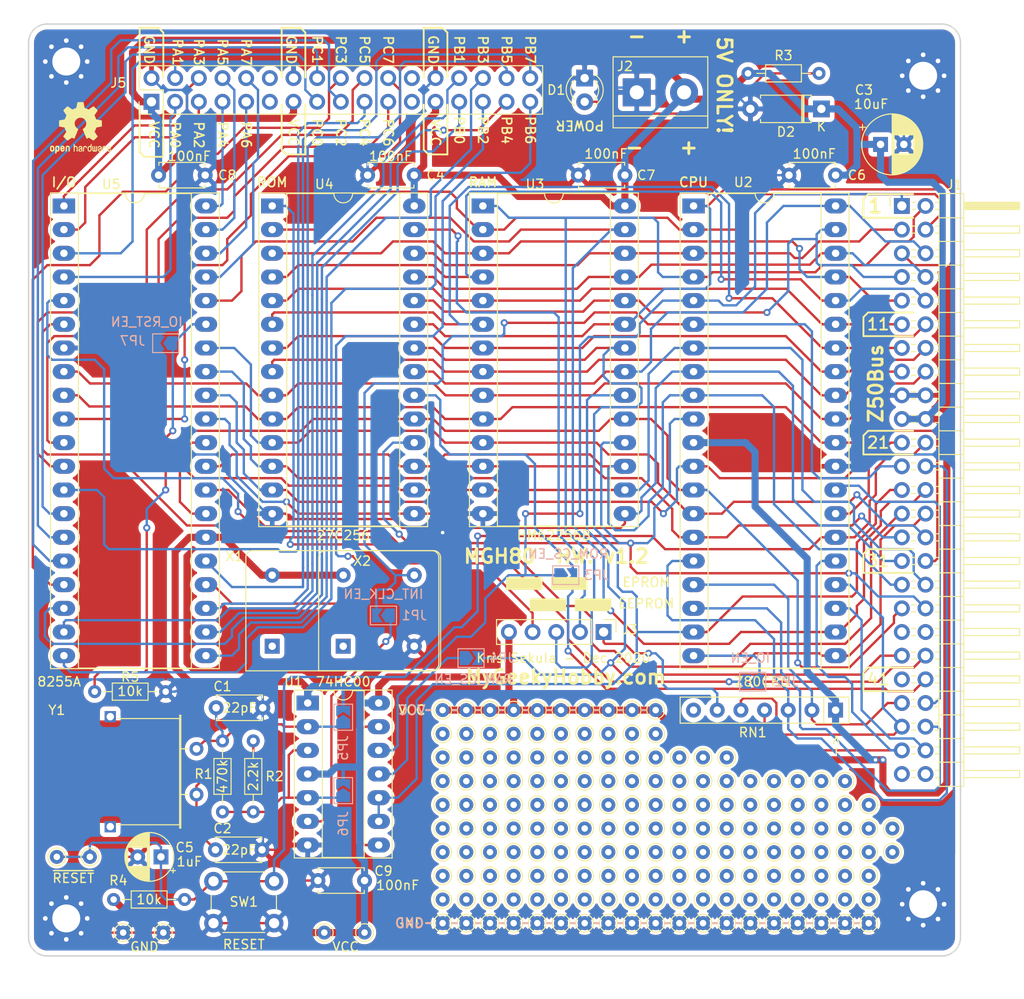
<source format=kicad_pcb>
(kicad_pcb (version 20171130) (host pcbnew "(5.1.5)-3")
  (layers (0 F.Cu signal) (31 B.Cu signal) (34 B.Paste user) (35 F.Paste user) (36 B.SilkS user) (37 F.SilkS user) (38 B.Mask user) (39 F.Mask user) (44 Edge.Cuts user))
  (net 0 "")
  (net 1 GND)
  (net 2 "Net-(C1-Pad2)")
  (net 3 "Net-(C2-Pad1)")
  (net 4 VCC)
  (net 5 /~RESET)
  (net 6 "Net-(D1-Pad2)")
  (net 7 /A15)
  (net 8 /A14)
  (net 9 /A13)
  (net 10 /A12)
  (net 11 /A11)
  (net 12 /A10)
  (net 13 /A9)
  (net 14 /A8)
  (net 15 /A7)
  (net 16 /A6)
  (net 17 /A5)
  (net 18 /A4)
  (net 19 /A3)
  (net 20 /A2)
  (net 21 /A1)
  (net 22 /A0)
  (net 23 /~M1)
  (net 24 /CLK)
  (net 25 /~INT)
  (net 26 /~MREQ)
  (net 27 /~WR)
  (net 28 /~IORQ)
  (net 29 /~RD)
  (net 30 /D1)
  (net 31 /D0)
  (net 32 /D3)
  (net 33 /D2)
  (net 34 /D5)
  (net 35 /D4)
  (net 36 /D7)
  (net 37 /D6)
  (net 38 /~RAM_CS)
  (net 39 /~IO_CS)
  (net 40 /~ROM_CS)
  (net 41 /~NMI)
  (net 42 /~RFSH)
  (net 43 /~Wait)
  (net 44 /~HALT)
  (net 45 /~BusRQ)
  (net 46 /~BusACK)
  (net 47 "Net-(J3-Pad2)")
  (net 48 "Net-(J3-Pad4)")
  (net 49 /PA0)
  (net 50 /PA1)
  (net 51 /PA2)
  (net 52 /PA3)
  (net 53 /PA4)
  (net 54 /PA5)
  (net 55 /PA6)
  (net 56 /PA7)
  (net 57 /PC0)
  (net 58 /PC1)
  (net 59 /PC2)
  (net 60 /PC3)
  (net 61 /PC4)
  (net 62 /PC5)
  (net 63 /PC6)
  (net 64 /PC7)
  (net 65 /PB0)
  (net 66 /PB1)
  (net 67 /PB2)
  (net 68 /PB3)
  (net 69 /PB4)
  (net 70 /PB5)
  (net 71 /PB6)
  (net 72 /PB7)
  (net 73 "Net-(JP1-Pad1)")
  (net 74 "Net-(JP4-Pad1)")
  (net 75 "Net-(U1-Pad13)")
  (net 76 "Net-(JP6-Pad1)")
  (net 77 /~WE)
  (net 78 /IO_RST)
  (module TestPoint:TestPoint_THTPad_D1.5mm_Drill0.7mm (layer F.Cu) (at 176.784 130.048 180)
    (fp_text reference TP111)
    (fp_text value NC)
    (pad 1 thru_hole circle (at 0 0 180) (size 1.5 1.5) (drill 0.7) (layers *.Cu *.Mask))
  )
  (module TestPoint:TestPoint_THTPad_D1.5mm_Drill0.7mm (layer F.Cu) (at 176.784 127.508 180)
    (fp_text reference TP111)
    (fp_text value NC)
    (pad 1 thru_hole circle (at 0 0 180) (size 1.5 1.5) (drill 0.7) (layers *.Cu *.Mask))
  )
  (module TestPoint:TestPoint_THTPad_D1.5mm_Drill0.7mm (layer F.Cu) (at 171.704 122.428 180)
    (fp_text reference TP111)
    (fp_text value NC)
    (pad 1 thru_hole circle (at 0 0 180) (size 1.5 1.5) (drill 0.7) (layers *.Cu *.Mask))
  )
  (module TestPoint:TestPoint_THTPad_D1.5mm_Drill0.7mm (layer F.Cu) (at 174.244 135.128 180)
    (fp_text reference TP111)
    (fp_text value NC)
    (pad 1 thru_hole circle (at 0 0 180) (size 1.5 1.5) (drill 0.7) (layers *.Cu *.Mask))
  )
  (module TestPoint:TestPoint_THTPad_D1.5mm_Drill0.7mm (layer F.Cu) (at 171.704 135.128 180)
    (fp_text reference TP111)
    (fp_text value NC)
    (pad 1 thru_hole circle (at 0 0 180) (size 1.5 1.5) (drill 0.7) (layers *.Cu *.Mask))
  )
  (module TestPoint:TestPoint_THTPad_D1.5mm_Drill0.7mm (layer F.Cu) (at 169.164 135.128 180)
    (fp_text reference TP111)
    (fp_text value NC)
    (pad 1 thru_hole circle (at 0 0 180) (size 1.5 1.5) (drill 0.7) (layers *.Cu *.Mask))
  )
  (module TestPoint:TestPoint_THTPad_D1.5mm_Drill0.7mm (layer F.Cu) (at 166.624 135.128 180)
    (fp_text reference TP111)
    (fp_text value NC)
    (pad 1 thru_hole circle (at 0 0 180) (size 1.5 1.5) (drill 0.7) (layers *.Cu *.Mask))
  )
  (module TestPoint:TestPoint_THTPad_D1.5mm_Drill0.7mm (layer F.Cu) (at 164.084 135.128 180)
    (fp_text reference TP111)
    (fp_text value NC)
    (pad 1 thru_hole circle (at 0 0 180) (size 1.5 1.5) (drill 0.7) (layers *.Cu *.Mask))
  )
  (module TestPoint:TestPoint_THTPad_D1.5mm_Drill0.7mm (layer F.Cu) (at 161.544 135.128 180)
    (fp_text reference TP111)
    (fp_text value NC)
    (pad 1 thru_hole circle (at 0 0 180) (size 1.5 1.5) (drill 0.7) (layers *.Cu *.Mask))
  )
  (module TestPoint:TestPoint_THTPad_D1.5mm_Drill0.7mm (layer F.Cu) (at 159.004 135.128 180)
    (fp_text reference TP111)
    (fp_text value NC)
    (pad 1 thru_hole circle (at 0 0 180) (size 1.5 1.5) (drill 0.7) (layers *.Cu *.Mask))
  )
  (module TestPoint:TestPoint_THTPad_D1.5mm_Drill0.7mm (layer F.Cu) (at 156.464 135.128 180)
    (fp_text reference TP111)
    (fp_text value NC)
    (pad 1 thru_hole circle (at 0 0 180) (size 1.5 1.5) (drill 0.7) (layers *.Cu *.Mask))
  )
  (module TestPoint:TestPoint_THTPad_D1.5mm_Drill0.7mm (layer F.Cu) (at 153.924 135.128 180)
    (fp_text reference TP111)
    (fp_text value NC)
    (pad 1 thru_hole circle (at 0 0 180) (size 1.5 1.5) (drill 0.7) (layers *.Cu *.Mask))
  )
  (module TestPoint:TestPoint_THTPad_D1.5mm_Drill0.7mm (layer F.Cu) (at 151.384 135.128 180)
    (fp_text reference TP111)
    (fp_text value NC)
    (pad 1 thru_hole circle (at 0 0 180) (size 1.5 1.5) (drill 0.7) (layers *.Cu *.Mask))
  )
  (module TestPoint:TestPoint_THTPad_D1.5mm_Drill0.7mm (layer F.Cu) (at 148.844 135.128 180)
    (fp_text reference TP111)
    (fp_text value NC)
    (pad 1 thru_hole circle (at 0 0 180) (size 1.5 1.5) (drill 0.7) (layers *.Cu *.Mask))
  )
  (module TestPoint:TestPoint_THTPad_D1.5mm_Drill0.7mm (layer F.Cu) (at 146.304 135.128 180)
    (fp_text reference TP111)
    (fp_text value NC)
    (pad 1 thru_hole circle (at 0 0 180) (size 1.5 1.5) (drill 0.7) (layers *.Cu *.Mask))
  )
  (module TestPoint:TestPoint_THTPad_D1.5mm_Drill0.7mm (layer F.Cu) (at 143.764 135.128 180)
    (fp_text reference TP111)
    (fp_text value NC)
    (pad 1 thru_hole circle (at 0 0 180) (size 1.5 1.5) (drill 0.7) (layers *.Cu *.Mask))
  )
  (module TestPoint:TestPoint_THTPad_D1.5mm_Drill0.7mm (layer F.Cu) (at 141.224 135.128 180)
    (fp_text reference TP111)
    (fp_text value NC)
    (pad 1 thru_hole circle (at 0 0 180) (size 1.5 1.5) (drill 0.7) (layers *.Cu *.Mask))
  )
  (module TestPoint:TestPoint_THTPad_D1.5mm_Drill0.7mm (layer F.Cu) (at 138.684 135.128 180)
    (fp_text reference TP111)
    (fp_text value NC)
    (pad 1 thru_hole circle (at 0 0 180) (size 1.5 1.5) (drill 0.7) (layers *.Cu *.Mask))
  )
  (module TestPoint:TestPoint_THTPad_D1.5mm_Drill0.7mm (layer F.Cu) (at 136.144 135.128 180)
    (fp_text reference TP111)
    (fp_text value NC)
    (pad 1 thru_hole circle (at 0 0 180) (size 1.5 1.5) (drill 0.7) (layers *.Cu *.Mask))
  )
  (module TestPoint:TestPoint_THTPad_D1.5mm_Drill0.7mm (layer F.Cu) (at 133.604 135.128 180)
    (fp_text reference TP111)
    (fp_text value NC)
    (pad 1 thru_hole circle (at 0 0 180) (size 1.5 1.5) (drill 0.7) (layers *.Cu *.Mask))
  )
  (module TestPoint:TestPoint_THTPad_D1.5mm_Drill0.7mm (layer F.Cu) (at 131.064 135.128 180)
    (fp_text reference TP111)
    (fp_text value NC)
    (pad 1 thru_hole circle (at 0 0 180) (size 1.5 1.5) (drill 0.7) (layers *.Cu *.Mask))
  )
  (module TestPoint:TestPoint_THTPad_D1.5mm_Drill0.7mm (layer F.Cu) (at 128.524 135.128 180)
    (fp_text reference TP111)
    (fp_text value NC)
    (pad 1 thru_hole circle (at 0 0 180) (size 1.5 1.5) (drill 0.7) (layers *.Cu *.Mask))
  )
  (module TestPoint:TestPoint_THTPad_D1.5mm_Drill0.7mm (layer F.Cu) (at 174.244 132.588 180)
    (fp_text reference TP111)
    (fp_text value NC)
    (pad 1 thru_hole circle (at 0 0 180) (size 1.5 1.5) (drill 0.7) (layers *.Cu *.Mask))
  )
  (module TestPoint:TestPoint_THTPad_D1.5mm_Drill0.7mm (layer F.Cu) (at 171.704 132.588 180)
    (fp_text reference TP111)
    (fp_text value NC)
    (pad 1 thru_hole circle (at 0 0 180) (size 1.5 1.5) (drill 0.7) (layers *.Cu *.Mask))
  )
  (module TestPoint:TestPoint_THTPad_D1.5mm_Drill0.7mm (layer F.Cu) (at 169.164 132.588 180)
    (fp_text reference TP111)
    (fp_text value NC)
    (pad 1 thru_hole circle (at 0 0 180) (size 1.5 1.5) (drill 0.7) (layers *.Cu *.Mask))
  )
  (module TestPoint:TestPoint_THTPad_D1.5mm_Drill0.7mm (layer F.Cu) (at 166.624 132.588 180)
    (fp_text reference TP111)
    (fp_text value NC)
    (pad 1 thru_hole circle (at 0 0 180) (size 1.5 1.5) (drill 0.7) (layers *.Cu *.Mask))
  )
  (module TestPoint:TestPoint_THTPad_D1.5mm_Drill0.7mm (layer F.Cu) (at 164.084 132.588 180)
    (fp_text reference TP111)
    (fp_text value NC)
    (pad 1 thru_hole circle (at 0 0 180) (size 1.5 1.5) (drill 0.7) (layers *.Cu *.Mask))
  )
  (module TestPoint:TestPoint_THTPad_D1.5mm_Drill0.7mm (layer F.Cu) (at 161.544 132.588 180)
    (fp_text reference TP111)
    (fp_text value NC)
    (pad 1 thru_hole circle (at 0 0 180) (size 1.5 1.5) (drill 0.7) (layers *.Cu *.Mask))
  )
  (module TestPoint:TestPoint_THTPad_D1.5mm_Drill0.7mm (layer F.Cu) (at 159.004 132.588 180)
    (fp_text reference TP111)
    (fp_text value NC)
    (pad 1 thru_hole circle (at 0 0 180) (size 1.5 1.5) (drill 0.7) (layers *.Cu *.Mask))
  )
  (module TestPoint:TestPoint_THTPad_D1.5mm_Drill0.7mm (layer F.Cu) (at 156.464 132.588 180)
    (fp_text reference TP111)
    (fp_text value NC)
    (pad 1 thru_hole circle (at 0 0 180) (size 1.5 1.5) (drill 0.7) (layers *.Cu *.Mask))
  )
  (module TestPoint:TestPoint_THTPad_D1.5mm_Drill0.7mm (layer F.Cu) (at 153.924 132.588 180)
    (fp_text reference TP111)
    (fp_text value NC)
    (pad 1 thru_hole circle (at 0 0 180) (size 1.5 1.5) (drill 0.7) (layers *.Cu *.Mask))
  )
  (module TestPoint:TestPoint_THTPad_D1.5mm_Drill0.7mm (layer F.Cu) (at 151.384 132.588 180)
    (fp_text reference TP111)
    (fp_text value NC)
    (pad 1 thru_hole circle (at 0 0 180) (size 1.5 1.5) (drill 0.7) (layers *.Cu *.Mask))
  )
  (module TestPoint:TestPoint_THTPad_D1.5mm_Drill0.7mm (layer F.Cu) (at 148.844 132.588 180)
    (fp_text reference TP111)
    (fp_text value NC)
    (pad 1 thru_hole circle (at 0 0 180) (size 1.5 1.5) (drill 0.7) (layers *.Cu *.Mask))
  )
  (module TestPoint:TestPoint_THTPad_D1.5mm_Drill0.7mm (layer F.Cu) (at 146.304 132.588 180)
    (fp_text reference TP111)
    (fp_text value NC)
    (pad 1 thru_hole circle (at 0 0 180) (size 1.5 1.5) (drill 0.7) (layers *.Cu *.Mask))
  )
  (module TestPoint:TestPoint_THTPad_D1.5mm_Drill0.7mm (layer F.Cu) (at 143.764 132.588 180)
    (fp_text reference TP111)
    (fp_text value NC)
    (pad 1 thru_hole circle (at 0 0 180) (size 1.5 1.5) (drill 0.7) (layers *.Cu *.Mask))
  )
  (module TestPoint:TestPoint_THTPad_D1.5mm_Drill0.7mm (layer F.Cu) (at 141.224 132.588 180)
    (fp_text reference TP111)
    (fp_text value NC)
    (pad 1 thru_hole circle (at 0 0 180) (size 1.5 1.5) (drill 0.7) (layers *.Cu *.Mask))
  )
  (module TestPoint:TestPoint_THTPad_D1.5mm_Drill0.7mm (layer F.Cu) (at 138.684 132.588 180)
    (fp_text reference TP111)
    (fp_text value NC)
    (pad 1 thru_hole circle (at 0 0 180) (size 1.5 1.5) (drill 0.7) (layers *.Cu *.Mask))
  )
  (module TestPoint:TestPoint_THTPad_D1.5mm_Drill0.7mm (layer F.Cu) (at 136.144 132.588 180)
    (fp_text reference TP111)
    (fp_text value NC)
    (pad 1 thru_hole circle (at 0 0 180) (size 1.5 1.5) (drill 0.7) (layers *.Cu *.Mask))
  )
  (module TestPoint:TestPoint_THTPad_D1.5mm_Drill0.7mm (layer F.Cu) (at 133.604 132.588 180)
    (fp_text reference TP111)
    (fp_text value NC)
    (pad 1 thru_hole circle (at 0 0 180) (size 1.5 1.5) (drill 0.7) (layers *.Cu *.Mask))
  )
  (module TestPoint:TestPoint_THTPad_D1.5mm_Drill0.7mm (layer F.Cu) (at 131.064 132.588 180)
    (fp_text reference TP111)
    (fp_text value NC)
    (pad 1 thru_hole circle (at 0 0 180) (size 1.5 1.5) (drill 0.7) (layers *.Cu *.Mask))
  )
  (module TestPoint:TestPoint_THTPad_D1.5mm_Drill0.7mm (layer F.Cu) (at 128.524 132.588 180)
    (fp_text reference TP111)
    (fp_text value NC)
    (pad 1 thru_hole circle (at 0 0 180) (size 1.5 1.5) (drill 0.7) (layers *.Cu *.Mask))
  )
  (module TestPoint:TestPoint_THTPad_D1.5mm_Drill0.7mm (layer F.Cu) (at 174.244 130.048 180)
    (fp_text reference TP111)
    (fp_text value NC)
    (pad 1 thru_hole circle (at 0 0 180) (size 1.5 1.5) (drill 0.7) (layers *.Cu *.Mask))
  )
  (module TestPoint:TestPoint_THTPad_D1.5mm_Drill0.7mm (layer F.Cu) (at 171.704 130.048 180)
    (fp_text reference TP111)
    (fp_text value NC)
    (pad 1 thru_hole circle (at 0 0 180) (size 1.5 1.5) (drill 0.7) (layers *.Cu *.Mask))
  )
  (module TestPoint:TestPoint_THTPad_D1.5mm_Drill0.7mm (layer F.Cu) (at 169.164 130.048 180)
    (fp_text reference TP111)
    (fp_text value NC)
    (pad 1 thru_hole circle (at 0 0 180) (size 1.5 1.5) (drill 0.7) (layers *.Cu *.Mask))
  )
  (module TestPoint:TestPoint_THTPad_D1.5mm_Drill0.7mm (layer F.Cu) (at 166.624 130.048 180)
    (fp_text reference TP111)
    (fp_text value NC)
    (pad 1 thru_hole circle (at 0 0 180) (size 1.5 1.5) (drill 0.7) (layers *.Cu *.Mask))
  )
  (module TestPoint:TestPoint_THTPad_D1.5mm_Drill0.7mm (layer F.Cu) (at 164.084 130.048 180)
    (fp_text reference TP111)
    (fp_text value NC)
    (pad 1 thru_hole circle (at 0 0 180) (size 1.5 1.5) (drill 0.7) (layers *.Cu *.Mask))
  )
  (module TestPoint:TestPoint_THTPad_D1.5mm_Drill0.7mm (layer F.Cu) (at 161.544 130.048 180)
    (fp_text reference TP111)
    (fp_text value NC)
    (pad 1 thru_hole circle (at 0 0 180) (size 1.5 1.5) (drill 0.7) (layers *.Cu *.Mask))
  )
  (module TestPoint:TestPoint_THTPad_D1.5mm_Drill0.7mm (layer F.Cu) (at 159.004 130.048 180)
    (fp_text reference TP111)
    (fp_text value NC)
    (pad 1 thru_hole circle (at 0 0 180) (size 1.5 1.5) (drill 0.7) (layers *.Cu *.Mask))
  )
  (module TestPoint:TestPoint_THTPad_D1.5mm_Drill0.7mm (layer F.Cu) (at 156.464 130.048 180)
    (fp_text reference TP111)
    (fp_text value NC)
    (pad 1 thru_hole circle (at 0 0 180) (size 1.5 1.5) (drill 0.7) (layers *.Cu *.Mask))
  )
  (module TestPoint:TestPoint_THTPad_D1.5mm_Drill0.7mm (layer F.Cu) (at 153.924 130.048 180)
    (fp_text reference TP111)
    (fp_text value NC)
    (pad 1 thru_hole circle (at 0 0 180) (size 1.5 1.5) (drill 0.7) (layers *.Cu *.Mask))
  )
  (module TestPoint:TestPoint_THTPad_D1.5mm_Drill0.7mm (layer F.Cu) (at 151.384 130.048 180)
    (fp_text reference TP111)
    (fp_text value NC)
    (pad 1 thru_hole circle (at 0 0 180) (size 1.5 1.5) (drill 0.7) (layers *.Cu *.Mask))
  )
  (module TestPoint:TestPoint_THTPad_D1.5mm_Drill0.7mm (layer F.Cu) (at 148.844 130.048 180)
    (fp_text reference TP111)
    (fp_text value NC)
    (pad 1 thru_hole circle (at 0 0 180) (size 1.5 1.5) (drill 0.7) (layers *.Cu *.Mask))
  )
  (module TestPoint:TestPoint_THTPad_D1.5mm_Drill0.7mm (layer F.Cu) (at 146.304 130.048 180)
    (fp_text reference TP111)
    (fp_text value NC)
    (pad 1 thru_hole circle (at 0 0 180) (size 1.5 1.5) (drill 0.7) (layers *.Cu *.Mask))
  )
  (module TestPoint:TestPoint_THTPad_D1.5mm_Drill0.7mm (layer F.Cu) (at 143.764 130.048 180)
    (fp_text reference TP111)
    (fp_text value NC)
    (pad 1 thru_hole circle (at 0 0 180) (size 1.5 1.5) (drill 0.7) (layers *.Cu *.Mask))
  )
  (module TestPoint:TestPoint_THTPad_D1.5mm_Drill0.7mm (layer F.Cu) (at 141.224 130.048 180)
    (fp_text reference TP111)
    (fp_text value NC)
    (pad 1 thru_hole circle (at 0 0 180) (size 1.5 1.5) (drill 0.7) (layers *.Cu *.Mask))
  )
  (module TestPoint:TestPoint_THTPad_D1.5mm_Drill0.7mm (layer F.Cu) (at 138.684 130.048 180)
    (fp_text reference TP111)
    (fp_text value NC)
    (pad 1 thru_hole circle (at 0 0 180) (size 1.5 1.5) (drill 0.7) (layers *.Cu *.Mask))
  )
  (module TestPoint:TestPoint_THTPad_D1.5mm_Drill0.7mm (layer F.Cu) (at 136.144 130.048 180)
    (fp_text reference TP111)
    (fp_text value NC)
    (pad 1 thru_hole circle (at 0 0 180) (size 1.5 1.5) (drill 0.7) (layers *.Cu *.Mask))
  )
  (module TestPoint:TestPoint_THTPad_D1.5mm_Drill0.7mm (layer F.Cu) (at 133.604 130.048 180)
    (fp_text reference TP111)
    (fp_text value NC)
    (pad 1 thru_hole circle (at 0 0 180) (size 1.5 1.5) (drill 0.7) (layers *.Cu *.Mask))
  )
  (module TestPoint:TestPoint_THTPad_D1.5mm_Drill0.7mm (layer F.Cu) (at 131.064 130.048 180)
    (fp_text reference TP111)
    (fp_text value NC)
    (pad 1 thru_hole circle (at 0 0 180) (size 1.5 1.5) (drill 0.7) (layers *.Cu *.Mask))
  )
  (module TestPoint:TestPoint_THTPad_D1.5mm_Drill0.7mm (layer F.Cu) (at 128.524 130.048 180)
    (fp_text reference TP111)
    (fp_text value NC)
    (pad 1 thru_hole circle (at 0 0 180) (size 1.5 1.5) (drill 0.7) (layers *.Cu *.Mask))
  )
  (module TestPoint:TestPoint_THTPad_D1.5mm_Drill0.7mm (layer F.Cu) (at 174.244 127.508 180)
    (fp_text reference TP111)
    (fp_text value NC)
    (pad 1 thru_hole circle (at 0 0 180) (size 1.5 1.5) (drill 0.7) (layers *.Cu *.Mask))
  )
  (module TestPoint:TestPoint_THTPad_D1.5mm_Drill0.7mm (layer F.Cu) (at 171.704 127.508 180)
    (fp_text reference TP111)
    (fp_text value NC)
    (pad 1 thru_hole circle (at 0 0 180) (size 1.5 1.5) (drill 0.7) (layers *.Cu *.Mask))
  )
  (module TestPoint:TestPoint_THTPad_D1.5mm_Drill0.7mm (layer F.Cu) (at 169.164 127.508 180)
    (fp_text reference TP111)
    (fp_text value NC)
    (pad 1 thru_hole circle (at 0 0 180) (size 1.5 1.5) (drill 0.7) (layers *.Cu *.Mask))
  )
  (module TestPoint:TestPoint_THTPad_D1.5mm_Drill0.7mm (layer F.Cu) (at 166.624 127.508 180)
    (fp_text reference TP111)
    (fp_text value NC)
    (pad 1 thru_hole circle (at 0 0 180) (size 1.5 1.5) (drill 0.7) (layers *.Cu *.Mask))
  )
  (module TestPoint:TestPoint_THTPad_D1.5mm_Drill0.7mm (layer F.Cu) (at 164.084 127.508 180)
    (fp_text reference TP111)
    (fp_text value NC)
    (pad 1 thru_hole circle (at 0 0 180) (size 1.5 1.5) (drill 0.7) (layers *.Cu *.Mask))
  )
  (module TestPoint:TestPoint_THTPad_D1.5mm_Drill0.7mm (layer F.Cu) (at 161.544 127.508 180)
    (fp_text reference TP111)
    (fp_text value NC)
    (pad 1 thru_hole circle (at 0 0 180) (size 1.5 1.5) (drill 0.7) (layers *.Cu *.Mask))
  )
  (module TestPoint:TestPoint_THTPad_D1.5mm_Drill0.7mm (layer F.Cu) (at 159.004 127.508 180)
    (fp_text reference TP111)
    (fp_text value NC)
    (pad 1 thru_hole circle (at 0 0 180) (size 1.5 1.5) (drill 0.7) (layers *.Cu *.Mask))
  )
  (module TestPoint:TestPoint_THTPad_D1.5mm_Drill0.7mm (layer F.Cu) (at 156.464 127.508 180)
    (fp_text reference TP111)
    (fp_text value NC)
    (pad 1 thru_hole circle (at 0 0 180) (size 1.5 1.5) (drill 0.7) (layers *.Cu *.Mask))
  )
  (module TestPoint:TestPoint_THTPad_D1.5mm_Drill0.7mm (layer F.Cu) (at 153.924 127.508 180)
    (fp_text reference TP111)
    (fp_text value NC)
    (pad 1 thru_hole circle (at 0 0 180) (size 1.5 1.5) (drill 0.7) (layers *.Cu *.Mask))
  )
  (module TestPoint:TestPoint_THTPad_D1.5mm_Drill0.7mm (layer F.Cu) (at 151.384 127.508 180)
    (fp_text reference TP111)
    (fp_text value NC)
    (pad 1 thru_hole circle (at 0 0 180) (size 1.5 1.5) (drill 0.7) (layers *.Cu *.Mask))
  )
  (module TestPoint:TestPoint_THTPad_D1.5mm_Drill0.7mm (layer F.Cu) (at 148.844 127.508 180)
    (fp_text reference TP111)
    (fp_text value NC)
    (pad 1 thru_hole circle (at 0 0 180) (size 1.5 1.5) (drill 0.7) (layers *.Cu *.Mask))
  )
  (module TestPoint:TestPoint_THTPad_D1.5mm_Drill0.7mm (layer F.Cu) (at 146.304 127.508 180)
    (fp_text reference TP111)
    (fp_text value NC)
    (pad 1 thru_hole circle (at 0 0 180) (size 1.5 1.5) (drill 0.7) (layers *.Cu *.Mask))
  )
  (module TestPoint:TestPoint_THTPad_D1.5mm_Drill0.7mm (layer F.Cu) (at 143.764 127.508 180)
    (fp_text reference TP111)
    (fp_text value NC)
    (pad 1 thru_hole circle (at 0 0 180) (size 1.5 1.5) (drill 0.7) (layers *.Cu *.Mask))
  )
  (module TestPoint:TestPoint_THTPad_D1.5mm_Drill0.7mm (layer F.Cu) (at 141.224 127.508 180)
    (fp_text reference TP111)
    (fp_text value NC)
    (pad 1 thru_hole circle (at 0 0 180) (size 1.5 1.5) (drill 0.7) (layers *.Cu *.Mask))
  )
  (module TestPoint:TestPoint_THTPad_D1.5mm_Drill0.7mm (layer F.Cu) (at 138.684 127.508 180)
    (fp_text reference TP111)
    (fp_text value NC)
    (pad 1 thru_hole circle (at 0 0 180) (size 1.5 1.5) (drill 0.7) (layers *.Cu *.Mask))
  )
  (module TestPoint:TestPoint_THTPad_D1.5mm_Drill0.7mm (layer F.Cu) (at 136.144 127.508 180)
    (fp_text reference TP111)
    (fp_text value NC)
    (pad 1 thru_hole circle (at 0 0 180) (size 1.5 1.5) (drill 0.7) (layers *.Cu *.Mask))
  )
  (module TestPoint:TestPoint_THTPad_D1.5mm_Drill0.7mm (layer F.Cu) (at 133.604 127.508 180)
    (fp_text reference TP111)
    (fp_text value NC)
    (pad 1 thru_hole circle (at 0 0 180) (size 1.5 1.5) (drill 0.7) (layers *.Cu *.Mask))
  )
  (module TestPoint:TestPoint_THTPad_D1.5mm_Drill0.7mm (layer F.Cu) (at 131.064 127.508 180)
    (fp_text reference TP111)
    (fp_text value NC)
    (pad 1 thru_hole circle (at 0 0 180) (size 1.5 1.5) (drill 0.7) (layers *.Cu *.Mask))
  )
  (module TestPoint:TestPoint_THTPad_D1.5mm_Drill0.7mm (layer F.Cu) (at 128.524 127.508 180)
    (fp_text reference TP111)
    (fp_text value NC)
    (pad 1 thru_hole circle (at 0 0 180) (size 1.5 1.5) (drill 0.7) (layers *.Cu *.Mask))
  )
  (module TestPoint:TestPoint_THTPad_D1.5mm_Drill0.7mm (layer F.Cu) (at 174.244 124.968 180)
    (fp_text reference TP111)
    (fp_text value NC)
    (pad 1 thru_hole circle (at 0 0 180) (size 1.5 1.5) (drill 0.7) (layers *.Cu *.Mask))
  )
  (module TestPoint:TestPoint_THTPad_D1.5mm_Drill0.7mm (layer F.Cu) (at 171.704 124.968 180)
    (fp_text reference TP111)
    (fp_text value NC)
    (pad 1 thru_hole circle (at 0 0 180) (size 1.5 1.5) (drill 0.7) (layers *.Cu *.Mask))
  )
  (module TestPoint:TestPoint_THTPad_D1.5mm_Drill0.7mm (layer F.Cu) (at 169.164 124.968 180)
    (fp_text reference TP111)
    (fp_text value NC)
    (pad 1 thru_hole circle (at 0 0 180) (size 1.5 1.5) (drill 0.7) (layers *.Cu *.Mask))
  )
  (module TestPoint:TestPoint_THTPad_D1.5mm_Drill0.7mm (layer F.Cu) (at 166.624 124.968 180)
    (fp_text reference TP111)
    (fp_text value NC)
    (pad 1 thru_hole circle (at 0 0 180) (size 1.5 1.5) (drill 0.7) (layers *.Cu *.Mask))
  )
  (module TestPoint:TestPoint_THTPad_D1.5mm_Drill0.7mm (layer F.Cu) (at 164.084 124.968 180)
    (fp_text reference TP111)
    (fp_text value NC)
    (pad 1 thru_hole circle (at 0 0 180) (size 1.5 1.5) (drill 0.7) (layers *.Cu *.Mask))
  )
  (module TestPoint:TestPoint_THTPad_D1.5mm_Drill0.7mm (layer F.Cu) (at 161.544 124.968 180)
    (fp_text reference TP111)
    (fp_text value NC)
    (pad 1 thru_hole circle (at 0 0 180) (size 1.5 1.5) (drill 0.7) (layers *.Cu *.Mask))
  )
  (module TestPoint:TestPoint_THTPad_D1.5mm_Drill0.7mm (layer F.Cu) (at 159.004 124.968 180)
    (fp_text reference TP111)
    (fp_text value NC)
    (pad 1 thru_hole circle (at 0 0 180) (size 1.5 1.5) (drill 0.7) (layers *.Cu *.Mask))
  )
  (module TestPoint:TestPoint_THTPad_D1.5mm_Drill0.7mm (layer F.Cu) (at 156.464 124.968 180)
    (fp_text reference TP111)
    (fp_text value NC)
    (pad 1 thru_hole circle (at 0 0 180) (size 1.5 1.5) (drill 0.7) (layers *.Cu *.Mask))
  )
  (module TestPoint:TestPoint_THTPad_D1.5mm_Drill0.7mm (layer F.Cu) (at 153.924 124.968 180)
    (fp_text reference TP111)
    (fp_text value NC)
    (pad 1 thru_hole circle (at 0 0 180) (size 1.5 1.5) (drill 0.7) (layers *.Cu *.Mask))
  )
  (module TestPoint:TestPoint_THTPad_D1.5mm_Drill0.7mm (layer F.Cu) (at 151.384 124.968 180)
    (fp_text reference TP111)
    (fp_text value NC)
    (pad 1 thru_hole circle (at 0 0 180) (size 1.5 1.5) (drill 0.7) (layers *.Cu *.Mask))
  )
  (module TestPoint:TestPoint_THTPad_D1.5mm_Drill0.7mm (layer F.Cu) (at 148.844 124.968 180)
    (fp_text reference TP111)
    (fp_text value NC)
    (pad 1 thru_hole circle (at 0 0 180) (size 1.5 1.5) (drill 0.7) (layers *.Cu *.Mask))
  )
  (module TestPoint:TestPoint_THTPad_D1.5mm_Drill0.7mm (layer F.Cu) (at 146.304 124.968 180)
    (fp_text reference TP111)
    (fp_text value NC)
    (pad 1 thru_hole circle (at 0 0 180) (size 1.5 1.5) (drill 0.7) (layers *.Cu *.Mask))
  )
  (module TestPoint:TestPoint_THTPad_D1.5mm_Drill0.7mm (layer F.Cu) (at 143.764 124.968 180)
    (fp_text reference TP111)
    (fp_text value NC)
    (pad 1 thru_hole circle (at 0 0 180) (size 1.5 1.5) (drill 0.7) (layers *.Cu *.Mask))
  )
  (module TestPoint:TestPoint_THTPad_D1.5mm_Drill0.7mm (layer F.Cu) (at 141.224 124.968 180)
    (fp_text reference TP111)
    (fp_text value NC)
    (pad 1 thru_hole circle (at 0 0 180) (size 1.5 1.5) (drill 0.7) (layers *.Cu *.Mask))
  )
  (module TestPoint:TestPoint_THTPad_D1.5mm_Drill0.7mm (layer F.Cu) (at 138.684 124.968 180)
    (fp_text reference TP111)
    (fp_text value NC)
    (pad 1 thru_hole circle (at 0 0 180) (size 1.5 1.5) (drill 0.7) (layers *.Cu *.Mask))
  )
  (module TestPoint:TestPoint_THTPad_D1.5mm_Drill0.7mm (layer F.Cu) (at 136.144 124.968 180)
    (fp_text reference TP111)
    (fp_text value NC)
    (pad 1 thru_hole circle (at 0 0 180) (size 1.5 1.5) (drill 0.7) (layers *.Cu *.Mask))
  )
  (module TestPoint:TestPoint_THTPad_D1.5mm_Drill0.7mm (layer F.Cu) (at 133.604 124.968 180)
    (fp_text reference TP111)
    (fp_text value NC)
    (pad 1 thru_hole circle (at 0 0 180) (size 1.5 1.5) (drill 0.7) (layers *.Cu *.Mask))
  )
  (module TestPoint:TestPoint_THTPad_D1.5mm_Drill0.7mm (layer F.Cu) (at 131.064 124.968 180)
    (fp_text reference TP111)
    (fp_text value NC)
    (pad 1 thru_hole circle (at 0 0 180) (size 1.5 1.5) (drill 0.7) (layers *.Cu *.Mask))
  )
  (module TestPoint:TestPoint_THTPad_D1.5mm_Drill0.7mm (layer F.Cu) (at 169.164 122.428 180)
    (fp_text reference TP111)
    (fp_text value NC)
    (pad 1 thru_hole circle (at 0 0 180) (size 1.5 1.5) (drill 0.7) (layers *.Cu *.Mask))
  )
  (module TestPoint:TestPoint_THTPad_D1.5mm_Drill0.7mm (layer F.Cu) (at 166.624 122.428 180)
    (fp_text reference TP111)
    (fp_text value NC)
    (pad 1 thru_hole circle (at 0 0 180) (size 1.5 1.5) (drill 0.7) (layers *.Cu *.Mask))
  )
  (module TestPoint:TestPoint_THTPad_D1.5mm_Drill0.7mm (layer F.Cu) (at 164.084 122.428 180)
    (fp_text reference TP111)
    (fp_text value NC)
    (pad 1 thru_hole circle (at 0 0 180) (size 1.5 1.5) (drill 0.7) (layers *.Cu *.Mask))
  )
  (module TestPoint:TestPoint_THTPad_D1.5mm_Drill0.7mm (layer F.Cu) (at 161.544 122.428 180)
    (fp_text reference TP111)
    (fp_text value NC)
    (pad 1 thru_hole circle (at 0 0 180) (size 1.5 1.5) (drill 0.7) (layers *.Cu *.Mask))
  )
  (module TestPoint:TestPoint_THTPad_D1.5mm_Drill0.7mm (layer F.Cu) (at 159.004 122.428 180)
    (fp_text reference TP111)
    (fp_text value NC)
    (pad 1 thru_hole circle (at 0 0 180) (size 1.5 1.5) (drill 0.7) (layers *.Cu *.Mask))
  )
  (module TestPoint:TestPoint_THTPad_D1.5mm_Drill0.7mm (layer F.Cu) (at 156.464 122.428 180)
    (fp_text reference TP111)
    (fp_text value NC)
    (pad 1 thru_hole circle (at 0 0 180) (size 1.5 1.5) (drill 0.7) (layers *.Cu *.Mask))
  )
  (module TestPoint:TestPoint_THTPad_D1.5mm_Drill0.7mm (layer F.Cu) (at 153.924 122.428 180)
    (fp_text reference TP111)
    (fp_text value NC)
    (pad 1 thru_hole circle (at 0 0 180) (size 1.5 1.5) (drill 0.7) (layers *.Cu *.Mask))
  )
  (module TestPoint:TestPoint_THTPad_D1.5mm_Drill0.7mm (layer F.Cu) (at 151.384 122.428 180)
    (fp_text reference TP111)
    (fp_text value NC)
    (pad 1 thru_hole circle (at 0 0 180) (size 1.5 1.5) (drill 0.7) (layers *.Cu *.Mask))
  )
  (module TestPoint:TestPoint_THTPad_D1.5mm_Drill0.7mm (layer F.Cu) (at 148.844 122.428 180)
    (fp_text reference TP111)
    (fp_text value NC)
    (pad 1 thru_hole circle (at 0 0 180) (size 1.5 1.5) (drill 0.7) (layers *.Cu *.Mask))
  )
  (module TestPoint:TestPoint_THTPad_D1.5mm_Drill0.7mm (layer F.Cu) (at 146.304 122.428 180)
    (fp_text reference TP111)
    (fp_text value NC)
    (pad 1 thru_hole circle (at 0 0 180) (size 1.5 1.5) (drill 0.7) (layers *.Cu *.Mask))
  )
  (module TestPoint:TestPoint_THTPad_D1.5mm_Drill0.7mm (layer F.Cu) (at 143.764 122.428 180)
    (fp_text reference TP111)
    (fp_text value NC)
    (pad 1 thru_hole circle (at 0 0 180) (size 1.5 1.5) (drill 0.7) (layers *.Cu *.Mask))
  )
  (module TestPoint:TestPoint_THTPad_D1.5mm_Drill0.7mm (layer F.Cu) (at 141.224 122.428 180)
    (fp_text reference TP111)
    (fp_text value NC)
    (pad 1 thru_hole circle (at 0 0 180) (size 1.5 1.5) (drill 0.7) (layers *.Cu *.Mask))
  )
  (module TestPoint:TestPoint_THTPad_D1.5mm_Drill0.7mm (layer F.Cu) (at 138.684 122.428 180)
    (fp_text reference TP111)
    (fp_text value NC)
    (pad 1 thru_hole circle (at 0 0 180) (size 1.5 1.5) (drill 0.7) (layers *.Cu *.Mask))
  )
  (module TestPoint:TestPoint_THTPad_D1.5mm_Drill0.7mm (layer F.Cu) (at 136.144 122.428 180)
    (fp_text reference TP111)
    (fp_text value NC)
    (pad 1 thru_hole circle (at 0 0 180) (size 1.5 1.5) (drill 0.7) (layers *.Cu *.Mask))
  )
  (module TestPoint:TestPoint_THTPad_D1.5mm_Drill0.7mm (layer F.Cu) (at 133.604 122.428 180)
    (fp_text reference TP111)
    (fp_text value NC)
    (pad 1 thru_hole circle (at 0 0 180) (size 1.5 1.5) (drill 0.7) (layers *.Cu *.Mask))
  )
  (module TestPoint:TestPoint_THTPad_D1.5mm_Drill0.7mm (layer F.Cu) (at 131.064 122.428 180)
    (fp_text reference TP111)
    (fp_text value NC)
    (pad 1 thru_hole circle (at 0 0 180) (size 1.5 1.5) (drill 0.7) (layers *.Cu *.Mask))
  )
  (module TestPoint:TestPoint_THTPad_D1.5mm_Drill0.7mm (layer F.Cu) (at 128.524 124.968 180)
    (fp_text reference TP111)
    (fp_text value NC)
    (pad 1 thru_hole circle (at 0 0 180) (size 1.5 1.5) (drill 0.7) (layers *.Cu *.Mask))
  )
  (module TestPoint:TestPoint_THTPad_D1.5mm_Drill0.7mm (layer F.Cu) (at 128.524 122.428 180)
    (fp_text reference TP111)
    (fp_text value NC)
    (pad 1 thru_hole circle (at 0 0 180) (size 1.5 1.5) (drill 0.7) (layers *.Cu *.Mask))
  )
  (module TestPoint:TestPoint_THTPad_D1.5mm_Drill0.7mm (layer F.Cu) (at 159.004 119.888 180)
    (fp_text reference TP111)
    (fp_text value NC)
    (pad 1 thru_hole circle (at 0 0 180) (size 1.5 1.5) (drill 0.7) (layers *.Cu *.Mask))
  )
  (module TestPoint:TestPoint_THTPad_D1.5mm_Drill0.7mm (layer F.Cu) (at 156.464 119.888 180)
    (fp_text reference TP111)
    (fp_text value NC)
    (pad 1 thru_hole circle (at 0 0 180) (size 1.5 1.5) (drill 0.7) (layers *.Cu *.Mask))
  )
  (module TestPoint:TestPoint_THTPad_D1.5mm_Drill0.7mm (layer F.Cu) (at 153.924 119.888 180)
    (fp_text reference TP111)
    (fp_text value NC)
    (pad 1 thru_hole circle (at 0 0 180) (size 1.5 1.5) (drill 0.7) (layers *.Cu *.Mask))
  )
  (module TestPoint:TestPoint_THTPad_D1.5mm_Drill0.7mm (layer F.Cu) (at 151.384 119.888 180)
    (fp_text reference TP111)
    (fp_text value NC)
    (pad 1 thru_hole circle (at 0 0 180) (size 1.5 1.5) (drill 0.7) (layers *.Cu *.Mask))
  )
  (module TestPoint:TestPoint_THTPad_D1.5mm_Drill0.7mm (layer F.Cu) (at 148.844 119.888 180)
    (fp_text reference TP111)
    (fp_text value NC)
    (pad 1 thru_hole circle (at 0 0 180) (size 1.5 1.5) (drill 0.7) (layers *.Cu *.Mask))
  )
  (module TestPoint:TestPoint_THTPad_D1.5mm_Drill0.7mm (layer F.Cu) (at 146.304 119.888 180)
    (fp_text reference TP111)
    (fp_text value NC)
    (pad 1 thru_hole circle (at 0 0 180) (size 1.5 1.5) (drill 0.7) (layers *.Cu *.Mask))
  )
  (module TestPoint:TestPoint_THTPad_D1.5mm_Drill0.7mm (layer F.Cu) (at 143.764 119.888 180)
    (fp_text reference TP111)
    (fp_text value NC)
    (pad 1 thru_hole circle (at 0 0 180) (size 1.5 1.5) (drill 0.7) (layers *.Cu *.Mask))
  )
  (module TestPoint:TestPoint_THTPad_D1.5mm_Drill0.7mm (layer F.Cu) (at 141.224 119.888 180)
    (fp_text reference TP111)
    (fp_text value NC)
    (pad 1 thru_hole circle (at 0 0 180) (size 1.5 1.5) (drill 0.7) (layers *.Cu *.Mask))
  )
  (module TestPoint:TestPoint_THTPad_D1.5mm_Drill0.7mm (layer F.Cu) (at 138.684 119.888 180)
    (fp_text reference TP111)
    (fp_text value NC)
    (pad 1 thru_hole circle (at 0 0 180) (size 1.5 1.5) (drill 0.7) (layers *.Cu *.Mask))
  )
  (module TestPoint:TestPoint_THTPad_D1.5mm_Drill0.7mm (layer F.Cu) (at 136.144 119.888 180)
    (fp_text reference TP111)
    (fp_text value NC)
    (pad 1 thru_hole circle (at 0 0 180) (size 1.5 1.5) (drill 0.7) (layers *.Cu *.Mask))
  )
  (module TestPoint:TestPoint_THTPad_D1.5mm_Drill0.7mm (layer F.Cu) (at 133.604 119.888 180)
    (fp_text reference TP111)
    (fp_text value NC)
    (pad 1 thru_hole circle (at 0 0 180) (size 1.5 1.5) (drill 0.7) (layers *.Cu *.Mask))
  )
  (module TestPoint:TestPoint_THTPad_D1.5mm_Drill0.7mm (layer F.Cu) (at 131.064 119.888 180)
    (fp_text reference TP111)
    (fp_text value NC)
    (pad 1 thru_hole circle (at 0 0 180) (size 1.5 1.5) (drill 0.7) (layers *.Cu *.Mask))
  )
  (module TestPoint:TestPoint_THTPad_D1.5mm_Drill0.7mm (layer F.Cu) (at 128.524 119.888 180)
    (fp_text reference TP111)
    (fp_text value NC)
    (pad 1 thru_hole circle (at 0 0 180) (size 1.5 1.5) (drill 0.7) (layers *.Cu *.Mask))
  )
  (module TestPoint:TestPoint_THTPad_D1.5mm_Drill0.7mm (layer F.Cu) (at 151.384 117.348 180)
    (fp_text reference TP111)
    (fp_text value NC)
    (pad 1 thru_hole circle (at 0 0 180) (size 1.5 1.5) (drill 0.7) (layers *.Cu *.Mask))
  )
  (module TestPoint:TestPoint_THTPad_D1.5mm_Drill0.7mm (layer F.Cu) (at 148.844 117.348 180)
    (fp_text reference TP111)
    (fp_text value NC)
    (pad 1 thru_hole circle (at 0 0 180) (size 1.5 1.5) (drill 0.7) (layers *.Cu *.Mask))
  )
  (module TestPoint:TestPoint_THTPad_D1.5mm_Drill0.7mm (layer F.Cu) (at 146.304 117.348 180)
    (fp_text reference TP111)
    (fp_text value NC)
    (pad 1 thru_hole circle (at 0 0 180) (size 1.5 1.5) (drill 0.7) (layers *.Cu *.Mask))
  )
  (module TestPoint:TestPoint_THTPad_D1.5mm_Drill0.7mm (layer F.Cu) (at 143.764 117.348 180)
    (fp_text reference TP111)
    (fp_text value NC)
    (pad 1 thru_hole circle (at 0 0 180) (size 1.5 1.5) (drill 0.7) (layers *.Cu *.Mask))
  )
  (module TestPoint:TestPoint_THTPad_D1.5mm_Drill0.7mm (layer F.Cu) (at 141.224 117.348 180)
    (fp_text reference TP111)
    (fp_text value NC)
    (pad 1 thru_hole circle (at 0 0 180) (size 1.5 1.5) (drill 0.7) (layers *.Cu *.Mask))
  )
  (module TestPoint:TestPoint_THTPad_D1.5mm_Drill0.7mm (layer F.Cu) (at 138.684 117.348 180)
    (fp_text reference TP111)
    (fp_text value NC)
    (pad 1 thru_hole circle (at 0 0 180) (size 1.5 1.5) (drill 0.7) (layers *.Cu *.Mask))
  )
  (module TestPoint:TestPoint_THTPad_D1.5mm_Drill0.7mm (layer F.Cu) (at 136.144 117.348 180)
    (fp_text reference TP111)
    (fp_text value NC)
    (pad 1 thru_hole circle (at 0 0 180) (size 1.5 1.5) (drill 0.7) (layers *.Cu *.Mask))
  )
  (module TestPoint:TestPoint_THTPad_D1.5mm_Drill0.7mm (layer F.Cu) (at 133.604 117.348 180)
    (fp_text reference TP111)
    (fp_text value NC)
    (pad 1 thru_hole circle (at 0 0 180) (size 1.5 1.5) (drill 0.7) (layers *.Cu *.Mask))
  )
  (module TestPoint:TestPoint_THTPad_D1.5mm_Drill0.7mm (layer F.Cu) (at 131.064 117.348 180)
    (fp_text reference TP111)
    (fp_text value NC)
    (pad 1 thru_hole circle (at 0 0 180) (size 1.5 1.5) (drill 0.7) (layers *.Cu *.Mask))
  )
  (module TestPoint:TestPoint_THTPad_D1.5mm_Drill0.7mm (layer F.Cu) (at 174.244 137.668 180)
    (fp_text reference TP100)
    (fp_text value GND)
    (pad 1 thru_hole circle (at 0 0 180) (size 1.5 1.5) (drill 0.7) (layers *.Cu *.Mask) (net 1 GND))
  )
  (module TestPoint:TestPoint_THTPad_D1.5mm_Drill0.7mm (layer F.Cu) (at 171.704 137.668 180)
    (fp_text reference TP100)
    (fp_text value GND)
    (pad 1 thru_hole circle (at 0 0 180) (size 1.5 1.5) (drill 0.7) (layers *.Cu *.Mask) (net 1 GND))
  )
  (module TestPoint:TestPoint_THTPad_D1.5mm_Drill0.7mm (layer F.Cu) (at 169.164 137.668 180)
    (fp_text reference TP100)
    (fp_text value GND)
    (pad 1 thru_hole circle (at 0 0 180) (size 1.5 1.5) (drill 0.7) (layers *.Cu *.Mask) (net 1 GND))
  )
  (module TestPoint:TestPoint_THTPad_D1.5mm_Drill0.7mm (layer F.Cu) (at 166.624 137.668 180)
    (fp_text reference TP100)
    (fp_text value GND)
    (pad 1 thru_hole circle (at 0 0 180) (size 1.5 1.5) (drill 0.7) (layers *.Cu *.Mask) (net 1 GND))
  )
  (module TestPoint:TestPoint_THTPad_D1.5mm_Drill0.7mm (layer F.Cu) (at 164.084 137.668 180)
    (fp_text reference TP100)
    (fp_text value GND)
    (pad 1 thru_hole circle (at 0 0 180) (size 1.5 1.5) (drill 0.7) (layers *.Cu *.Mask) (net 1 GND))
  )
  (module TestPoint:TestPoint_THTPad_D1.5mm_Drill0.7mm (layer F.Cu) (at 161.544 137.668 180)
    (fp_text reference TP100)
    (fp_text value GND)
    (pad 1 thru_hole circle (at 0 0 180) (size 1.5 1.5) (drill 0.7) (layers *.Cu *.Mask) (net 1 GND))
  )
  (module TestPoint:TestPoint_THTPad_D1.5mm_Drill0.7mm (layer F.Cu) (at 159.004 137.668 180)
    (fp_text reference TP100)
    (fp_text value GND)
    (pad 1 thru_hole circle (at 0 0 180) (size 1.5 1.5) (drill 0.7) (layers *.Cu *.Mask) (net 1 GND))
  )
  (module TestPoint:TestPoint_THTPad_D1.5mm_Drill0.7mm (layer F.Cu) (at 156.464 137.668 180)
    (fp_text reference TP100)
    (fp_text value GND)
    (pad 1 thru_hole circle (at 0 0 180) (size 1.5 1.5) (drill 0.7) (layers *.Cu *.Mask) (net 1 GND))
  )
  (module TestPoint:TestPoint_THTPad_D1.5mm_Drill0.7mm (layer F.Cu) (at 153.924 137.668 180)
    (fp_text reference TP100)
    (fp_text value GND)
    (pad 1 thru_hole circle (at 0 0 180) (size 1.5 1.5) (drill 0.7) (layers *.Cu *.Mask) (net 1 GND))
  )
  (module TestPoint:TestPoint_THTPad_D1.5mm_Drill0.7mm (layer F.Cu) (at 151.384 137.668 180)
    (fp_text reference TP100)
    (fp_text value GND)
    (pad 1 thru_hole circle (at 0 0 180) (size 1.5 1.5) (drill 0.7) (layers *.Cu *.Mask) (net 1 GND))
  )
  (module TestPoint:TestPoint_THTPad_D1.5mm_Drill0.7mm (layer F.Cu) (at 148.844 137.668 180)
    (fp_text reference TP100)
    (fp_text value GND)
    (pad 1 thru_hole circle (at 0 0 180) (size 1.5 1.5) (drill 0.7) (layers *.Cu *.Mask) (net 1 GND))
  )
  (module TestPoint:TestPoint_THTPad_D1.5mm_Drill0.7mm (layer F.Cu) (at 146.304 137.668 180)
    (fp_text reference TP100)
    (fp_text value GND)
    (pad 1 thru_hole circle (at 0 0 180) (size 1.5 1.5) (drill 0.7) (layers *.Cu *.Mask) (net 1 GND))
  )
  (module TestPoint:TestPoint_THTPad_D1.5mm_Drill0.7mm (layer F.Cu) (at 143.764 137.668 180)
    (fp_text reference TP100)
    (fp_text value GND)
    (pad 1 thru_hole circle (at 0 0 180) (size 1.5 1.5) (drill 0.7) (layers *.Cu *.Mask) (net 1 GND))
  )
  (module TestPoint:TestPoint_THTPad_D1.5mm_Drill0.7mm (layer F.Cu) (at 141.224 137.668 180)
    (fp_text reference TP100)
    (fp_text value GND)
    (pad 1 thru_hole circle (at 0 0 180) (size 1.5 1.5) (drill 0.7) (layers *.Cu *.Mask) (net 1 GND))
  )
  (module TestPoint:TestPoint_THTPad_D1.5mm_Drill0.7mm (layer F.Cu) (at 138.684 137.668 180)
    (fp_text reference TP100)
    (fp_text value GND)
    (pad 1 thru_hole circle (at 0 0 180) (size 1.5 1.5) (drill 0.7) (layers *.Cu *.Mask) (net 1 GND))
  )
  (module TestPoint:TestPoint_THTPad_D1.5mm_Drill0.7mm (layer F.Cu) (at 136.144 137.668 180)
    (fp_text reference TP100)
    (fp_text value GND)
    (pad 1 thru_hole circle (at 0 0 180) (size 1.5 1.5) (drill 0.7) (layers *.Cu *.Mask) (net 1 GND))
  )
  (module TestPoint:TestPoint_THTPad_D1.5mm_Drill0.7mm (layer F.Cu) (at 133.604 137.668 180)
    (fp_text reference TP100)
    (fp_text value GND)
    (pad 1 thru_hole circle (at 0 0 180) (size 1.5 1.5) (drill 0.7) (layers *.Cu *.Mask) (net 1 GND))
  )
  (module TestPoint:TestPoint_THTPad_D1.5mm_Drill0.7mm (layer F.Cu) (at 131.064 137.668 180)
    (fp_text reference TP100)
    (fp_text value GND)
    (pad 1 thru_hole circle (at 0 0 180) (size 1.5 1.5) (drill 0.7) (layers *.Cu *.Mask) (net 1 GND))
  )
  (module Resistor_THT:R_Axial_DIN0204_L3.6mm_D1.6mm_P7.62mm_Horizontal (layer F.Cu) (at 98.806 112.824 180)
    (fp_text reference R5 (at 3.81 1.572) (layer F.SilkS))
    (fp_text value 10k (at 3.81 0.048) (layer F.SilkS))
    (pad 2 thru_hole oval (at 7.62 0 180) (size 1.4 1.4) (drill 0.7) (layers *.Cu *.Mask) (net 78 /IO_RST))
    (pad 1 thru_hole circle (at 0 0 180) (size 1.4 1.4) (drill 0.7) (layers *.Cu *.Mask) (net 1 GND))
  )
  (module Jumper:SolderJumper-2_P1.3mm_Open_TrianglePad1.0x1.5mm (layer B.Cu) (at 98.806 75.438 180)
    (fp_text reference JP7 (at 3.556 0.254) (layer B.SilkS) (effects (justify mirror)))
    (fp_text value IO_RST_EN (at 2.032 2.286) (layer B.SilkS) (effects (justify mirror)))
    (pad 1 smd custom (at -0.725 0 180) (size 0.3 0.3) (layers B.Cu B.Mask) (net 78 /IO_RST) (options (clearance outline) (anchor rect)) (primitives (gr_poly (pts (xy -0.5 0.75) (xy 0.5 0.75) (xy 1 0) (xy 0.5 -0.75) (xy -0.5 -0.75)) (width 0))))
    (pad 2 smd custom (at 0.725 0 180) (size 0.3 0.3) (layers B.Cu B.Mask) (net 1 GND) (options (clearance outline) (anchor rect)) (primitives (gr_poly (pts (xy -0.65 0.75) (xy 0.5 0.75) (xy 0.5 -0.75) (xy -0.65 -0.75) (xy -0.15 0)) (width 0))))
  )
  (module TestPoint:TestPoint_THTPad_D1.5mm_Drill0.7mm (layer F.Cu) (at 90.672 130.556)
    (fp_text reference TP6 hide)
    (fp_text value "5V VCC")
    (pad 1 thru_hole circle (at 0 0) (size 1.5 1.5) (drill 0.7) (layers *.Cu *.Mask) (net 5 /~RESET))
  )
  (module TestPoint:TestPoint_THTPad_D1.5mm_Drill0.7mm (layer F.Cu) (at 87.122 130.556)
    (fp_text reference TP5 hide)
    (fp_text value "5V VCC")
    (pad 1 thru_hole circle (at 0 0) (size 1.5 1.5) (drill 0.7) (layers *.Cu *.Mask) (net 5 /~RESET))
  )
  (module Symbol:OSHW-Logo2_7.3x6mm_SilkScreen (layer F.Cu) (at 89.662 52.324)
    (fp_text reference REF** hide)
    (fp_text value OSHW-Logo2_7.3x6mm_SilkScreen hide)
  )
  (module TestPoint:TestPoint_THTPad_D1.5mm_Drill0.7mm (layer F.Cu) (at 128.524 137.668 180)
    (fp_text reference TP100)
    (fp_text value GND)
    (pad 1 thru_hole circle (at 0 0 180) (size 1.5 1.5) (drill 0.7) (layers *.Cu *.Mask) (net 1 GND))
  )
  (module TestPoint:TestPoint_THTPad_D1.5mm_Drill0.7mm (layer F.Cu) (at 136.144 114.808 180)
    (fp_text reference TP1)
    (fp_text value "5V VCC")
    (pad 1 thru_hole circle (at 0 0 180) (size 1.5 1.5) (drill 0.7) (layers *.Cu *.Mask) (net 4 VCC))
  )
  (module TestPoint:TestPoint_THTPad_D1.5mm_Drill0.7mm (layer F.Cu) (at 133.604 114.808 180)
    (fp_text reference TP1)
    (fp_text value "5V VCC")
    (pad 1 thru_hole circle (at 0 0 180) (size 1.5 1.5) (drill 0.7) (layers *.Cu *.Mask) (net 4 VCC))
  )
  (module TestPoint:TestPoint_THTPad_D1.5mm_Drill0.7mm (layer F.Cu) (at 141.224 114.808 180)
    (fp_text reference TP1)
    (fp_text value "5V VCC")
    (pad 1 thru_hole circle (at 0 0 180) (size 1.5 1.5) (drill 0.7) (layers *.Cu *.Mask) (net 4 VCC))
  )
  (module TestPoint:TestPoint_THTPad_D1.5mm_Drill0.7mm (layer F.Cu) (at 138.684 114.808 180)
    (fp_text reference TP1)
    (fp_text value "5V VCC")
    (pad 1 thru_hole circle (at 0 0 180) (size 1.5 1.5) (drill 0.7) (layers *.Cu *.Mask) (net 4 VCC))
  )
  (module TestPoint:TestPoint_THTPad_D1.5mm_Drill0.7mm (layer F.Cu) (at 131.064 114.808 180)
    (fp_text reference TP1)
    (fp_text value "5V VCC")
    (pad 1 thru_hole circle (at 0 0 180) (size 1.5 1.5) (drill 0.7) (layers *.Cu *.Mask) (net 4 VCC))
  )
  (module Resistor_THT:R_Array_SIP7 (layer F.Cu) (at 170.688 114.808 180)
    (fp_text reference RN1 (at 8.89 -2.4) (layer F.SilkS))
    (fp_text value 10k)
    (pad 1 thru_hole rect (at 0 0 180) (size 1.6 1.6) (drill 0.8) (layers *.Cu *.Mask) (net 4 VCC))
    (pad 2 thru_hole oval (at 2.54 0 180) (size 1.6 1.6) (drill 0.8) (layers *.Cu *.Mask) (net 41 /~NMI))
    (pad 3 thru_hole oval (at 5.08 0 180) (size 1.6 1.6) (drill 0.8) (layers *.Cu *.Mask) (net 25 /~INT))
    (pad 4 thru_hole oval (at 7.62 0 180) (size 1.6 1.6) (drill 0.8) (layers *.Cu *.Mask) (net 45 /~BusRQ))
    (pad 5 thru_hole oval (at 10.16 0 180) (size 1.6 1.6) (drill 0.8) (layers *.Cu *.Mask) (net 43 /~Wait))
    (pad 6 thru_hole oval (at 12.7 0 180) (size 1.6 1.6) (drill 0.8) (layers *.Cu *.Mask) (net 77 /~WE))
    (pad 7 thru_hole oval (at 15.24 0 180) (size 1.6 1.6) (drill 0.8) (layers *.Cu *.Mask))
  )
  (module TestPoint:TestPoint_THTPad_D1.5mm_Drill0.7mm (layer F.Cu) (at 128.524 117.348 180)
    (fp_text reference TP111)
    (fp_text value NC)
    (pad 1 thru_hole circle (at 0 0 180) (size 1.5 1.5) (drill 0.7) (layers *.Cu *.Mask))
  )
  (module TestPoint:TestPoint_THTPad_D1.5mm_Drill0.7mm (layer F.Cu) (at 151.384 114.808 180)
    (fp_text reference TP1)
    (fp_text value "5V VCC")
    (pad 1 thru_hole circle (at 0 0 180) (size 1.5 1.5) (drill 0.7) (layers *.Cu *.Mask) (net 4 VCC))
  )
  (module TestPoint:TestPoint_THTPad_D1.5mm_Drill0.7mm (layer F.Cu) (at 148.844 114.808 180)
    (fp_text reference TP1)
    (fp_text value "5V VCC")
    (pad 1 thru_hole circle (at 0 0 180) (size 1.5 1.5) (drill 0.7) (layers *.Cu *.Mask) (net 4 VCC))
  )
  (module TestPoint:TestPoint_THTPad_D1.5mm_Drill0.7mm (layer F.Cu) (at 146.304 114.808 180)
    (fp_text reference TP1)
    (fp_text value "5V VCC")
    (pad 1 thru_hole circle (at 0 0 180) (size 1.5 1.5) (drill 0.7) (layers *.Cu *.Mask) (net 4 VCC))
  )
  (module TestPoint:TestPoint_THTPad_D1.5mm_Drill0.7mm (layer F.Cu) (at 143.764 114.808 180)
    (fp_text reference TP1)
    (fp_text value "5V VCC")
    (pad 1 thru_hole circle (at 0 0 180) (size 1.5 1.5) (drill 0.7) (layers *.Cu *.Mask) (net 4 VCC))
  )
  (module TestPoint:TestPoint_THTPad_D1.5mm_Drill0.7mm (layer F.Cu) (at 128.524 114.808 180)
    (fp_text reference TP1)
    (fp_text value "5V VCC")
    (pad 1 thru_hole circle (at 0 0 180) (size 1.5 1.5) (drill 0.7) (layers *.Cu *.Mask) (net 4 VCC))
  )
  (module Jumper:SolderJumper-2_P1.3mm_Open_TrianglePad1.0x1.5mm (layer B.Cu) (at 117.856 115.57 90)
    (fp_text reference JP5 (at -3.302 0 90) (layer B.SilkS) (effects (justify mirror)))
    (fp_text value Input_to_VCC hide)
    (pad 1 smd custom (at -0.725 0 90) (size 0.3 0.3) (layers B.Cu B.Mask) (net 2 "Net-(C1-Pad2)") (options (clearance outline) (anchor rect)) (primitives (gr_poly (pts (xy -0.5 0.75) (xy 0.5 0.75) (xy 1 0) (xy 0.5 -0.75) (xy -0.5 -0.75)) (width 0))))
    (pad 2 smd custom (at 0.725 0 90) (size 0.3 0.3) (layers B.Cu B.Mask) (net 4 VCC) (options (clearance outline) (anchor rect)) (primitives (gr_poly (pts (xy -0.65 0.75) (xy 0.5 0.75) (xy 0.5 -0.75) (xy -0.65 -0.75) (xy -0.15 0)) (width 0))))
  )
  (module Crystal:Crystal_HC18-U_Horizontal_1EP_style2 (layer F.Cu) (at 102.108 118.962 270)
    (fp_text reference Y1 (at -4.154 14.986) (layer F.SilkS))
    (fp_text value 4MHz)
    (pad 3 thru_hole rect (at 8.35 9.25 270) (size 1.2 1.2) (drill 0.8) (layers *.Cu *.Mask))
    (pad 3 thru_hole rect (at -3.45 9.25 270) (size 1.2 1.2) (drill 0.8) (layers *.Cu *.Mask))
    (pad 3 smd rect (at 2.45 9.25 270) (size 11 13.5) (layers F.Cu F.Paste F.Mask))
    (pad 2 thru_hole circle (at 4.9 0 270) (size 1.5 1.5) (drill 0.8) (layers *.Cu *.Mask) (net 3 "Net-(C2-Pad1)"))
    (pad 1 thru_hole circle (at 0 0 270) (size 1.5 1.5) (drill 0.8) (layers *.Cu *.Mask) (net 2 "Net-(C1-Pad2)"))
  )
  (module Package_DIP:DIP-40_W15.24mm_Socket_LongPads (layer F.Cu) (at 87.884 60.706)
    (fp_text reference U5 (at 5.08 -2.33) (layer F.SilkS))
    (fp_text value 8255A (at -0.508 51.054) (layer F.SilkS))
    (pad 40 thru_hole oval (at 15.24 0) (size 2.4 1.6) (drill 0.8) (layers *.Cu *.Mask) (net 53 /PA4))
    (pad 20 thru_hole oval (at 0 48.26) (size 2.4 1.6) (drill 0.8) (layers *.Cu *.Mask) (net 67 /PB2))
    (pad 39 thru_hole oval (at 15.24 2.54) (size 2.4 1.6) (drill 0.8) (layers *.Cu *.Mask) (net 54 /PA5))
    (pad 19 thru_hole oval (at 0 45.72) (size 2.4 1.6) (drill 0.8) (layers *.Cu *.Mask) (net 66 /PB1))
    (pad 38 thru_hole oval (at 15.24 5.08) (size 2.4 1.6) (drill 0.8) (layers *.Cu *.Mask) (net 55 /PA6))
    (pad 18 thru_hole oval (at 0 43.18) (size 2.4 1.6) (drill 0.8) (layers *.Cu *.Mask) (net 65 /PB0))
    (pad 37 thru_hole oval (at 15.24 7.62) (size 2.4 1.6) (drill 0.8) (layers *.Cu *.Mask) (net 56 /PA7))
    (pad 17 thru_hole oval (at 0 40.64) (size 2.4 1.6) (drill 0.8) (layers *.Cu *.Mask) (net 60 /PC3))
    (pad 36 thru_hole oval (at 15.24 10.16) (size 2.4 1.6) (drill 0.8) (layers *.Cu *.Mask) (net 27 /~WR))
    (pad 16 thru_hole oval (at 0 38.1) (size 2.4 1.6) (drill 0.8) (layers *.Cu *.Mask) (net 59 /PC2))
    (pad 35 thru_hole oval (at 15.24 12.7) (size 2.4 1.6) (drill 0.8) (layers *.Cu *.Mask) (net 78 /IO_RST))
    (pad 15 thru_hole oval (at 0 35.56) (size 2.4 1.6) (drill 0.8) (layers *.Cu *.Mask) (net 58 /PC1))
    (pad 34 thru_hole oval (at 15.24 15.24) (size 2.4 1.6) (drill 0.8) (layers *.Cu *.Mask) (net 31 /D0))
    (pad 14 thru_hole oval (at 0 33.02) (size 2.4 1.6) (drill 0.8) (layers *.Cu *.Mask) (net 57 /PC0))
    (pad 33 thru_hole oval (at 15.24 17.78) (size 2.4 1.6) (drill 0.8) (layers *.Cu *.Mask) (net 30 /D1))
    (pad 13 thru_hole oval (at 0 30.48) (size 2.4 1.6) (drill 0.8) (layers *.Cu *.Mask) (net 61 /PC4))
    (pad 32 thru_hole oval (at 15.24 20.32) (size 2.4 1.6) (drill 0.8) (layers *.Cu *.Mask) (net 33 /D2))
    (pad 12 thru_hole oval (at 0 27.94) (size 2.4 1.6) (drill 0.8) (layers *.Cu *.Mask) (net 62 /PC5))
    (pad 31 thru_hole oval (at 15.24 22.86) (size 2.4 1.6) (drill 0.8) (layers *.Cu *.Mask) (net 32 /D3))
    (pad 11 thru_hole oval (at 0 25.4) (size 2.4 1.6) (drill 0.8) (layers *.Cu *.Mask) (net 63 /PC6))
    (pad 30 thru_hole oval (at 15.24 25.4) (size 2.4 1.6) (drill 0.8) (layers *.Cu *.Mask) (net 35 /D4))
    (pad 10 thru_hole oval (at 0 22.86) (size 2.4 1.6) (drill 0.8) (layers *.Cu *.Mask) (net 64 /PC7))
    (pad 29 thru_hole oval (at 15.24 27.94) (size 2.4 1.6) (drill 0.8) (layers *.Cu *.Mask) (net 34 /D5))
    (pad 9 thru_hole oval (at 0 20.32) (size 2.4 1.6) (drill 0.8) (layers *.Cu *.Mask) (net 22 /A0))
    (pad 28 thru_hole oval (at 15.24 30.48) (size 2.4 1.6) (drill 0.8) (layers *.Cu *.Mask) (net 37 /D6))
    (pad 8 thru_hole oval (at 0 17.78) (size 2.4 1.6) (drill 0.8) (layers *.Cu *.Mask) (net 21 /A1))
    (pad 27 thru_hole oval (at 15.24 33.02) (size 2.4 1.6) (drill 0.8) (layers *.Cu *.Mask) (net 36 /D7))
    (pad 7 thru_hole oval (at 0 15.24) (size 2.4 1.6) (drill 0.8) (layers *.Cu *.Mask) (net 1 GND))
    (pad 26 thru_hole oval (at 15.24 35.56) (size 2.4 1.6) (drill 0.8) (layers *.Cu *.Mask) (net 4 VCC))
    (pad 6 thru_hole oval (at 0 12.7) (size 2.4 1.6) (drill 0.8) (layers *.Cu *.Mask) (net 39 /~IO_CS))
    (pad 25 thru_hole oval (at 15.24 38.1) (size 2.4 1.6) (drill 0.8) (layers *.Cu *.Mask) (net 72 /PB7))
    (pad 5 thru_hole oval (at 0 10.16) (size 2.4 1.6) (drill 0.8) (layers *.Cu *.Mask) (net 29 /~RD))
    (pad 24 thru_hole oval (at 15.24 40.64) (size 2.4 1.6) (drill 0.8) (layers *.Cu *.Mask) (net 71 /PB6))
    (pad 4 thru_hole oval (at 0 7.62) (size 2.4 1.6) (drill 0.8) (layers *.Cu *.Mask) (net 49 /PA0))
    (pad 23 thru_hole oval (at 15.24 43.18) (size 2.4 1.6) (drill 0.8) (layers *.Cu *.Mask) (net 70 /PB5))
    (pad 3 thru_hole oval (at 0 5.08) (size 2.4 1.6) (drill 0.8) (layers *.Cu *.Mask) (net 50 /PA1))
    (pad 22 thru_hole oval (at 15.24 45.72) (size 2.4 1.6) (drill 0.8) (layers *.Cu *.Mask) (net 69 /PB4))
    (pad 2 thru_hole oval (at 0 2.54) (size 2.4 1.6) (drill 0.8) (layers *.Cu *.Mask) (net 51 /PA2))
    (pad 21 thru_hole oval (at 15.24 48.26) (size 2.4 1.6) (drill 0.8) (layers *.Cu *.Mask) (net 68 /PB3))
    (pad 1 thru_hole rect (at 0 0) (size 2.4 1.6) (drill 0.8) (layers *.Cu *.Mask) (net 52 /PA3))
  )
  (module Connector_PinHeader_2.54mm:PinHeader_2x25_P2.54mm_Horizontal (layer F.Cu) (at 177.8 60.706)
    (fp_text reference J1 (at 5.655 -2.27) (layer F.SilkS))
    (fp_text value Z80Bus)
    (pad 1 thru_hole rect (at 0 0) (size 1.7 1.7) (drill 1) (layers *.Cu *.Mask) (net 7 /A15))
    (pad 2 thru_hole oval (at 2.54 0) (size 1.7 1.7) (drill 1) (layers *.Cu *.Mask) (net 8 /A14))
    (pad 3 thru_hole oval (at 0 2.54) (size 1.7 1.7) (drill 1) (layers *.Cu *.Mask) (net 9 /A13))
    (pad 4 thru_hole oval (at 2.54 2.54) (size 1.7 1.7) (drill 1) (layers *.Cu *.Mask) (net 10 /A12))
    (pad 5 thru_hole oval (at 0 5.08) (size 1.7 1.7) (drill 1) (layers *.Cu *.Mask) (net 11 /A11))
    (pad 6 thru_hole oval (at 2.54 5.08) (size 1.7 1.7) (drill 1) (layers *.Cu *.Mask) (net 12 /A10))
    (pad 7 thru_hole oval (at 0 7.62) (size 1.7 1.7) (drill 1) (layers *.Cu *.Mask) (net 13 /A9))
    (pad 8 thru_hole oval (at 2.54 7.62) (size 1.7 1.7) (drill 1) (layers *.Cu *.Mask) (net 14 /A8))
    (pad 9 thru_hole oval (at 0 10.16) (size 1.7 1.7) (drill 1) (layers *.Cu *.Mask) (net 15 /A7))
    (pad 10 thru_hole oval (at 2.54 10.16) (size 1.7 1.7) (drill 1) (layers *.Cu *.Mask) (net 16 /A6))
    (pad 11 thru_hole oval (at 0 12.7) (size 1.7 1.7) (drill 1) (layers *.Cu *.Mask) (net 17 /A5))
    (pad 12 thru_hole oval (at 2.54 12.7) (size 1.7 1.7) (drill 1) (layers *.Cu *.Mask) (net 18 /A4))
    (pad 13 thru_hole oval (at 0 15.24) (size 1.7 1.7) (drill 1) (layers *.Cu *.Mask) (net 19 /A3))
    (pad 14 thru_hole oval (at 2.54 15.24) (size 1.7 1.7) (drill 1) (layers *.Cu *.Mask) (net 20 /A2))
    (pad 15 thru_hole oval (at 0 17.78) (size 1.7 1.7) (drill 1) (layers *.Cu *.Mask) (net 21 /A1))
    (pad 16 thru_hole oval (at 2.54 17.78) (size 1.7 1.7) (drill 1) (layers *.Cu *.Mask) (net 22 /A0))
    (pad 17 thru_hole oval (at 0 20.32) (size 1.7 1.7) (drill 1) (layers *.Cu *.Mask) (net 1 GND))
    (pad 18 thru_hole oval (at 2.54 20.32) (size 1.7 1.7) (drill 1) (layers *.Cu *.Mask) (net 1 GND))
    (pad 19 thru_hole oval (at 0 22.86) (size 1.7 1.7) (drill 1) (layers *.Cu *.Mask) (net 4 VCC))
    (pad 20 thru_hole oval (at 2.54 22.86) (size 1.7 1.7) (drill 1) (layers *.Cu *.Mask) (net 4 VCC))
    (pad 21 thru_hole oval (at 0 25.4) (size 1.7 1.7) (drill 1) (layers *.Cu *.Mask) (net 23 /~M1))
    (pad 22 thru_hole oval (at 2.54 25.4) (size 1.7 1.7) (drill 1) (layers *.Cu *.Mask) (net 5 /~RESET))
    (pad 23 thru_hole oval (at 0 27.94) (size 1.7 1.7) (drill 1) (layers *.Cu *.Mask) (net 24 /CLK))
    (pad 24 thru_hole oval (at 2.54 27.94) (size 1.7 1.7) (drill 1) (layers *.Cu *.Mask) (net 25 /~INT))
    (pad 25 thru_hole oval (at 0 30.48) (size 1.7 1.7) (drill 1) (layers *.Cu *.Mask) (net 26 /~MREQ))
    (pad 26 thru_hole oval (at 2.54 30.48) (size 1.7 1.7) (drill 1) (layers *.Cu *.Mask) (net 27 /~WR))
    (pad 27 thru_hole oval (at 0 33.02) (size 1.7 1.7) (drill 1) (layers *.Cu *.Mask) (net 28 /~IORQ))
    (pad 28 thru_hole oval (at 2.54 33.02) (size 1.7 1.7) (drill 1) (layers *.Cu *.Mask) (net 29 /~RD))
    (pad 29 thru_hole oval (at 0 35.56) (size 1.7 1.7) (drill 1) (layers *.Cu *.Mask) (net 30 /D1))
    (pad 30 thru_hole oval (at 2.54 35.56) (size 1.7 1.7) (drill 1) (layers *.Cu *.Mask) (net 31 /D0))
    (pad 31 thru_hole oval (at 0 38.1) (size 1.7 1.7) (drill 1) (layers *.Cu *.Mask) (net 32 /D3))
    (pad 32 thru_hole oval (at 2.54 38.1) (size 1.7 1.7) (drill 1) (layers *.Cu *.Mask) (net 33 /D2))
    (pad 33 thru_hole oval (at 0 40.64) (size 1.7 1.7) (drill 1) (layers *.Cu *.Mask) (net 34 /D5))
    (pad 34 thru_hole oval (at 2.54 40.64) (size 1.7 1.7) (drill 1) (layers *.Cu *.Mask) (net 35 /D4))
    (pad 35 thru_hole oval (at 0 43.18) (size 1.7 1.7) (drill 1) (layers *.Cu *.Mask) (net 36 /D7))
    (pad 36 thru_hole oval (at 2.54 43.18) (size 1.7 1.7) (drill 1) (layers *.Cu *.Mask) (net 37 /D6))
    (pad 37 thru_hole oval (at 0 45.72) (size 1.7 1.7) (drill 1) (layers *.Cu *.Mask))
    (pad 38 thru_hole oval (at 2.54 45.72) (size 1.7 1.7) (drill 1) (layers *.Cu *.Mask))
    (pad 39 thru_hole oval (at 0 48.26) (size 1.7 1.7) (drill 1) (layers *.Cu *.Mask) (net 38 /~RAM_CS))
    (pad 40 thru_hole oval (at 2.54 48.26) (size 1.7 1.7) (drill 1) (layers *.Cu *.Mask) (net 39 /~IO_CS))
    (pad 41 thru_hole oval (at 0 50.8) (size 1.7 1.7) (drill 1) (layers *.Cu *.Mask))
    (pad 42 thru_hole oval (at 2.54 50.8) (size 1.7 1.7) (drill 1) (layers *.Cu *.Mask) (net 40 /~ROM_CS))
    (pad 43 thru_hole oval (at 0 53.34) (size 1.7 1.7) (drill 1) (layers *.Cu *.Mask) (net 41 /~NMI))
    (pad 44 thru_hole oval (at 2.54 53.34) (size 1.7 1.7) (drill 1) (layers *.Cu *.Mask) (net 42 /~RFSH))
    (pad 45 thru_hole oval (at 0 55.88) (size 1.7 1.7) (drill 1) (layers *.Cu *.Mask) (net 43 /~Wait))
    (pad 46 thru_hole oval (at 2.54 55.88) (size 1.7 1.7) (drill 1) (layers *.Cu *.Mask) (net 44 /~HALT))
    (pad 47 thru_hole oval (at 0 58.42) (size 1.7 1.7) (drill 1) (layers *.Cu *.Mask) (net 45 /~BusRQ))
    (pad 48 thru_hole oval (at 2.54 58.42) (size 1.7 1.7) (drill 1) (layers *.Cu *.Mask) (net 46 /~BusACK))
    (pad 49 thru_hole oval (at 0 60.96) (size 1.7 1.7) (drill 1) (layers *.Cu *.Mask))
    (pad 50 thru_hole oval (at 2.54 60.96) (size 1.7 1.7) (drill 1) (layers *.Cu *.Mask))
  )
  (module Package_DIP:DIP-28_W15.24mm_Socket_LongPads (layer F.Cu) (at 132.842 60.706)
    (fp_text reference U3 (at 5.588 -2.33) (layer F.SilkS))
    (fp_text value HM62256B (at 7.62 35.35) (layer F.SilkS))
    (pad 28 thru_hole oval (at 15.24 0) (size 2.4 1.6) (drill 0.8) (layers *.Cu *.Mask) (net 4 VCC))
    (pad 14 thru_hole oval (at 0 33.02) (size 2.4 1.6) (drill 0.8) (layers *.Cu *.Mask) (net 1 GND))
    (pad 27 thru_hole oval (at 15.24 2.54) (size 2.4 1.6) (drill 0.8) (layers *.Cu *.Mask) (net 27 /~WR))
    (pad 13 thru_hole oval (at 0 30.48) (size 2.4 1.6) (drill 0.8) (layers *.Cu *.Mask) (net 33 /D2))
    (pad 26 thru_hole oval (at 15.24 5.08) (size 2.4 1.6) (drill 0.8) (layers *.Cu *.Mask) (net 9 /A13))
    (pad 12 thru_hole oval (at 0 27.94) (size 2.4 1.6) (drill 0.8) (layers *.Cu *.Mask) (net 30 /D1))
    (pad 25 thru_hole oval (at 15.24 7.62) (size 2.4 1.6) (drill 0.8) (layers *.Cu *.Mask) (net 14 /A8))
    (pad 11 thru_hole oval (at 0 25.4) (size 2.4 1.6) (drill 0.8) (layers *.Cu *.Mask) (net 31 /D0))
    (pad 24 thru_hole oval (at 15.24 10.16) (size 2.4 1.6) (drill 0.8) (layers *.Cu *.Mask) (net 13 /A9))
    (pad 10 thru_hole oval (at 0 22.86) (size 2.4 1.6) (drill 0.8) (layers *.Cu *.Mask) (net 22 /A0))
    (pad 23 thru_hole oval (at 15.24 12.7) (size 2.4 1.6) (drill 0.8) (layers *.Cu *.Mask) (net 11 /A11))
    (pad 9 thru_hole oval (at 0 20.32) (size 2.4 1.6) (drill 0.8) (layers *.Cu *.Mask) (net 21 /A1))
    (pad 22 thru_hole oval (at 15.24 15.24) (size 2.4 1.6) (drill 0.8) (layers *.Cu *.Mask) (net 26 /~MREQ))
    (pad 8 thru_hole oval (at 0 17.78) (size 2.4 1.6) (drill 0.8) (layers *.Cu *.Mask) (net 20 /A2))
    (pad 21 thru_hole oval (at 15.24 17.78) (size 2.4 1.6) (drill 0.8) (layers *.Cu *.Mask) (net 12 /A10))
    (pad 7 thru_hole oval (at 0 15.24) (size 2.4 1.6) (drill 0.8) (layers *.Cu *.Mask) (net 19 /A3))
    (pad 20 thru_hole oval (at 15.24 20.32) (size 2.4 1.6) (drill 0.8) (layers *.Cu *.Mask) (net 38 /~RAM_CS))
    (pad 6 thru_hole oval (at 0 12.7) (size 2.4 1.6) (drill 0.8) (layers *.Cu *.Mask) (net 18 /A4))
    (pad 19 thru_hole oval (at 15.24 22.86) (size 2.4 1.6) (drill 0.8) (layers *.Cu *.Mask) (net 36 /D7))
    (pad 5 thru_hole oval (at 0 10.16) (size 2.4 1.6) (drill 0.8) (layers *.Cu *.Mask) (net 17 /A5))
    (pad 18 thru_hole oval (at 15.24 25.4) (size 2.4 1.6) (drill 0.8) (layers *.Cu *.Mask) (net 37 /D6))
    (pad 4 thru_hole oval (at 0 7.62) (size 2.4 1.6) (drill 0.8) (layers *.Cu *.Mask) (net 16 /A6))
    (pad 17 thru_hole oval (at 15.24 27.94) (size 2.4 1.6) (drill 0.8) (layers *.Cu *.Mask) (net 34 /D5))
    (pad 3 thru_hole oval (at 0 5.08) (size 2.4 1.6) (drill 0.8) (layers *.Cu *.Mask) (net 15 /A7))
    (pad 16 thru_hole oval (at 15.24 30.48) (size 2.4 1.6) (drill 0.8) (layers *.Cu *.Mask) (net 35 /D4))
    (pad 2 thru_hole oval (at 0 2.54) (size 2.4 1.6) (drill 0.8) (layers *.Cu *.Mask) (net 10 /A12))
    (pad 15 thru_hole oval (at 15.24 33.02) (size 2.4 1.6) (drill 0.8) (layers *.Cu *.Mask) (net 32 /D3))
    (pad 1 thru_hole rect (at 0 0) (size 2.4 1.6) (drill 0.8) (layers *.Cu *.Mask) (net 8 /A14))
  )
  (module Package_DIP:DIP-28_W15.24mm_Socket_LongPads (layer F.Cu) (at 110.236 60.706)
    (fp_text reference U4 (at 5.588 -2.33) (layer F.SilkS))
    (fp_text value 27C256 (at 7.62 35.35) (layer F.SilkS))
    (pad 1 thru_hole rect (at 0 0) (size 2.4 1.6) (drill 0.8) (layers *.Cu *.Mask) (net 48 "Net-(J3-Pad4)"))
    (pad 15 thru_hole oval (at 15.24 33.02) (size 2.4 1.6) (drill 0.8) (layers *.Cu *.Mask) (net 32 /D3))
    (pad 2 thru_hole oval (at 0 2.54) (size 2.4 1.6) (drill 0.8) (layers *.Cu *.Mask) (net 10 /A12))
    (pad 16 thru_hole oval (at 15.24 30.48) (size 2.4 1.6) (drill 0.8) (layers *.Cu *.Mask) (net 35 /D4))
    (pad 3 thru_hole oval (at 0 5.08) (size 2.4 1.6) (drill 0.8) (layers *.Cu *.Mask) (net 15 /A7))
    (pad 17 thru_hole oval (at 15.24 27.94) (size 2.4 1.6) (drill 0.8) (layers *.Cu *.Mask) (net 34 /D5))
    (pad 4 thru_hole oval (at 0 7.62) (size 2.4 1.6) (drill 0.8) (layers *.Cu *.Mask) (net 16 /A6))
    (pad 18 thru_hole oval (at 15.24 25.4) (size 2.4 1.6) (drill 0.8) (layers *.Cu *.Mask) (net 37 /D6))
    (pad 5 thru_hole oval (at 0 10.16) (size 2.4 1.6) (drill 0.8) (layers *.Cu *.Mask) (net 17 /A5))
    (pad 19 thru_hole oval (at 15.24 22.86) (size 2.4 1.6) (drill 0.8) (layers *.Cu *.Mask) (net 36 /D7))
    (pad 6 thru_hole oval (at 0 12.7) (size 2.4 1.6) (drill 0.8) (layers *.Cu *.Mask) (net 18 /A4))
    (pad 20 thru_hole oval (at 15.24 20.32) (size 2.4 1.6) (drill 0.8) (layers *.Cu *.Mask) (net 40 /~ROM_CS))
    (pad 7 thru_hole oval (at 0 15.24) (size 2.4 1.6) (drill 0.8) (layers *.Cu *.Mask) (net 19 /A3))
    (pad 21 thru_hole oval (at 15.24 17.78) (size 2.4 1.6) (drill 0.8) (layers *.Cu *.Mask) (net 12 /A10))
    (pad 8 thru_hole oval (at 0 17.78) (size 2.4 1.6) (drill 0.8) (layers *.Cu *.Mask) (net 20 /A2))
    (pad 22 thru_hole oval (at 15.24 15.24) (size 2.4 1.6) (drill 0.8) (layers *.Cu *.Mask) (net 26 /~MREQ))
    (pad 9 thru_hole oval (at 0 20.32) (size 2.4 1.6) (drill 0.8) (layers *.Cu *.Mask) (net 21 /A1))
    (pad 23 thru_hole oval (at 15.24 12.7) (size 2.4 1.6) (drill 0.8) (layers *.Cu *.Mask) (net 11 /A11))
    (pad 10 thru_hole oval (at 0 22.86) (size 2.4 1.6) (drill 0.8) (layers *.Cu *.Mask) (net 22 /A0))
    (pad 24 thru_hole oval (at 15.24 10.16) (size 2.4 1.6) (drill 0.8) (layers *.Cu *.Mask) (net 13 /A9))
    (pad 11 thru_hole oval (at 0 25.4) (size 2.4 1.6) (drill 0.8) (layers *.Cu *.Mask) (net 31 /D0))
    (pad 25 thru_hole oval (at 15.24 7.62) (size 2.4 1.6) (drill 0.8) (layers *.Cu *.Mask) (net 14 /A8))
    (pad 12 thru_hole oval (at 0 27.94) (size 2.4 1.6) (drill 0.8) (layers *.Cu *.Mask) (net 30 /D1))
    (pad 26 thru_hole oval (at 15.24 5.08) (size 2.4 1.6) (drill 0.8) (layers *.Cu *.Mask) (net 9 /A13))
    (pad 13 thru_hole oval (at 0 30.48) (size 2.4 1.6) (drill 0.8) (layers *.Cu *.Mask) (net 33 /D2))
    (pad 27 thru_hole oval (at 15.24 2.54) (size 2.4 1.6) (drill 0.8) (layers *.Cu *.Mask) (net 47 "Net-(J3-Pad2)"))
    (pad 14 thru_hole oval (at 0 33.02) (size 2.4 1.6) (drill 0.8) (layers *.Cu *.Mask) (net 1 GND))
    (pad 28 thru_hole oval (at 15.24 0) (size 2.4 1.6) (drill 0.8) (layers *.Cu *.Mask) (net 4 VCC))
  )
  (module Jumper:SolderJumper-2_P1.3mm_Open_TrianglePad1.0x1.5mm (layer B.Cu) (at 117.856 123.444 90)
    (fp_text reference JP6 (at -3.556 0 90) (layer B.SilkS) (effects (justify mirror)))
    (fp_text value Inpu_to_VCC)
    (pad 1 smd custom (at -0.725 0 90) (size 0.3 0.3) (layers B.Cu B.Mask) (net 76 "Net-(JP6-Pad1)") (options (clearance outline) (anchor rect)) (primitives (gr_poly (pts (xy -0.5 0.75) (xy 0.5 0.75) (xy 1 0) (xy 0.5 -0.75) (xy -0.5 -0.75)) (width 0))))
    (pad 2 smd custom (at 0.725 0 90) (size 0.3 0.3) (layers B.Cu B.Mask) (net 4 VCC) (options (clearance outline) (anchor rect)) (primitives (gr_poly (pts (xy -0.65 0.75) (xy 0.5 0.75) (xy 0.5 -0.75) (xy -0.65 -0.75) (xy -0.15 0)) (width 0))))
  )
  (module Capacitor_THT:C_Disc_D4.7mm_W2.5mm_P5.00mm (layer F.Cu) (at 109.22 114.554 180)
    (fp_text reference C1 (at 4.318 2.286) (layer F.SilkS))
    (fp_text value 22pF (at 2.5 0) (layer F.SilkS))
    (pad 1 thru_hole circle (at 0 0 180) (size 1.6 1.6) (drill 0.8) (layers *.Cu *.Mask) (net 1 GND))
    (pad 2 thru_hole circle (at 5 0 180) (size 1.6 1.6) (drill 0.8) (layers *.Cu *.Mask) (net 2 "Net-(C1-Pad2)"))
  )
  (module Capacitor_THT:C_Disc_D4.7mm_W2.5mm_P5.00mm (layer F.Cu) (at 104.14 129.794)
    (fp_text reference C2 (at 0.762 -2.286) (layer F.SilkS))
    (fp_text value 22pF (at 2.54 0) (layer F.SilkS))
    (pad 2 thru_hole circle (at 5 0) (size 1.6 1.6) (drill 0.8) (layers *.Cu *.Mask) (net 1 GND))
    (pad 1 thru_hole circle (at 0 0) (size 1.6 1.6) (drill 0.8) (layers *.Cu *.Mask) (net 3 "Net-(C2-Pad1)"))
  )
  (module Capacitor_THT:CP_Radial_D6.3mm_P2.50mm (layer F.Cu) (at 175.514 54.102)
    (fp_text reference C3 (at -1.778 -5.842) (layer F.SilkS))
    (fp_text value 10uF (at -1.016 -4.318) (layer F.SilkS))
    (pad 1 thru_hole rect (at 0 0) (size 1.6 1.6) (drill 0.8) (layers *.Cu *.Mask) (net 4 VCC))
    (pad 2 thru_hole circle (at 2.5 0) (size 1.6 1.6) (drill 0.8) (layers *.Cu *.Mask) (net 1 GND))
  )
  (module Capacitor_THT:C_Disc_D4.7mm_W2.5mm_P5.00mm (layer F.Cu) (at 125.476 57.404 180)
    (fp_text reference C4 (at -2.286 0) (layer F.SilkS))
    (fp_text value 100nF (at 2.54 2.032) (layer F.SilkS))
    (pad 1 thru_hole circle (at 0 0 180) (size 1.6 1.6) (drill 0.8) (layers *.Cu *.Mask) (net 4 VCC))
    (pad 2 thru_hole circle (at 5 0 180) (size 1.6 1.6) (drill 0.8) (layers *.Cu *.Mask) (net 1 GND))
  )
  (module Capacitor_THT:CP_Radial_D5.0mm_P2.50mm (layer F.Cu) (at 98.298 130.556 180)
    (fp_text reference C5 (at -2.54 1.016) (layer F.SilkS))
    (fp_text value 1uF (at -3.048 -0.508) (layer F.SilkS))
    (pad 1 thru_hole rect (at 0 0 180) (size 1.6 1.6) (drill 0.8) (layers *.Cu *.Mask) (net 5 /~RESET))
    (pad 2 thru_hole circle (at 2.5 0 180) (size 1.6 1.6) (drill 0.8) (layers *.Cu *.Mask) (net 1 GND))
  )
  (module Capacitor_THT:C_Disc_D4.7mm_W2.5mm_P5.00mm (layer F.Cu) (at 170.688 57.404 180)
    (fp_text reference C6 (at -2.286 0) (layer F.SilkS))
    (fp_text value 100nF (at 2.286 2.286) (layer F.SilkS))
    (pad 2 thru_hole circle (at 5 0 180) (size 1.6 1.6) (drill 0.8) (layers *.Cu *.Mask) (net 1 GND))
    (pad 1 thru_hole circle (at 0 0 180) (size 1.6 1.6) (drill 0.8) (layers *.Cu *.Mask) (net 4 VCC))
  )
  (module Capacitor_THT:C_Disc_D4.7mm_W2.5mm_P5.00mm (layer F.Cu) (at 148.082 57.404 180)
    (fp_text reference C7 (at -2.286 0) (layer F.SilkS))
    (fp_text value 100nF (at 2.032 2.286) (layer F.SilkS))
    (pad 1 thru_hole circle (at 0 0 180) (size 1.6 1.6) (drill 0.8) (layers *.Cu *.Mask) (net 4 VCC))
    (pad 2 thru_hole circle (at 5 0 180) (size 1.6 1.6) (drill 0.8) (layers *.Cu *.Mask) (net 1 GND))
  )
  (module Capacitor_THT:C_Disc_D4.7mm_W2.5mm_P5.00mm (layer F.Cu) (at 98.044 57.404)
    (fp_text reference C8 (at 7.366 0) (layer F.SilkS))
    (fp_text value 100nF (at 3.302 -2.032) (layer F.SilkS))
    (pad 1 thru_hole circle (at 0 0) (size 1.6 1.6) (drill 0.8) (layers *.Cu *.Mask) (net 4 VCC))
    (pad 2 thru_hole circle (at 5 0) (size 1.6 1.6) (drill 0.8) (layers *.Cu *.Mask) (net 1 GND))
  )
  (module Capacitor_THT:C_Disc_D4.7mm_W2.5mm_P5.00mm (layer F.Cu) (at 120.142 133.096 180)
    (fp_text reference C9 (at -2.032 1.016) (layer F.SilkS))
    (fp_text value 100nF (at -3.556 -0.508) (layer F.SilkS))
    (pad 2 thru_hole circle (at 5 0 180) (size 1.6 1.6) (drill 0.8) (layers *.Cu *.Mask) (net 1 GND))
    (pad 1 thru_hole circle (at 0 0 180) (size 1.6 1.6) (drill 0.8) (layers *.Cu *.Mask) (net 4 VCC))
  )
  (module LED_THT:LED_D3.0mm (layer F.Cu) (at 143.764 46.99 270)
    (fp_text reference D1 (at 1.27 3.048 180) (layer F.SilkS))
    (fp_text value LED)
    (pad 1 thru_hole rect (at 0 0 270) (size 1.8 1.8) (drill 0.9) (layers *.Cu *.Mask) (net 1 GND))
    (pad 2 thru_hole circle (at 2.54 0 270) (size 1.8 1.8) (drill 0.9) (layers *.Cu *.Mask) (net 6 "Net-(D1-Pad2)"))
  )
  (module Diode_THT:D_A-405_P7.62mm_Horizontal (layer F.Cu) (at 169.164 50.292 180)
    (fp_text reference D2 (at 3.81 -2.47) (layer F.SilkS))
    (fp_text value D)
    (fp_text user K (at 0 -1.9) (layer F.SilkS))
    (pad 1 thru_hole rect (at 0 0 180) (size 1.8 1.8) (drill 0.9) (layers *.Cu *.Mask) (net 4 VCC))
    (pad 2 thru_hole oval (at 7.62 0 180) (size 1.8 1.8) (drill 0.9) (layers *.Cu *.Mask) (net 1 GND))
  )
  (module MountingHole:MountingHole_3mm_Pad_Via (layer F.Cu) (at 180.086 135.636)
    (fp_text reference H1 hide)
    (fp_text value MountingHole_Pad)
    (pad 1 thru_hole circle (at 0 0) (size 6 6) (drill 3) (layers *.Cu *.Mask) (net 1 GND))
    (pad 1 thru_hole circle (at 2.25 0) (size 0.8 0.8) (drill 0.5) (layers *.Cu *.Mask) (net 1 GND))
    (pad 1 thru_hole circle (at 1.59099 1.59099) (size 0.8 0.8) (drill 0.5) (layers *.Cu *.Mask) (net 1 GND))
    (pad 1 thru_hole circle (at 0 2.25) (size 0.8 0.8) (drill 0.5) (layers *.Cu *.Mask) (net 1 GND))
    (pad 1 thru_hole circle (at -1.59099 1.59099) (size 0.8 0.8) (drill 0.5) (layers *.Cu *.Mask) (net 1 GND))
    (pad 1 thru_hole circle (at -2.25 0) (size 0.8 0.8) (drill 0.5) (layers *.Cu *.Mask) (net 1 GND))
    (pad 1 thru_hole circle (at -1.59099 -1.59099) (size 0.8 0.8) (drill 0.5) (layers *.Cu *.Mask) (net 1 GND))
    (pad 1 thru_hole circle (at 0 -2.25) (size 0.8 0.8) (drill 0.5) (layers *.Cu *.Mask) (net 1 GND))
    (pad 1 thru_hole circle (at 1.59099 -1.59099) (size 0.8 0.8) (drill 0.5) (layers *.Cu *.Mask) (net 1 GND))
  )
  (module MountingHole:MountingHole_3mm_Pad_Via (layer F.Cu) (at 88.138 137.16)
    (fp_text reference H2 hide)
    (fp_text value MountingHole_Pad)
    (pad 1 thru_hole circle (at 0 0) (size 6 6) (drill 3) (layers *.Cu *.Mask) (net 1 GND))
    (pad 1 thru_hole circle (at 2.25 0) (size 0.8 0.8) (drill 0.5) (layers *.Cu *.Mask) (net 1 GND))
    (pad 1 thru_hole circle (at 1.59099 1.59099) (size 0.8 0.8) (drill 0.5) (layers *.Cu *.Mask) (net 1 GND))
    (pad 1 thru_hole circle (at 0 2.25) (size 0.8 0.8) (drill 0.5) (layers *.Cu *.Mask) (net 1 GND))
    (pad 1 thru_hole circle (at -1.59099 1.59099) (size 0.8 0.8) (drill 0.5) (layers *.Cu *.Mask) (net 1 GND))
    (pad 1 thru_hole circle (at -2.25 0) (size 0.8 0.8) (drill 0.5) (layers *.Cu *.Mask) (net 1 GND))
    (pad 1 thru_hole circle (at -1.59099 -1.59099) (size 0.8 0.8) (drill 0.5) (layers *.Cu *.Mask) (net 1 GND))
    (pad 1 thru_hole circle (at 0 -2.25) (size 0.8 0.8) (drill 0.5) (layers *.Cu *.Mask) (net 1 GND))
    (pad 1 thru_hole circle (at 1.59099 -1.59099) (size 0.8 0.8) (drill 0.5) (layers *.Cu *.Mask) (net 1 GND))
  )
  (module MountingHole:MountingHole_3mm_Pad_Via (layer F.Cu) (at 88.138 45.212)
    (fp_text reference H3 hide)
    (fp_text value MountingHole_Pad)
    (pad 1 thru_hole circle (at 1.59099 -1.59099) (size 0.8 0.8) (drill 0.5) (layers *.Cu *.Mask) (net 1 GND))
    (pad 1 thru_hole circle (at 0 -2.25) (size 0.8 0.8) (drill 0.5) (layers *.Cu *.Mask) (net 1 GND))
    (pad 1 thru_hole circle (at -1.59099 -1.59099) (size 0.8 0.8) (drill 0.5) (layers *.Cu *.Mask) (net 1 GND))
    (pad 1 thru_hole circle (at -2.25 0) (size 0.8 0.8) (drill 0.5) (layers *.Cu *.Mask) (net 1 GND))
    (pad 1 thru_hole circle (at -1.59099 1.59099) (size 0.8 0.8) (drill 0.5) (layers *.Cu *.Mask) (net 1 GND))
    (pad 1 thru_hole circle (at 0 2.25) (size 0.8 0.8) (drill 0.5) (layers *.Cu *.Mask) (net 1 GND))
    (pad 1 thru_hole circle (at 1.59099 1.59099) (size 0.8 0.8) (drill 0.5) (layers *.Cu *.Mask) (net 1 GND))
    (pad 1 thru_hole circle (at 2.25 0) (size 0.8 0.8) (drill 0.5) (layers *.Cu *.Mask) (net 1 GND))
    (pad 1 thru_hole circle (at 0 0) (size 6 6) (drill 3) (layers *.Cu *.Mask) (net 1 GND))
  )
  (module MountingHole:MountingHole_3mm_Pad_Via (layer F.Cu) (at 180.086 46.736)
    (fp_text reference H4 hide)
    (fp_text value MountingHole_Pad)
    (pad 1 thru_hole circle (at 1.59099 -1.59099) (size 0.8 0.8) (drill 0.5) (layers *.Cu *.Mask) (net 1 GND))
    (pad 1 thru_hole circle (at 0 -2.25) (size 0.8 0.8) (drill 0.5) (layers *.Cu *.Mask) (net 1 GND))
    (pad 1 thru_hole circle (at -1.59099 -1.59099) (size 0.8 0.8) (drill 0.5) (layers *.Cu *.Mask) (net 1 GND))
    (pad 1 thru_hole circle (at -2.25 0) (size 0.8 0.8) (drill 0.5) (layers *.Cu *.Mask) (net 1 GND))
    (pad 1 thru_hole circle (at -1.59099 1.59099) (size 0.8 0.8) (drill 0.5) (layers *.Cu *.Mask) (net 1 GND))
    (pad 1 thru_hole circle (at 0 2.25) (size 0.8 0.8) (drill 0.5) (layers *.Cu *.Mask) (net 1 GND))
    (pad 1 thru_hole circle (at 1.59099 1.59099) (size 0.8 0.8) (drill 0.5) (layers *.Cu *.Mask) (net 1 GND))
    (pad 1 thru_hole circle (at 2.25 0) (size 0.8 0.8) (drill 0.5) (layers *.Cu *.Mask) (net 1 GND))
    (pad 1 thru_hole circle (at 0 0) (size 6 6) (drill 3) (layers *.Cu *.Mask) (net 1 GND))
  )
  (module TerminalBlock:TerminalBlock_bornier-2_P5.08mm (layer F.Cu) (at 149.352 48.514)
    (fp_text reference J2 (at -1.27 -2.794) (layer F.SilkS))
    (fp_text value Screw_Terminal_01x02)
    (pad 1 thru_hole rect (at 0 0) (size 3 3) (drill 1.52) (layers *.Cu *.Mask) (net 1 GND))
    (pad 2 thru_hole circle (at 5.08 0) (size 3 3) (drill 1.52) (layers *.Cu *.Mask) (net 4 VCC))
  )
  (module Connector_PinHeader_2.54mm:PinHeader_1x05_P2.54mm_Vertical (layer F.Cu) (at 145.796 106.426 270)
    (fp_text reference J3 (at -0.254 -2.794 180) (layer F.SilkS))
    (fp_text value "EEPROM / EPROM selector")
    (pad 1 thru_hole rect (at 0 0 270) (size 1.7 1.7) (drill 1) (layers *.Cu *.Mask) (net 77 /~WE))
    (pad 2 thru_hole oval (at 0 2.54 270) (size 1.7 1.7) (drill 1) (layers *.Cu *.Mask) (net 47 "Net-(J3-Pad2)"))
    (pad 3 thru_hole oval (at 0 5.08 270) (size 1.7 1.7) (drill 1) (layers *.Cu *.Mask) (net 8 /A14))
    (pad 4 thru_hole oval (at 0 7.62 270) (size 1.7 1.7) (drill 1) (layers *.Cu *.Mask) (net 48 "Net-(J3-Pad4)"))
    (pad 5 thru_hole oval (at 0 10.16 270) (size 1.7 1.7) (drill 1) (layers *.Cu *.Mask) (net 4 VCC))
  )
  (module Connector_PinHeader_2.54mm:PinHeader_2x17_P2.54mm_Vertical (layer F.Cu) (at 97.282 49.53 90)
    (fp_text reference J5 (at 2.032 -3.556) (layer F.SilkS))
    (fp_text value Conn_02x15_Odd_Even)
    (pad 1 thru_hole rect (at 0 0 90) (size 1.7 1.7) (drill 1) (layers *.Cu *.Mask) (net 4 VCC))
    (pad 2 thru_hole oval (at 2.54 0 90) (size 1.7 1.7) (drill 1) (layers *.Cu *.Mask) (net 1 GND))
    (pad 3 thru_hole oval (at 0 2.54 90) (size 1.7 1.7) (drill 1) (layers *.Cu *.Mask) (net 49 /PA0))
    (pad 4 thru_hole oval (at 2.54 2.54 90) (size 1.7 1.7) (drill 1) (layers *.Cu *.Mask) (net 50 /PA1))
    (pad 5 thru_hole oval (at 0 5.08 90) (size 1.7 1.7) (drill 1) (layers *.Cu *.Mask) (net 51 /PA2))
    (pad 6 thru_hole oval (at 2.54 5.08 90) (size 1.7 1.7) (drill 1) (layers *.Cu *.Mask) (net 52 /PA3))
    (pad 7 thru_hole oval (at 0 7.62 90) (size 1.7 1.7) (drill 1) (layers *.Cu *.Mask) (net 53 /PA4))
    (pad 8 thru_hole oval (at 2.54 7.62 90) (size 1.7 1.7) (drill 1) (layers *.Cu *.Mask) (net 54 /PA5))
    (pad 9 thru_hole oval (at 0 10.16 90) (size 1.7 1.7) (drill 1) (layers *.Cu *.Mask) (net 55 /PA6))
    (pad 10 thru_hole oval (at 2.54 10.16 90) (size 1.7 1.7) (drill 1) (layers *.Cu *.Mask) (net 56 /PA7))
    (pad 11 thru_hole oval (at 0 12.7 90) (size 1.7 1.7) (drill 1) (layers *.Cu *.Mask))
    (pad 12 thru_hole oval (at 2.54 12.7 90) (size 1.7 1.7) (drill 1) (layers *.Cu *.Mask))
    (pad 13 thru_hole oval (at 0 15.24 90) (size 1.7 1.7) (drill 1) (layers *.Cu *.Mask) (net 4 VCC))
    (pad 14 thru_hole oval (at 2.54 15.24 90) (size 1.7 1.7) (drill 1) (layers *.Cu *.Mask) (net 1 GND))
    (pad 15 thru_hole oval (at 0 17.78 90) (size 1.7 1.7) (drill 1) (layers *.Cu *.Mask) (net 57 /PC0))
    (pad 16 thru_hole oval (at 2.54 17.78 90) (size 1.7 1.7) (drill 1) (layers *.Cu *.Mask) (net 58 /PC1))
    (pad 17 thru_hole oval (at 0 20.32 90) (size 1.7 1.7) (drill 1) (layers *.Cu *.Mask) (net 59 /PC2))
    (pad 18 thru_hole oval (at 2.54 20.32 90) (size 1.7 1.7) (drill 1) (layers *.Cu *.Mask) (net 60 /PC3))
    (pad 19 thru_hole oval (at 0 22.86 90) (size 1.7 1.7) (drill 1) (layers *.Cu *.Mask) (net 61 /PC4))
    (pad 20 thru_hole oval (at 2.54 22.86 90) (size 1.7 1.7) (drill 1) (layers *.Cu *.Mask) (net 62 /PC5))
    (pad 21 thru_hole oval (at 0 25.4 90) (size 1.7 1.7) (drill 1) (layers *.Cu *.Mask) (net 63 /PC6))
    (pad 22 thru_hole oval (at 2.54 25.4 90) (size 1.7 1.7) (drill 1) (layers *.Cu *.Mask) (net 64 /PC7))
    (pad 23 thru_hole oval (at 0 27.94 90) (size 1.7 1.7) (drill 1) (layers *.Cu *.Mask))
    (pad 24 thru_hole oval (at 2.54 27.94 90) (size 1.7 1.7) (drill 1) (layers *.Cu *.Mask))
    (pad 25 thru_hole oval (at 0 30.48 90) (size 1.7 1.7) (drill 1) (layers *.Cu *.Mask) (net 4 VCC))
    (pad 26 thru_hole oval (at 2.54 30.48 90) (size 1.7 1.7) (drill 1) (layers *.Cu *.Mask) (net 1 GND))
    (pad 27 thru_hole oval (at 0 33.02 90) (size 1.7 1.7) (drill 1) (layers *.Cu *.Mask) (net 65 /PB0))
    (pad 28 thru_hole oval (at 2.54 33.02 90) (size 1.7 1.7) (drill 1) (layers *.Cu *.Mask) (net 66 /PB1))
    (pad 29 thru_hole oval (at 0 35.56 90) (size 1.7 1.7) (drill 1) (layers *.Cu *.Mask) (net 67 /PB2))
    (pad 30 thru_hole oval (at 2.54 35.56 90) (size 1.7 1.7) (drill 1) (layers *.Cu *.Mask) (net 68 /PB3))
    (pad 31 thru_hole oval (at 0 38.1 90) (size 1.7 1.7) (drill 1) (layers *.Cu *.Mask) (net 69 /PB4))
    (pad 32 thru_hole oval (at 2.54 38.1 90) (size 1.7 1.7) (drill 1) (layers *.Cu *.Mask) (net 70 /PB5))
    (pad 33 thru_hole oval (at 0 40.64 90) (size 1.7 1.7) (drill 1) (layers *.Cu *.Mask) (net 71 /PB6))
    (pad 34 thru_hole oval (at 2.54 40.64 90) (size 1.7 1.7) (drill 1) (layers *.Cu *.Mask) (net 72 /PB7))
  )
  (module Jumper:SolderJumper-2_P1.3mm_Open_TrianglePad1.0x1.5mm (layer B.Cu) (at 122.174 104.648 180)
    (fp_text reference JP1 (at -3.302 0) (layer B.SilkS) (effects (justify mirror)))
    (fp_text value INT_CLK_EN)
    (pad 2 smd custom (at 0.725 0 180) (size 0.3 0.3) (layers B.Cu B.Mask) (net 24 /CLK) (options (clearance outline) (anchor rect)) (primitives (gr_poly (pts (xy -0.65 0.75) (xy 0.5 0.75) (xy 0.5 -0.75) (xy -0.65 -0.75) (xy -0.15 0)) (width 0))))
    (pad 1 smd custom (at -0.725 0 180) (size 0.3 0.3) (layers B.Cu B.Mask) (net 73 "Net-(JP1-Pad1)") (options (clearance outline) (anchor rect)) (primitives (gr_poly (pts (xy -0.5 0.75) (xy 0.5 0.75) (xy 1 0) (xy 0.5 -0.75) (xy -0.5 -0.75)) (width 0))))
  )
  (module Jumper:SolderJumper-2_P1.3mm_Open_TrianglePad1.0x1.5mm (layer B.Cu) (at 161.798 111.76 180)
    (fp_text reference JP2 (at -3.556 0) (layer B.SilkS) (effects (justify mirror)))
    (fp_text value IO_EN)
    (pad 1 smd custom (at -0.725 0 180) (size 0.3 0.3) (layers B.Cu B.Mask) (net 28 /~IORQ) (options (clearance outline) (anchor rect)) (primitives (gr_poly (pts (xy -0.5 0.75) (xy 0.5 0.75) (xy 1 0) (xy 0.5 -0.75) (xy -0.5 -0.75)) (width 0))))
    (pad 2 smd custom (at 0.725 0 180) (size 0.3 0.3) (layers B.Cu B.Mask) (net 39 /~IO_CS) (options (clearance outline) (anchor rect)) (primitives (gr_poly (pts (xy -0.65 0.75) (xy 0.5 0.75) (xy 0.5 -0.75) (xy -0.65 -0.75) (xy -0.15 0)) (width 0))))
  )
  (module Jumper:SolderJumper-2_P1.3mm_Open_TrianglePad1.0x1.5mm (layer B.Cu) (at 141.732 100.33)
    (fp_text reference JP3 (at 3.302 0 180) (layer B.SilkS) (effects (justify mirror)))
    (fp_text value ROM_EN)
    (pad 2 smd custom (at 0.725 0) (size 0.3 0.3) (layers B.Cu B.Mask) (net 40 /~ROM_CS) (options (clearance outline) (anchor rect)) (primitives (gr_poly (pts (xy -0.65 0.75) (xy 0.5 0.75) (xy 0.5 -0.75) (xy -0.65 -0.75) (xy -0.15 0)) (width 0))))
    (pad 1 smd custom (at -0.725 0) (size 0.3 0.3) (layers B.Cu B.Mask) (net 7 /A15) (options (clearance outline) (anchor rect)) (primitives (gr_poly (pts (xy -0.5 0.75) (xy 0.5 0.75) (xy 1 0) (xy 0.5 -0.75) (xy -0.5 -0.75)) (width 0))))
  )
  (module Jumper:SolderJumper-2_P1.3mm_Open_TrianglePad1.0x1.5mm (layer B.Cu) (at 131.572 109.22)
    (fp_text reference JP4 (at 3.302 0 180) (layer B.SilkS) (effects (justify mirror)))
    (fp_text value RAM_CS_EN)
    (pad 1 smd custom (at -0.725 0) (size 0.3 0.3) (layers B.Cu B.Mask) (net 74 "Net-(JP4-Pad1)") (options (clearance outline) (anchor rect)) (primitives (gr_poly (pts (xy -0.5 0.75) (xy 0.5 0.75) (xy 1 0) (xy 0.5 -0.75) (xy -0.5 -0.75)) (width 0))))
    (pad 2 smd custom (at 0.725 0) (size 0.3 0.3) (layers B.Cu B.Mask) (net 38 /~RAM_CS) (options (clearance outline) (anchor rect)) (primitives (gr_poly (pts (xy -0.65 0.75) (xy 0.5 0.75) (xy 0.5 -0.75) (xy -0.65 -0.75) (xy -0.15 0)) (width 0))))
  )
  (module Resistor_THT:R_Axial_DIN0204_L3.6mm_D1.6mm_P7.62mm_Horizontal (layer F.Cu) (at 104.902 125.73 90)
    (fp_text reference R1 (at 4.064 -2.032 180) (layer F.SilkS))
    (fp_text value 470k (at 3.81 0 90) (layer F.SilkS))
    (pad 1 thru_hole circle (at 0 0 90) (size 1.4 1.4) (drill 0.7) (layers *.Cu *.Mask) (net 76 "Net-(JP6-Pad1)"))
    (pad 2 thru_hole oval (at 7.62 0 90) (size 1.4 1.4) (drill 0.7) (layers *.Cu *.Mask) (net 2 "Net-(C1-Pad2)"))
  )
  (module Resistor_THT:R_Axial_DIN0204_L3.6mm_D1.6mm_P7.62mm_Horizontal (layer F.Cu) (at 108.204 118.11 270)
    (fp_text reference R2 (at 3.81 -2.286 180) (layer F.SilkS))
    (fp_text value 2.2k (at 3.81 0 90) (layer F.SilkS))
    (pad 2 thru_hole oval (at 7.62 0 270) (size 1.4 1.4) (drill 0.7) (layers *.Cu *.Mask) (net 76 "Net-(JP6-Pad1)"))
    (pad 1 thru_hole circle (at 0 0 270) (size 1.4 1.4) (drill 0.7) (layers *.Cu *.Mask) (net 3 "Net-(C2-Pad1)"))
  )
  (module Resistor_THT:R_Axial_DIN0204_L3.6mm_D1.6mm_P7.62mm_Horizontal (layer F.Cu) (at 161.29 46.482)
    (fp_text reference R3 (at 3.81 -1.92) (layer F.SilkS))
    (fp_text value 330R)
    (pad 1 thru_hole circle (at 0 0) (size 1.4 1.4) (drill 0.7) (layers *.Cu *.Mask) (net 4 VCC))
    (pad 2 thru_hole oval (at 7.62 0) (size 1.4 1.4) (drill 0.7) (layers *.Cu *.Mask) (net 6 "Net-(D1-Pad2)"))
  )
  (module Resistor_THT:R_Axial_DIN0204_L3.6mm_D1.6mm_P7.62mm_Horizontal (layer F.Cu) (at 93.218 135.128)
    (fp_text reference R4 (at 0.508 -2.032) (layer F.SilkS))
    (fp_text value 10k (at 3.81 0) (layer F.SilkS))
    (pad 2 thru_hole oval (at 7.62 0) (size 1.4 1.4) (drill 0.7) (layers *.Cu *.Mask) (net 5 /~RESET))
    (pad 1 thru_hole circle (at 0 0) (size 1.4 1.4) (drill 0.7) (layers *.Cu *.Mask) (net 4 VCC))
  )
  (module Button_Switch_THT:SW_PUSH_6mm (layer F.Cu) (at 110.438 137.668 180)
    (fp_text reference SW1 (at 3.250499 2.286) (layer F.SilkS))
    (fp_text value RESET)
    (pad 2 thru_hole circle (at 0 4.5 270) (size 2 2) (drill 1.1) (layers *.Cu *.Mask) (net 5 /~RESET))
    (pad 1 thru_hole circle (at 0 0 270) (size 2 2) (drill 1.1) (layers *.Cu *.Mask) (net 1 GND))
    (pad 2 thru_hole circle (at 6.5 4.5 270) (size 2 2) (drill 1.1) (layers *.Cu *.Mask) (net 5 /~RESET))
    (pad 1 thru_hole circle (at 6.5 0 270) (size 2 2) (drill 1.1) (layers *.Cu *.Mask) (net 1 GND))
  )
  (module Package_DIP:DIP-14_W7.62mm_Socket_LongPads (layer F.Cu) (at 114.046 114.046)
    (fp_text reference U1 (at -1.524 -2.286) (layer F.SilkS))
    (fp_text value 74HC00 (at 3.81 -2.286) (layer F.SilkS))
    (pad 1 thru_hole rect (at 0 0) (size 2.4 1.6) (drill 0.8) (layers *.Cu *.Mask) (net 4 VCC))
    (pad 8 thru_hole oval (at 7.62 15.24) (size 2.4 1.6) (drill 0.8) (layers *.Cu *.Mask) (net 75 "Net-(U1-Pad13)"))
    (pad 2 thru_hole oval (at 0 2.54) (size 2.4 1.6) (drill 0.8) (layers *.Cu *.Mask) (net 2 "Net-(C1-Pad2)"))
    (pad 9 thru_hole oval (at 7.62 12.7) (size 2.4 1.6) (drill 0.8) (layers *.Cu *.Mask) (net 26 /~MREQ))
    (pad 3 thru_hole oval (at 0 5.08) (size 2.4 1.6) (drill 0.8) (layers *.Cu *.Mask) (net 76 "Net-(JP6-Pad1)"))
    (pad 10 thru_hole oval (at 7.62 10.16) (size 2.4 1.6) (drill 0.8) (layers *.Cu *.Mask) (net 26 /~MREQ))
    (pad 4 thru_hole oval (at 0 7.62) (size 2.4 1.6) (drill 0.8) (layers *.Cu *.Mask) (net 4 VCC))
    (pad 11 thru_hole oval (at 7.62 7.62) (size 2.4 1.6) (drill 0.8) (layers *.Cu *.Mask) (net 74 "Net-(JP4-Pad1)"))
    (pad 5 thru_hole oval (at 0 10.16) (size 2.4 1.6) (drill 0.8) (layers *.Cu *.Mask) (net 76 "Net-(JP6-Pad1)"))
    (pad 12 thru_hole oval (at 7.62 5.08) (size 2.4 1.6) (drill 0.8) (layers *.Cu *.Mask) (net 7 /A15))
    (pad 6 thru_hole oval (at 0 12.7) (size 2.4 1.6) (drill 0.8) (layers *.Cu *.Mask) (net 73 "Net-(JP1-Pad1)"))
    (pad 13 thru_hole oval (at 7.62 2.54) (size 2.4 1.6) (drill 0.8) (layers *.Cu *.Mask) (net 75 "Net-(U1-Pad13)"))
    (pad 7 thru_hole oval (at 0 15.24) (size 2.4 1.6) (drill 0.8) (layers *.Cu *.Mask) (net 1 GND))
    (pad 14 thru_hole oval (at 7.62 0) (size 2.4 1.6) (drill 0.8) (layers *.Cu *.Mask) (net 4 VCC))
  )
  (module Package_DIP:DIP-40_W15.24mm_Socket_LongPads (layer F.Cu) (at 155.448 60.706)
    (fp_text reference U2 (at 5.334 -2.54) (layer F.SilkS))
    (fp_text value Z80CPU (at 7.366 51.054) (layer F.SilkS))
    (pad 1 thru_hole rect (at 0 0) (size 2.4 1.6) (drill 0.8) (layers *.Cu *.Mask) (net 11 /A11))
    (pad 21 thru_hole oval (at 15.24 48.26) (size 2.4 1.6) (drill 0.8) (layers *.Cu *.Mask) (net 29 /~RD))
    (pad 2 thru_hole oval (at 0 2.54) (size 2.4 1.6) (drill 0.8) (layers *.Cu *.Mask) (net 10 /A12))
    (pad 22 thru_hole oval (at 15.24 45.72) (size 2.4 1.6) (drill 0.8) (layers *.Cu *.Mask) (net 27 /~WR))
    (pad 3 thru_hole oval (at 0 5.08) (size 2.4 1.6) (drill 0.8) (layers *.Cu *.Mask) (net 9 /A13))
    (pad 23 thru_hole oval (at 15.24 43.18) (size 2.4 1.6) (drill 0.8) (layers *.Cu *.Mask) (net 46 /~BusACK))
    (pad 4 thru_hole oval (at 0 7.62) (size 2.4 1.6) (drill 0.8) (layers *.Cu *.Mask) (net 8 /A14))
    (pad 24 thru_hole oval (at 15.24 40.64) (size 2.4 1.6) (drill 0.8) (layers *.Cu *.Mask) (net 43 /~Wait))
    (pad 5 thru_hole oval (at 0 10.16) (size 2.4 1.6) (drill 0.8) (layers *.Cu *.Mask) (net 7 /A15))
    (pad 25 thru_hole oval (at 15.24 38.1) (size 2.4 1.6) (drill 0.8) (layers *.Cu *.Mask) (net 45 /~BusRQ))
    (pad 6 thru_hole oval (at 0 12.7) (size 2.4 1.6) (drill 0.8) (layers *.Cu *.Mask) (net 24 /CLK))
    (pad 26 thru_hole oval (at 15.24 35.56) (size 2.4 1.6) (drill 0.8) (layers *.Cu *.Mask) (net 5 /~RESET))
    (pad 7 thru_hole oval (at 0 15.24) (size 2.4 1.6) (drill 0.8) (layers *.Cu *.Mask) (net 35 /D4))
    (pad 27 thru_hole oval (at 15.24 33.02) (size 2.4 1.6) (drill 0.8) (layers *.Cu *.Mask) (net 23 /~M1))
    (pad 8 thru_hole oval (at 0 17.78) (size 2.4 1.6) (drill 0.8) (layers *.Cu *.Mask) (net 32 /D3))
    (pad 28 thru_hole oval (at 15.24 30.48) (size 2.4 1.6) (drill 0.8) (layers *.Cu *.Mask) (net 42 /~RFSH))
    (pad 9 thru_hole oval (at 0 20.32) (size 2.4 1.6) (drill 0.8) (layers *.Cu *.Mask) (net 34 /D5))
    (pad 29 thru_hole oval (at 15.24 27.94) (size 2.4 1.6) (drill 0.8) (layers *.Cu *.Mask) (net 1 GND))
    (pad 10 thru_hole oval (at 0 22.86) (size 2.4 1.6) (drill 0.8) (layers *.Cu *.Mask) (net 37 /D6))
    (pad 30 thru_hole oval (at 15.24 25.4) (size 2.4 1.6) (drill 0.8) (layers *.Cu *.Mask) (net 22 /A0))
    (pad 11 thru_hole oval (at 0 25.4) (size 2.4 1.6) (drill 0.8) (layers *.Cu *.Mask) (net 4 VCC))
    (pad 31 thru_hole oval (at 15.24 22.86) (size 2.4 1.6) (drill 0.8) (layers *.Cu *.Mask) (net 21 /A1))
    (pad 12 thru_hole oval (at 0 27.94) (size 2.4 1.6) (drill 0.8) (layers *.Cu *.Mask) (net 33 /D2))
    (pad 32 thru_hole oval (at 15.24 20.32) (size 2.4 1.6) (drill 0.8) (layers *.Cu *.Mask) (net 20 /A2))
    (pad 13 thru_hole oval (at 0 30.48) (size 2.4 1.6) (drill 0.8) (layers *.Cu *.Mask) (net 36 /D7))
    (pad 33 thru_hole oval (at 15.24 17.78) (size 2.4 1.6) (drill 0.8) (layers *.Cu *.Mask) (net 19 /A3))
    (pad 14 thru_hole oval (at 0 33.02) (size 2.4 1.6) (drill 0.8) (layers *.Cu *.Mask) (net 31 /D0))
    (pad 34 thru_hole oval (at 15.24 15.24) (size 2.4 1.6) (drill 0.8) (layers *.Cu *.Mask) (net 18 /A4))
    (pad 15 thru_hole oval (at 0 35.56) (size 2.4 1.6) (drill 0.8) (layers *.Cu *.Mask) (net 30 /D1))
    (pad 35 thru_hole oval (at 15.24 12.7) (size 2.4 1.6) (drill 0.8) (layers *.Cu *.Mask) (net 17 /A5))
    (pad 16 thru_hole oval (at 0 38.1) (size 2.4 1.6) (drill 0.8) (layers *.Cu *.Mask) (net 25 /~INT))
    (pad 36 thru_hole oval (at 15.24 10.16) (size 2.4 1.6) (drill 0.8) (layers *.Cu *.Mask) (net 16 /A6))
    (pad 17 thru_hole oval (at 0 40.64) (size 2.4 1.6) (drill 0.8) (layers *.Cu *.Mask) (net 41 /~NMI))
    (pad 37 thru_hole oval (at 15.24 7.62) (size 2.4 1.6) (drill 0.8) (layers *.Cu *.Mask) (net 15 /A7))
    (pad 18 thru_hole oval (at 0 43.18) (size 2.4 1.6) (drill 0.8) (layers *.Cu *.Mask) (net 44 /~HALT))
    (pad 38 thru_hole oval (at 15.24 5.08) (size 2.4 1.6) (drill 0.8) (layers *.Cu *.Mask) (net 14 /A8))
    (pad 19 thru_hole oval (at 0 45.72) (size 2.4 1.6) (drill 0.8) (layers *.Cu *.Mask) (net 26 /~MREQ))
    (pad 39 thru_hole oval (at 15.24 2.54) (size 2.4 1.6) (drill 0.8) (layers *.Cu *.Mask) (net 13 /A9))
    (pad 20 thru_hole oval (at 0 48.26) (size 2.4 1.6) (drill 0.8) (layers *.Cu *.Mask) (net 28 /~IORQ))
    (pad 40 thru_hole oval (at 15.24 0) (size 2.4 1.6) (drill 0.8) (layers *.Cu *.Mask) (net 12 /A10))
  )
  (module Oscillator:Oscillator_DIP-14 (layer F.Cu) (at 110.236 107.95)
    (fp_text reference X1 (at -4.064 -9.652) (layer F.SilkS))
    (fp_text value 4MHz_DIP14)
    (pad 1 thru_hole rect (at 0 0) (size 1.6 1.6) (drill 0.8) (layers *.Cu *.Mask))
    (pad 14 thru_hole circle (at 0 -7.62) (size 1.6 1.6) (drill 0.8) (layers *.Cu *.Mask) (net 4 VCC))
    (pad 8 thru_hole circle (at 15.24 -7.62) (size 1.6 1.6) (drill 0.8) (layers *.Cu *.Mask) (net 24 /CLK))
    (pad 7 thru_hole circle (at 15.24 0) (size 1.6 1.6) (drill 0.8) (layers *.Cu *.Mask) (net 1 GND))
  )
  (module Oscillator:Oscillator_DIP-8 (layer F.Cu) (at 117.856 107.95)
    (fp_text reference X2 (at 2.032 -9.144) (layer F.SilkS))
    (fp_text value 4MHz_DIP8)
    (pad 1 thru_hole rect (at 0 0) (size 1.6 1.6) (drill 0.8) (layers *.Cu *.Mask))
    (pad 8 thru_hole circle (at 0 -7.62) (size 1.6 1.6) (drill 0.8) (layers *.Cu *.Mask) (net 4 VCC))
    (pad 5 thru_hole circle (at 7.62 -7.62) (size 1.6 1.6) (drill 0.8) (layers *.Cu *.Mask) (net 24 /CLK))
    (pad 4 thru_hole circle (at 7.62 0) (size 1.6 1.6) (drill 0.8) (layers *.Cu *.Mask) (net 1 GND))
  )
  (module TestPoint:TestPoint_THTPad_D1.5mm_Drill0.7mm (layer F.Cu) (at 120.142 138.679 180)
    (fp_text reference TP1)
    (fp_text value "5V VCC")
    (pad 1 thru_hole circle (at 0 0 180) (size 1.5 1.5) (drill 0.7) (layers *.Cu *.Mask) (net 4 VCC))
  )
  (module TestPoint:TestPoint_THTPad_D1.5mm_Drill0.7mm (layer F.Cu) (at 94.239 138.683)
    (fp_text reference TP2 hide)
    (fp_text value GND)
    (pad 1 thru_hole circle (at 0 0) (size 1.5 1.5) (drill 0.7) (layers *.Cu *.Mask) (net 1 GND))
  )
  (module TestPoint:TestPoint_THTPad_D1.5mm_Drill0.7mm (layer F.Cu) (at 115.825 138.679 180)
    (fp_text reference TP3)
    (fp_text value "5V VCC")
    (pad 1 thru_hole circle (at 0 0 180) (size 1.5 1.5) (drill 0.7) (layers *.Cu *.Mask) (net 4 VCC))
  )
  (module TestPoint:TestPoint_THTPad_D1.5mm_Drill0.7mm (layer F.Cu) (at 98.552 138.683)
    (fp_text reference TP4 hide)
    (fp_text value GND)
    (pad 1 thru_hole circle (at 0 0) (size 1.5 1.5) (drill 0.7) (layers *.Cu *.Mask) (net 1 GND))
  )
  (gr_text CPU (at 155.448 58.166) (layer F.SilkS) (effects (font (size 1.016 1.016) (thickness 0.1778))))
  (gr_text RAM (at 132.842 58.166) (layer F.SilkS) (effects (font (size 1.016 1.016) (thickness 0.1778))))
  (gr_text ROM (at 110.236 58.166) (layer F.SilkS) (effects (font (size 1.016 1.016) (thickness 0.1778))))
  (gr_text I/O (at 87.884 58.166) (layer F.SilkS) (effects (font (size 1.016 1.016) (thickness 0.1778))))
  (gr_line (start 174.184 110.236) (end 173.676 110.744) (layer F.SilkS) (width 0.2))
  (gr_line (start 179.01 112.776) (end 173.676 112.776) (layer F.SilkS) (width 0.2))
  (gr_line (start 179.01 110.236) (end 174.184 110.236) (layer F.SilkS) (width 0.2))
  (gr_line (start 173.676 110.744) (end 173.676 112.776) (layer F.SilkS) (width 0.2))
  (gr_text 41 (at 175.26 111.506) (layer F.SilkS) (effects (font (size 1.2446 1.2446) (thickness 0.2032))))
  (gr_line (start 179.01 100.076) (end 173.676 100.076) (layer F.SilkS) (width 0.2))
  (gr_line (start 174.184 97.536) (end 173.676 98.044) (layer F.SilkS) (width 0.2))
  (gr_line (start 179.01 97.536) (end 174.184 97.536) (layer F.SilkS) (width 0.2))
  (gr_line (start 173.676 98.044) (end 173.676 100.076) (layer F.SilkS) (width 0.2))
  (gr_text 31 (at 175.26 98.806) (layer F.SilkS) (effects (font (size 1.2446 1.2446) (thickness 0.2032))))
  (gr_line (start 179.01 84.836) (end 174.184 84.836) (layer F.SilkS) (width 0.2))
  (gr_line (start 173.676 85.344) (end 173.676 87.376) (layer F.SilkS) (width 0.2))
  (gr_line (start 179.01 87.376) (end 173.676 87.376) (layer F.SilkS) (width 0.2))
  (gr_line (start 174.184 84.836) (end 173.676 85.344) (layer F.SilkS) (width 0.2))
  (gr_text 21 (at 175.26 86.106) (layer F.SilkS) (effects (font (size 1.2446 1.2446) (thickness 0.2032))))
  (gr_line (start 174.184 72.136) (end 173.676 72.644) (layer F.SilkS) (width 0.2))
  (gr_line (start 179.01 72.136) (end 174.184 72.136) (layer F.SilkS) (width 0.2))
  (gr_line (start 173.676 72.644) (end 173.676 74.676) (layer F.SilkS) (width 0.2))
  (gr_line (start 179.01 74.676) (end 173.676 74.676) (layer F.SilkS) (width 0.2))
  (gr_text 11 (at 175.26 73.406) (layer F.SilkS) (effects (font (size 1.2446 1.2446) (thickness 0.2032))))
  (gr_text -> (at 170.688 118.618 90) (layer F.SilkS) (effects (font (size 1 1))))
  (gr_text ~RESET (at 88.9 132.842) (layer F.SilkS) (effects (font (size 0.9906 0.9906))))
  (gr_text "Kris Sekula - Dec 2020" (at 141.478 109.22) (layer F.SilkS) (effects (font (size 1 1))))
  (gr_line (start 150.368 114.808) (end 149.86 114.808) (layer B.SilkS) (width 0.2))
  (gr_line (start 147.828 114.808) (end 147.32 114.808) (layer B.SilkS) (width 0.2))
  (gr_line (start 145.288 114.808) (end 144.78 114.808) (layer B.SilkS) (width 0.2))
  (gr_line (start 142.748 114.808) (end 142.24 114.808) (layer B.SilkS) (width 0.2))
  (gr_line (start 140.208 114.808) (end 139.7 114.808) (layer B.SilkS) (width 0.2))
  (gr_line (start 137.668 114.808) (end 137.16 114.808) (layer B.SilkS) (width 0.2))
  (gr_line (start 135.128 114.808) (end 134.62 114.808) (layer B.SilkS) (width 0.2))
  (gr_line (start 132.588 114.808) (end 132.08 114.808) (layer B.SilkS) (width 0.2))
  (gr_text VCC (at 125.222 114.808) (layer B.SilkS) (effects (font (size 1.016 1.016) (thickness 0.1778)) (justify mirror)))
  (gr_line (start 130.048 114.808) (end 129.54 114.808) (layer B.SilkS) (width 0.2286))
  (gr_line (start 127.254 114.808) (end 126.746 114.808) (layer B.SilkS) (width 0.2))
  (gr_text GND (at 124.968 137.668) (layer B.SilkS) (effects (font (size 1.016 1.016) (thickness 0.1778)) (justify mirror)))
  (gr_line (start 130.048 137.668) (end 129.54 137.668) (layer B.SilkS) (width 0.2))
  (gr_line (start 168.148 137.668) (end 167.64 137.668) (layer B.SilkS) (width 0.2))
  (gr_line (start 147.828 137.668) (end 147.32 137.668) (layer B.SilkS) (width 0.2))
  (gr_line (start 165.608 137.668) (end 165.1 137.668) (layer B.SilkS) (width 0.2))
  (gr_line (start 152.908 137.668) (end 152.4 137.668) (layer B.SilkS) (width 0.2))
  (gr_line (start 160.528 137.668) (end 160.02 137.668) (layer B.SilkS) (width 0.2))
  (gr_line (start 145.288 137.668) (end 144.78 137.668) (layer B.SilkS) (width 0.2))
  (gr_line (start 140.208 137.668) (end 139.7 137.668) (layer B.SilkS) (width 0.2))
  (gr_line (start 173.228 137.668) (end 172.72 137.668) (layer B.SilkS) (width 0.2))
  (gr_line (start 163.068 137.668) (end 162.56 137.668) (layer B.SilkS) (width 0.2))
  (gr_line (start 170.688 137.668) (end 170.18 137.668) (layer B.SilkS) (width 0.2))
  (gr_line (start 150.368 137.668) (end 149.86 137.668) (layer B.SilkS) (width 0.2))
  (gr_line (start 142.748 137.668) (end 142.24 137.668) (layer B.SilkS) (width 0.2))
  (gr_line (start 135.128 137.668) (end 134.62 137.668) (layer B.SilkS) (width 0.2))
  (gr_line (start 157.988 137.668) (end 157.48 137.668) (layer B.SilkS) (width 0.2))
  (gr_line (start 155.448 137.668) (end 154.94 137.668) (layer B.SilkS) (width 0.2))
  (gr_line (start 137.668 137.668) (end 137.16 137.668) (layer B.SilkS) (width 0.2))
  (gr_line (start 132.588 137.668) (end 132.08 137.668) (layer B.SilkS) (width 0.2))
  (gr_line (start 127.254 137.668) (end 126.746 137.668) (layer B.SilkS) (width 0.2))
  (gr_line (start 173.228 137.668) (end 172.72 137.668) (layer F.SilkS) (width 0.2))
  (gr_line (start 170.688 137.668) (end 170.18 137.668) (layer F.SilkS) (width 0.2))
  (gr_line (start 168.148 137.668) (end 167.64 137.668) (layer F.SilkS) (width 0.2))
  (gr_line (start 165.608 137.668) (end 165.1 137.668) (layer F.SilkS) (width 0.2))
  (gr_line (start 163.068 137.668) (end 162.56 137.668) (layer F.SilkS) (width 0.2))
  (gr_line (start 160.528 137.668) (end 160.02 137.668) (layer F.SilkS) (width 0.2))
  (gr_line (start 157.988 137.668) (end 157.48 137.668) (layer F.SilkS) (width 0.2))
  (gr_line (start 155.448 137.668) (end 154.94 137.668) (layer F.SilkS) (width 0.2))
  (gr_line (start 152.908 137.668) (end 152.4 137.668) (layer F.SilkS) (width 0.2))
  (gr_line (start 150.368 137.668) (end 149.86 137.668) (layer F.SilkS) (width 0.2))
  (gr_line (start 147.828 137.668) (end 147.32 137.668) (layer F.SilkS) (width 0.2))
  (gr_line (start 145.288 137.668) (end 144.78 137.668) (layer F.SilkS) (width 0.2))
  (gr_line (start 142.748 137.668) (end 142.24 137.668) (layer F.SilkS) (width 0.2))
  (gr_line (start 140.208 137.668) (end 139.7 137.668) (layer F.SilkS) (width 0.2))
  (gr_line (start 137.668 137.668) (end 137.16 137.668) (layer F.SilkS) (width 0.2))
  (gr_line (start 135.128 137.668) (end 134.62 137.668) (layer F.SilkS) (width 0.2))
  (gr_line (start 132.588 137.668) (end 132.08 137.668) (layer F.SilkS) (width 0.2))
  (gr_line (start 130.048 137.668) (end 129.54 137.668) (layer F.SilkS) (width 0.2))
  (gr_line (start 150.368 114.808) (end 149.86 114.808) (layer F.SilkS) (width 0.2))
  (gr_line (start 147.254 114.808) (end 147.894 114.808) (layer F.SilkS) (width 0.2))
  (gr_line (start 145.288 114.808) (end 144.78 114.808) (layer F.SilkS) (width 0.2))
  (gr_line (start 142.748 114.808) (end 142.24 114.808) (layer F.SilkS) (width 0.2))
  (gr_line (start 140.208 114.808) (end 139.7 114.808) (layer F.SilkS) (width 0.2))
  (gr_line (start 137.668 114.808) (end 137.16 114.808) (layer F.SilkS) (width 0.2))
  (gr_line (start 135.128 114.808) (end 134.62 114.808) (layer F.SilkS) (width 0.2))
  (gr_line (start 132.588 114.808) (end 132.08 114.808) (layer F.SilkS) (width 0.2))
  (gr_line (start 130.048 114.808) (end 129.54 114.808) (layer F.SilkS) (width 0.2))
  (gr_text RAM_CS_EN (at 131.826 111.506) (layer B.SilkS) (effects (font (size 1 1)) (justify mirror)))
  (gr_text ROM_CS_EN (at 141.986 98.044) (layer B.SilkS) (effects (font (size 1 1)) (justify mirror)))
  (gr_text "INT_CLK_EN\n" (at 122.174 102.362) (layer B.SilkS) (effects (font (size 1 1)) (justify mirror)))
  (gr_text IO_EN (at 161.544 109.22) (layer B.SilkS) (effects (font (size 1 1)) (justify mirror)))
  (gr_line (start 127.254 114.808) (end 126.746 114.808) (layer F.SilkS) (width 0.2))
  (gr_text GND (at 124.968 137.668) (layer F.SilkS) (effects (font (size 1.016 1.016) (thickness 0.1778))))
  (gr_line (start 127.254 137.668) (end 126.746 137.668) (layer F.SilkS) (width 0.2))
  (gr_text VCC (at 125.222 114.808) (layer F.SilkS) (effects (font (size 1.016 1.016) (thickness 0.1778))))
  (gr_text - (at 149.098 54.61 180) (layer F.SilkS) (effects (font (size 1.524 1.524) (thickness 0.3048))))
  (gr_text + (at 154.94 54.61 180) (layer F.SilkS) (effects (font (size 1.524 1.524) (thickness 0.3048))))
  (gr_text POWER (at 143.256 52.07 180) (layer F.SilkS) (effects (font (size 1.016 1.016) (thickness 0.1778))))
  (gr_text "5V ONLY!" (at 158.75 47.752 270) (layer F.SilkS) (effects (font (size 1.524 1.524) (thickness 0.3048))))
  (gr_text + (at 154.432 42.672 180) (layer F.SilkS) (effects (font (size 1.524 1.524) (thickness 0.3048))))
  (gr_text - (at 149.352 42.672 180) (layer F.SilkS) (effects (font (size 1.524 1.524) (thickness 0.3048))))
  (gr_text PB7 (at 137.922 43.942 270) (layer F.SilkS) (effects (font (size 1.016 1.016) (thickness 0.1778))))
  (gr_text PB5 (at 135.382 43.942 270) (layer F.SilkS) (effects (font (size 1.016 1.016) (thickness 0.1778))))
  (gr_text PB3 (at 132.842 43.942 270) (layer F.SilkS) (effects (font (size 1.016 1.016) (thickness 0.1778))))
  (gr_text PB1 (at 130.302 43.942 270) (layer F.SilkS) (effects (font (size 1.016 1.016) (thickness 0.1778))))
  (gr_text PB6 (at 137.922 52.578 270) (layer F.SilkS) (effects (font (size 1.016 1.016) (thickness 0.1778))))
  (gr_text PB4 (at 135.382 52.578 270) (layer F.SilkS) (effects (font (size 1.016 1.016) (thickness 0.1778))))
  (gr_text PB2 (at 132.842 52.578 270) (layer F.SilkS) (effects (font (size 1.016 1.016) (thickness 0.1778))))
  (gr_text PB0 (at 130.302 52.578 270) (layer F.SilkS) (effects (font (size 1.016 1.016) (thickness 0.1778))))
  (gr_text PC7 (at 122.682 43.942 270) (layer F.SilkS) (effects (font (size 1.016 1.016) (thickness 0.1778))))
  (gr_text PC5 (at 120.142 43.942 270) (layer F.SilkS) (effects (font (size 1.016 1.016) (thickness 0.1778))))
  (gr_text PC3 (at 117.602 43.942 270) (layer F.SilkS) (effects (font (size 1.016 1.016) (thickness 0.1778))))
  (gr_text PC1 (at 115.062 43.942 270) (layer F.SilkS) (effects (font (size 1.016 1.016) (thickness 0.1778))))
  (gr_text PC6 (at 122.682 52.832 270) (layer F.SilkS) (effects (font (size 1.016 1.016) (thickness 0.1778))))
  (gr_text PC4 (at 120.142 52.832 270) (layer F.SilkS) (effects (font (size 1.016 1.016) (thickness 0.1778))))
  (gr_text PC0 (at 115.062 52.832 270) (layer F.SilkS) (effects (font (size 1.016 1.016) (thickness 0.1778))))
  (gr_text PC2 (at 117.602 52.832 270) (layer F.SilkS) (effects (font (size 1.016 1.016) (thickness 0.1778))))
  (gr_text PA6 (at 107.442 53.086 270) (layer F.SilkS) (effects (font (size 1.016 1.016) (thickness 0.1778))))
  (gr_text PA4 (at 104.902 53.086 270) (layer F.SilkS) (effects (font (size 1.016 1.016) (thickness 0.1778))))
  (gr_text PA2 (at 102.362 53.086 270) (layer F.SilkS) (effects (font (size 1.016 1.016) (thickness 0.1778))))
  (gr_text PA1 (at 100.076 44.196 270) (layer F.SilkS) (effects (font (size 1.016 1.016) (thickness 0.1778))))
  (gr_text PA3 (at 102.362 44.196 270) (layer F.SilkS) (effects (font (size 1.016 1.016) (thickness 0.1778))))
  (gr_text PA5 (at 104.902 44.196 270) (layer F.SilkS) (effects (font (size 1.016 1.016) (thickness 0.1778))))
  (gr_text PA7 (at 107.442 44.196 270) (layer F.SilkS) (effects (font (size 1.016 1.016) (thickness 0.1778))))
  (gr_text PA0 (at 99.822 53.086 270) (layer F.SilkS) (effects (font (size 1.016 1.016) (thickness 0.1778))))
  (gr_line (start 128.524 41.596) (end 126.492 41.596) (layer F.SilkS) (width 0.2))
  (gr_line (start 126.492 46.93) (end 126.492 41.596) (layer F.SilkS) (width 0.2))
  (gr_line (start 129.032 42.104) (end 128.524 41.596) (layer F.SilkS) (width 0.2))
  (gr_line (start 129.032 46.93) (end 129.032 42.104) (layer F.SilkS) (width 0.2))
  (gr_text GND (at 127.508 43.942 270) (layer F.SilkS) (effects (font (size 1.016 1.016) (thickness 0.1778))))
  (gr_line (start 113.792 42.104) (end 113.284 41.596) (layer F.SilkS) (width 0.2))
  (gr_line (start 113.792 46.93) (end 113.792 42.104) (layer F.SilkS) (width 0.2))
  (gr_line (start 111.252 46.93) (end 111.252 41.596) (layer F.SilkS) (width 0.2))
  (gr_line (start 113.284 41.596) (end 111.252 41.596) (layer F.SilkS) (width 0.2))
  (gr_text GND (at 112.268 43.942 270) (layer F.SilkS) (effects (font (size 1.016 1.016) (thickness 0.1778))))
  (gr_line (start 98.552 42.104) (end 98.044 41.596) (layer F.SilkS) (width 0.2))
  (gr_line (start 98.552 46.93) (end 98.552 42.104) (layer F.SilkS) (width 0.2))
  (gr_line (start 98.044 41.596) (end 96.012 41.596) (layer F.SilkS) (width 0.2))
  (gr_line (start 96.012 46.93) (end 96.012 41.596) (layer F.SilkS) (width 0.2))
  (gr_text GND (at 97.028 43.942 270) (layer F.SilkS) (effects (font (size 1.016 1.016) (thickness 0.1778))))
  (gr_line (start 126.492 49.844) (end 126.492 54.67) (layer F.SilkS) (width 0.2))
  (gr_line (start 129.032 49.844) (end 129.032 55.178) (layer F.SilkS) (width 0.2))
  (gr_line (start 126.492 54.67) (end 127 55.178) (layer F.SilkS) (width 0.2))
  (gr_line (start 127 55.178) (end 129.032 55.178) (layer F.SilkS) (width 0.2))
  (gr_text VCC (at 127.762 52.832 270) (layer F.SilkS) (effects (font (size 1.016 1.016) (thickness 0.1778))))
  (gr_text VCC (at 112.522 52.832 270) (layer F.SilkS) (effects (font (size 1.016 1.016) (thickness 0.1778))))
  (gr_line (start 111.252 49.844) (end 111.252 54.67) (layer F.SilkS) (width 0.2))
  (gr_line (start 113.792 49.844) (end 113.792 55.178) (layer F.SilkS) (width 0.2))
  (gr_line (start 111.76 55.178) (end 113.792 55.178) (layer F.SilkS) (width 0.2))
  (gr_line (start 111.252 54.67) (end 111.76 55.178) (layer F.SilkS) (width 0.2))
  (gr_line (start 96.012 50.098) (end 96.012 54.924) (layer F.SilkS) (width 0.2))
  (gr_line (start 96.52 55.432) (end 98.552 55.432) (layer F.SilkS) (width 0.2))
  (gr_line (start 96.012 54.924) (end 96.52 55.432) (layer F.SilkS) (width 0.2))
  (gr_line (start 98.552 50.098) (end 98.552 55.432) (layer F.SilkS) (width 0.2))
  (gr_text VCC (at 97.536 53.086 270) (layer F.SilkS) (effects (font (size 1.016 1.016) (thickness 0.1778))))
  (gr_poly (pts (xy 139.192 101.854) (xy 135.382 101.854) (xy 135.382 100.584) (xy 139.192 100.584)) (layer F.SilkS) (width 0.1))
  (gr_text EPROM (at 150.368 101.092) (layer F.SilkS) (effects (font (size 1 1))))
  (gr_text EEPROM (at 150.368 103.378) (layer F.SilkS) (effects (font (size 1 1))))
  (gr_poly (pts (xy 144.018 101.854) (xy 140.208 101.854) (xy 140.208 100.584) (xy 144.018 100.584)) (layer F.SilkS) (width 0.1))
  (gr_poly (pts (xy 141.732 104.14) (xy 137.922 104.14) (xy 137.922 102.87) (xy 141.732 102.87)) (layer F.SilkS) (width 0.1))
  (gr_poly (pts (xy 146.558 104.14) (xy 142.748 104.14) (xy 142.748 102.87) (xy 146.558 102.87)) (layer F.SilkS) (width 0.1))
  (gr_text "MGH80  HW: v1.2" (at 140.716 98.298) (layer F.SilkS) (effects (font (size 1.5 1.5) (thickness 0.3))))
  (gr_text MyGeekyHobby.com (at 141.732 111.252) (layer F.SilkS) (effects (font (size 1.5 1.5) (thickness 0.3))))
  (gr_text "VCC\n" (at 118.11 140.208) (layer F.SilkS) (effects (font (size 0.9906 0.9906))))
  (gr_text GND (at 96.52 140.208) (layer F.SilkS) (effects (font (size 0.9906 0.9906))))
  (gr_text RESET (at 107.188 139.954) (layer F.SilkS) (effects (font (size 0.9906 0.9906))))
  (gr_text 1 (at 174.946 60.706) (layer F.SilkS) (effects (font (size 1.5 1.5) (thickness 0.3))))
  (gr_text Z50Bus (at 175.006 79.756 90) (layer F.SilkS) (effects (font (size 1.5 1.5) (thickness 0.3))))
  (gr_line (start 184.09 43.186) (end 184.09 139.186) (layer Edge.Cuts) (width 0.15))
  (gr_arc (start 182.09 43.186) (end 182.09 41.186) (angle 90) (layer Edge.Cuts) (width 0.15))
  (gr_arc (start 182.09 139.186) (end 184.09 139.186) (angle 90) (layer Edge.Cuts) (width 0.15))
  (gr_arc (start 86.09 43.186) (end 84.09 43.186) (angle 90) (layer Edge.Cuts) (width 0.15))
  (gr_line (start 86.09 41.186) (end 182.09 41.186) (layer Edge.Cuts) (width 0.15))
  (gr_arc (start 86.09 139.186) (end 86.09 141.186) (angle 90) (layer Edge.Cuts) (width 0.15))
  (gr_line (start 182.09 141.186) (end 86.09 141.186) (layer Edge.Cuts) (width 0.15))
  (gr_line (start 84.09 139.186) (end 84.09 43.186) (layer Edge.Cuts) (width 0.15))
  (gr_line (start 179.01 61.976) (end 173.676 61.976) (layer F.SilkS) (width 0.2))
  (gr_line (start 179.01 59.436) (end 174.184 59.436) (layer F.SilkS) (width 0.2))
  (gr_line (start 174.184 59.436) (end 173.676 59.944) (layer F.SilkS) (width 0.2))
  (gr_line (start 173.676 59.944) (end 173.676 61.976) (layer F.SilkS) (width 0.2))
  (segment (start 178.495 48.5675) (end 179.6675 48.5675) (width 0.254) (layer B.Cu) (net 1))
  (segment (start 179.6675 48.5675) (end 180.086 48.986) (width 0.254) (layer B.Cu) (net 1))
  (segment (start 178.014 54.102) (end 178.014 49.0485) (width 0.254) (layer B.Cu) (net 1))
  (segment (start 178.014 49.0485) (end 178.495 48.5675) (width 0.254) (layer B.Cu) (net 1))
  (segment (start 178.495 48.327) (end 178.495 48.5675) (width 0.254) (layer B.Cu) (net 1))
  (segment (start 90.431 46.101) (end 89.729 46.803) (width 0.254) (layer F.Cu) (net 1))
  (segment (start 90.431 46.101) (end 90.431 45.255) (width 0.254) (layer F.Cu) (net 1))
  (segment (start 90.431 45.255) (end 90.388 45.212) (width 0.254) (layer F.Cu) (net 1))
  (segment (start 88.9335 44.4165) (end 89.263 44.087) (width 0.254) (layer F.Cu) (net 1))
  (segment (start 88.138 45.212) (end 88.9335 44.4165) (width 0.254) (layer F.Cu) (net 1))
  (segment (start 87.8085 43.2915) (end 88.9335 44.4165) (width 0.254) (layer F.Cu) (net 1))
  (segment (start 87.8085 43.2915) (end 88.138 42.962) (width 0.254) (layer F.Cu) (net 1))
  (segment (start 86.547 43.621) (end 87.479 43.621) (width 0.254) (layer F.Cu) (net 1))
  (segment (start 87.479 43.621) (end 87.8085 43.2915) (width 0.254) (layer F.Cu) (net 1))
  (segment (start 89.263 44.087) (end 89.729 43.621) (width 0.254) (layer F.Cu) (net 1))
  (segment (start 90.388 45.212) (end 89.263 44.087) (width 0.254) (layer F.Cu) (net 1))
  (segment (start 177.836 46.736) (end 178.495 46.077) (width 0.254) (layer B.Cu) (net 1))
  (segment (start 178.495 46.077) (end 178.495 45.145) (width 0.254) (layer B.Cu) (net 1))
  (segment (start 110.438 137.668) (end 115.01 133.096) (width 0.254) (layer B.Cu) (net 1))
  (segment (start 115.01 133.096) (end 115.142 133.096) (width 0.254) (layer B.Cu) (net 1))
  (segment (start 181.677 47.395) (end 181.677 48.327) (width 0.254) (layer B.Cu) (net 1))
  (segment (start 182.336 46.736) (end 181.677 47.395) (width 0.254) (layer B.Cu) (net 1))
  (segment (start 180.086 46.736) (end 181.018 46.736) (width 0.254) (layer B.Cu) (net 1))
  (segment (start 181.018 46.736) (end 181.677 47.395) (width 0.254) (layer B.Cu) (net 1))
  (segment (start 181.677 45.145) (end 182.336 45.804) (width 0.254) (layer F.Cu) (net 1))
  (segment (start 182.336 45.804) (end 182.336 46.736) (width 0.254) (layer F.Cu) (net 1))
  (segment (start 180.086 44.486) (end 181.018 44.486) (width 0.254) (layer F.Cu) (net 1))
  (segment (start 181.018 44.486) (end 181.677 45.145) (width 0.254) (layer F.Cu) (net 1))
  (segment (start 109.22 114.2903) (end 109.22 114.554) (width 0.254) (layer B.Cu) (net 1))
  (segment (start 88.6323 135.7337) (end 88.138 136.228) (width 0.254) (layer F.Cu) (net 1))
  (segment (start 88.138 136.228) (end 88.138 137.16) (width 0.254) (layer F.Cu) (net 1))
  (segment (start 89.729 135.569) (end 88.797 135.569) (width 0.254) (layer F.Cu) (net 1))
  (segment (start 88.797 135.569) (end 88.6323 135.7337) (width 0.254) (layer F.Cu) (net 1))
  (segment (start 88.6323 135.7337) (end 88.138 135.2395) (width 0.254) (layer F.Cu) (net 1))
  (segment (start 88.138 135.2395) (end 86.8765 135.2395) (width 0.254) (layer F.Cu) (net 1))
  (segment (start 86.8765 135.2395) (end 86.547 135.569) (width 0.254) (layer F.Cu) (net 1))
  (segment (start 88.138 134.91) (end 88.138 135.2395) (width 0.254) (layer F.Cu) (net 1))
  (segment (start 178.495 45.145) (end 179.154 44.486) (width 0.254) (layer F.Cu) (net 1))
  (segment (start 179.154 44.486) (end 180.086 44.486) (width 0.254) (layer F.Cu) (net 1))
  (segment (start 103.938 137.668) (end 110.438 137.668) (width 0.254) (layer F.Cu) (net 1))
  (segment (start 98.552 138.683) (end 102.923 138.683) (width 0.254) (layer F.Cu) (net 1))
  (segment (start 102.923 138.683) (end 103.938 137.668) (width 0.254) (layer F.Cu) (net 1))
  (segment (start 109.14 129.794) (end 109.2372 129.6968) (width 0.254) (layer B.Cu) (net 1))
  (segment (start 109.2372 114.5712) (end 109.22 114.554) (width 0.254) (layer B.Cu) (net 1))
  (segment (start 180.552 132.92) (end 180.086 133.386) (width 0.254) (layer B.Cu) (net 1))
  (segment (start 180.552 132.92) (end 181.677 134.045) (width 0.254) (layer B.Cu) (net 1))
  (segment (start 182.336 135.636) (end 182.336 134.704) (width 0.254) (layer B.Cu) (net 1))
  (segment (start 182.336 134.704) (end 181.677 134.045) (width 0.254) (layer B.Cu) (net 1))
  (segment (start 172.2133 88.646) (end 173.4833 87.376) (width 0.254) (layer B.Cu) (net 1))
  (segment (start 170.688 88.646) (end 172.2133 88.646) (width 0.254) (layer B.Cu) (net 1))
  (segment (start 180.34 81.026) (end 180.34 80.4562) (width 0.254) (layer F.Cu) (net 1))
  (segment (start 89.729 135.569) (end 94.742 130.556) (width 0.254) (layer F.Cu) (net 1))
  (segment (start 94.742 130.556) (end 95.798 130.556) (width 0.254) (layer F.Cu) (net 1))
  (segment (start 178.495 137.227) (end 179.427 137.227) (width 0.254) (layer F.Cu) (net 1))
  (segment (start 179.427 137.227) (end 180.086 137.886) (width 0.254) (layer F.Cu) (net 1))
  (segment (start 178.495 135.636) (end 178.495 137.227) (width 0.254) (layer F.Cu) (net 1))
  (segment (start 177.3564 54.7596) (end 176.1534 55.9626) (width 0.254) (layer F.Cu) (net 1))
  (segment (start 176.1534 55.9626) (end 167.1294 55.9626) (width 0.254) (layer F.Cu) (net 1))
  (segment (start 167.1294 55.9626) (end 165.688 57.404) (width 0.254) (layer F.Cu) (net 1))
  (segment (start 178.014 54.102) (end 177.3564 54.7596) (width 0.254) (layer F.Cu) (net 1))
  (segment (start 178.495 135.636) (end 178.8245 135.636) (width 0.254) (layer F.Cu) (net 1))
  (segment (start 177.836 135.636) (end 178.495 135.636) (width 0.254) (layer F.Cu) (net 1))
  (segment (start 178.8245 134.045) (end 178.8245 135.636) (width 0.254) (layer F.Cu) (net 1))
  (segment (start 180.086 133.386) (end 179.4835 133.386) (width 0.254) (layer F.Cu) (net 1))
  (segment (start 179.4835 133.386) (end 178.8245 134.045) (width 0.254) (layer F.Cu) (net 1))
  (segment (start 178.8245 134.045) (end 178.495 134.045) (width 0.254) (layer F.Cu) (net 1))
  (segment (start 178.8245 135.636) (end 180.086 135.636) (width 0.254) (layer F.Cu) (net 1))
  (segment (start 94.239 138.683) (end 98.552 138.683) (width 0.254) (layer F.Cu) (net 1))
  (segment (start 89.729 46.803) (end 88.797 46.803) (width 0.254) (layer F.Cu) (net 1))
  (segment (start 88.797 46.803) (end 88.138 47.462) (width 0.254) (layer F.Cu) (net 1))
  (segment (start 90.5585 137.9215) (end 89.729 138.751) (width 0.254) (layer F.Cu) (net 1))
  (segment (start 94.239 138.683) (end 91.32 138.683) (width 0.254) (layer F.Cu) (net 1))
  (segment (start 91.32 138.683) (end 90.5585 137.9215) (width 0.254) (layer F.Cu) (net 1))
  (segment (start 90.5585 137.9215) (end 90.5585 137.3305) (width 0.254) (layer F.Cu) (net 1))
  (segment (start 90.5585 137.3305) (end 90.388 137.16) (width 0.254) (layer F.Cu) (net 1))
  (segment (start 181.677 137.227) (end 182.336 136.568) (width 0.254) (layer B.Cu) (net 1))
  (segment (start 182.336 136.568) (end 182.336 135.636) (width 0.254) (layer B.Cu) (net 1))
  (segment (start 86.547 138.751) (end 85.888 138.092) (width 0.254) (layer B.Cu) (net 1))
  (segment (start 85.888 138.092) (end 85.888 137.16) (width 0.254) (layer B.Cu) (net 1))
  (segment (start 85.888 45.212) (end 86.547 44.553) (width 0.254) (layer B.Cu) (net 1))
  (segment (start 86.547 44.553) (end 86.547 43.621) (width 0.254) (layer B.Cu) (net 1))
  (segment (start 86.547 46.803) (end 85.888 46.144) (width 0.254) (layer B.Cu) (net 1))
  (segment (start 85.888 46.144) (end 85.888 45.212) (width 0.254) (layer B.Cu) (net 1))
  (segment (start 89.729 135.569) (end 89.729 136.501) (width 0.254) (layer B.Cu) (net 1))
  (segment (start 89.729 136.501) (end 90.388 137.16) (width 0.254) (layer B.Cu) (net 1))
  (segment (start 88.138 139.41) (end 87.206 139.41) (width 0.254) (layer F.Cu) (net 1))
  (segment (start 87.206 139.41) (end 86.547 138.751) (width 0.254) (layer F.Cu) (net 1))
  (segment (start 85.888 137.16) (end 86.547 136.501) (width 0.254) (layer B.Cu) (net 1))
  (segment (start 86.547 136.501) (end 86.547 135.569) (width 0.254) (layer B.Cu) (net 1))
  (segment (start 180.086 48.986) (end 181.018 48.986) (width 0.254) (layer F.Cu) (net 1))
  (segment (start 181.018 48.986) (end 181.677 48.327) (width 0.254) (layer F.Cu) (net 1))
  (segment (start 100.584 48.26) (end 101.092 48.768) (width 0.254) (layer B.Cu) (net 1))
  (segment (start 101.092 48.768) (end 101.092 55.452) (width 0.254) (layer B.Cu) (net 1))
  (segment (start 97.282 46.99) (end 98.552 48.26) (width 0.254) (layer B.Cu) (net 1))
  (segment (start 101.092 55.452) (end 103.044 57.404) (width 0.254) (layer B.Cu) (net 1))
  (segment (start 98.552 48.26) (end 100.584 48.26) (width 0.254) (layer B.Cu) (net 1))
  (segment (start 97.282 45.212) (end 97.282 46.99) (width 0.254) (layer F.Cu) (net 1))
  (segment (start 98.298 44.196) (end 97.282 45.212) (width 0.254) (layer F.Cu) (net 1))
  (segment (start 112.522 44.196) (end 112.522 46.99) (width 0.254) (layer F.Cu) (net 1))
  (segment (start 112.522 44.196) (end 98.298 44.196) (width 0.254) (layer F.Cu) (net 1))
  (segment (start 174.752 81.788) (end 174.752 87.376) (width 0.254) (layer B.Cu) (net 1))
  (segment (start 175.514 81.026) (end 174.752 81.788) (width 0.254) (layer B.Cu) (net 1))
  (segment (start 177.8 81.026) (end 175.514 81.026) (width 0.254) (layer B.Cu) (net 1))
  (segment (start 173.4833 87.376) (end 174.752 87.376) (width 0.254) (layer B.Cu) (net 1))
  (segment (start 105.41 89.481) (end 105.41 88.6818) (width 0.254) (layer B.Cu) (net 1))
  (segment (start 110.236 93.726) (end 109.655 93.726) (width 0.254) (layer B.Cu) (net 1))
  (segment (start 109.655 93.726) (end 105.41 89.481) (width 0.254) (layer B.Cu) (net 1))
  (segment (start 109.22 114.5884) (end 109.2372 114.5712) (width 0.254) (layer B.Cu) (net 1))
  (segment (start 109.2372 127.4908) (end 109.728 127) (width 0.254) (layer B.Cu) (net 1))
  (segment (start 109.2372 129.6968) (end 109.2372 127.4908) (width 0.254) (layer B.Cu) (net 1))
  (segment (start 109.728 127) (end 109.728 116.586) (width 0.254) (layer B.Cu) (net 1))
  (segment (start 109.728 116.586) (end 109.22 116.078) (width 0.254) (layer B.Cu) (net 1))
  (segment (start 109.22 116.078) (end 109.22 114.5884) (width 0.254) (layer B.Cu) (net 1))
  (segment (start 140.97 46.99) (end 140.97 47.244) (width 0.254) (layer F.Cu) (net 1))
  (segment (start 143.764 46.99) (end 140.97 46.99) (width 0.254) (layer F.Cu) (net 1))
  (segment (start 127.762 46.99) (end 127.762 44.196) (width 0.254) (layer F.Cu) (net 1))
  (segment (start 140.462 44.196) (end 112.522 44.196) (width 0.254) (layer F.Cu) (net 1))
  (segment (start 140.97 44.704) (end 140.462 44.196) (width 0.254) (layer F.Cu) (net 1))
  (segment (start 143.082 57.404) (end 140.97 55.292) (width 0.254) (layer F.Cu) (net 1))
  (segment (start 140.97 55.292) (end 140.97 44.704) (width 0.254) (layer F.Cu) (net 1))
  (segment (start 182.626 87.376) (end 174.752 87.376) (width 0.254) (layer B.Cu) (net 1))
  (segment (start 183.388 88.138) (end 182.626 87.376) (width 0.254) (layer B.Cu) (net 1))
  (segment (start 180.552 132.92) (end 183.388 130.084) (width 0.254) (layer B.Cu) (net 1))
  (segment (start 183.388 130.084) (end 183.388 88.138) (width 0.254) (layer B.Cu) (net 1))
  (segment (start 163.068 57.404) (end 165.688 57.404) (width 0.254) (layer B.Cu) (net 1))
  (segment (start 161.544 50.292) (end 161.544 55.88) (width 0.254) (layer B.Cu) (net 1))
  (segment (start 161.544 55.88) (end 163.068 57.404) (width 0.254) (layer B.Cu) (net 1))
  (segment (start 120.476 55.038) (end 120.476 57.404) (width 0.254) (layer B.Cu) (net 1))
  (segment (start 126.492 48.26) (end 126.492 50.546) (width 0.254) (layer B.Cu) (net 1))
  (segment (start 127.762 46.99) (end 126.492 48.26) (width 0.254) (layer B.Cu) (net 1))
  (segment (start 126.492 50.546) (end 122.682 54.356) (width 0.254) (layer B.Cu) (net 1))
  (segment (start 122.682 54.356) (end 121.158 54.356) (width 0.254) (layer B.Cu) (net 1))
  (segment (start 121.158 54.356) (end 120.476 55.038) (width 0.254) (layer B.Cu) (net 1))
  (segment (start 112.014 129.286) (end 114.046 129.286) (width 0.254) (layer F.Cu) (net 1))
  (segment (start 110.49 129.794) (end 109.14 129.794) (width 0.254) (layer F.Cu) (net 1))
  (segment (start 112.014 129.286) (end 110.998 129.286) (width 0.254) (layer F.Cu) (net 1))
  (segment (start 110.998 129.286) (end 110.49 129.794) (width 0.254) (layer F.Cu) (net 1))
  (segment (start 112.014 131.318) (end 112.014 129.286) (width 0.254) (layer F.Cu) (net 1))
  (segment (start 115.142 133.096) (end 113.792 133.096) (width 0.254) (layer F.Cu) (net 1))
  (segment (start 113.792 133.096) (end 112.014 131.318) (width 0.254) (layer F.Cu) (net 1))
  (segment (start 111.69 93.726) (end 112.268 94.304) (width 0.254) (layer F.Cu) (net 1))
  (segment (start 110.236 93.726) (end 111.69 93.726) (width 0.254) (layer F.Cu) (net 1))
  (segment (start 112.268 94.304) (end 123.26 94.304) (width 0.254) (layer F.Cu) (net 1))
  (segment (start 123.26 94.304) (end 124.206 95.25) (width 0.254) (layer F.Cu) (net 1))
  (segment (start 124.206 95.25) (end 128.016 95.25) (width 0.254) (layer F.Cu) (net 1))
  (segment (start 128.016 95.25) (end 128.524 95.758) (width 0.254) (layer F.Cu) (net 1))
  (via (at 128.524 95.758) (size 0.762) (drill 0.381) (layers F.Cu B.Cu) (net 1))
  (segment (start 130.556 93.726) (end 132.842 93.726) (width 0.254) (layer B.Cu) (net 1))
  (segment (start 128.524 95.758) (end 130.556 93.726) (width 0.254) (layer B.Cu) (net 1))
  (segment (start 128.524 104.902) (end 125.476 107.95) (width 0.254) (layer B.Cu) (net 1))
  (segment (start 128.524 95.758) (end 128.524 104.902) (width 0.254) (layer B.Cu) (net 1))
  (segment (start 181.581461 81.026) (end 177.8 81.026) (width 0.254) (layer F.Cu) (net 1))
  (segment (start 183.388 79.219461) (end 181.581461 81.026) (width 0.254) (layer F.Cu) (net 1))
  (segment (start 177.3564 54.7596) (end 178.7116 54.7596) (width 0.254) (layer F.Cu) (net 1))
  (segment (start 181.864 56.388) (end 183.388 57.912) (width 0.254) (layer F.Cu) (net 1))
  (segment (start 178.7116 54.7596) (end 180.34 56.388) (width 0.254) (layer F.Cu) (net 1))
  (segment (start 180.34 56.388) (end 181.864 56.388) (width 0.254) (layer F.Cu) (net 1))
  (segment (start 183.388 57.912) (end 183.388 79.219461) (width 0.254) (layer F.Cu) (net 1))
  (segment (start 109.22 112.014) (end 111.76 109.474) (width 0.254) (layer B.Cu) (net 1))
  (segment (start 111.76 109.474) (end 123.952 109.474) (width 0.254) (layer B.Cu) (net 1))
  (segment (start 123.952 109.474) (end 125.476 107.95) (width 0.254) (layer B.Cu) (net 1))
  (segment (start 145.796 46.99) (end 143.764 46.99) (width 0.254) (layer B.Cu) (net 1))
  (segment (start 146.812 48.006) (end 145.796 46.99) (width 0.254) (layer B.Cu) (net 1))
  (segment (start 149.352 48.514) (end 148.844 48.006) (width 0.254) (layer B.Cu) (net 1))
  (segment (start 148.844 48.006) (end 146.812 48.006) (width 0.254) (layer B.Cu) (net 1))
  (segment (start 149.352 46.228) (end 149.352 48.514) (width 0.254) (layer B.Cu) (net 1))
  (segment (start 150.622 44.958) (end 149.352 46.228) (width 0.254) (layer B.Cu) (net 1))
  (segment (start 161.544 50.292) (end 156.21 44.958) (width 0.254) (layer B.Cu) (net 1))
  (segment (start 156.21 44.958) (end 150.622 44.958) (width 0.254) (layer B.Cu) (net 1))
  (segment (start 96.52 75.946) (end 87.884 75.946) (width 0.254) (layer B.Cu) (net 1))
  (segment (start 105.41 87.884) (end 104.902 87.376) (width 0.254) (layer B.Cu) (net 1))
  (segment (start 105.41 88.646) (end 105.41 87.884) (width 0.254) (layer B.Cu) (net 1))
  (segment (start 96.52 85.852) (end 96.52 75.946) (width 0.254) (layer B.Cu) (net 1))
  (segment (start 104.902 87.376) (end 98.044 87.376) (width 0.254) (layer B.Cu) (net 1))
  (segment (start 98.044 87.376) (end 96.52 85.852) (width 0.254) (layer B.Cu) (net 1))
  (segment (start 96.52 75.438) (end 98.081 75.438) (width 0.254) (layer B.Cu) (net 1))
  (segment (start 96.52 75.946) (end 96.52 75.438) (width 0.254) (layer B.Cu) (net 1))
  (segment (start 96.52 73.152) (end 96.52 75.438) (width 0.254) (layer B.Cu) (net 1))
  (segment (start 103.044 57.404) (end 100.584 59.864) (width 0.254) (layer B.Cu) (net 1))
  (segment (start 100.584 59.864) (end 100.584 71.374) (width 0.254) (layer B.Cu) (net 1))
  (segment (start 100.584 71.374) (end 99.568 72.39) (width 0.254) (layer B.Cu) (net 1))
  (segment (start 99.568 72.39) (end 97.282 72.39) (width 0.254) (layer B.Cu) (net 1))
  (segment (start 97.282 72.39) (end 96.52 73.152) (width 0.254) (layer B.Cu) (net 1))
  (segment (start 99.843949 112.776) (end 109.22 112.776) (width 0.254) (layer B.Cu) (net 1))
  (segment (start 99.795949 112.824) (end 99.843949 112.776) (width 0.254) (layer B.Cu) (net 1))
  (segment (start 98.806 112.824) (end 99.795949 112.824) (width 0.254) (layer B.Cu) (net 1))
  (segment (start 109.22 114.554) (end 109.22 112.776) (width 0.254) (layer B.Cu) (net 1))
  (segment (start 109.22 112.776) (end 109.22 112.014) (width 0.254) (layer B.Cu) (net 1))
  (segment (start 114.046 116.586) (end 117.565 116.586) (width 0.254) (layer B.Cu) (net 2))
  (segment (start 117.565 116.586) (end 117.856 116.295) (width 0.254) (layer B.Cu) (net 2))
  (segment (start 104.902 118.11) (end 104.902 117.0847) (width 0.254) (layer B.Cu) (net 2))
  (segment (start 104.902 117.0847) (end 104.22 116.4027) (width 0.254) (layer B.Cu) (net 2))
  (segment (start 104.22 116.4027) (end 104.22 114.554) (width 0.254) (layer B.Cu) (net 2))
  (segment (start 104.902 118.11) (end 102.96 118.11) (width 0.254) (layer F.Cu) (net 2))
  (segment (start 102.96 118.11) (end 102.108 118.962) (width 0.254) (layer F.Cu) (net 2))
  (segment (start 106.68 116.332) (end 104.902 118.11) (width 0.254) (layer F.Cu) (net 2))
  (segment (start 111.252 116.332) (end 106.68 116.332) (width 0.254) (layer F.Cu) (net 2))
  (segment (start 114.046 116.586) (end 111.506 116.586) (width 0.254) (layer F.Cu) (net 2))
  (segment (start 111.506 116.586) (end 111.252 116.332) (width 0.254) (layer F.Cu) (net 2))
  (segment (start 102.706 123.862) (end 102.108 123.862) (width 0.254) (layer F.Cu) (net 3))
  (segment (start 102.108 127.762) (end 104.14 129.794) (width 0.254) (layer F.Cu) (net 3))
  (segment (start 102.108 123.862) (end 102.108 127.762) (width 0.254) (layer F.Cu) (net 3))
  (segment (start 102.108 122.936) (end 102.108 123.862) (width 0.254) (layer F.Cu) (net 3))
  (segment (start 102.616 122.428) (end 102.108 122.936) (width 0.254) (layer F.Cu) (net 3))
  (segment (start 108.204 118.11) (end 108.204 121.92) (width 0.254) (layer F.Cu) (net 3))
  (segment (start 107.696 122.428) (end 102.616 122.428) (width 0.254) (layer F.Cu) (net 3))
  (segment (start 108.204 121.92) (end 107.696 122.428) (width 0.254) (layer F.Cu) (net 3))
  (via (at 175.768 120.142) (size 0.762) (drill 0.381) (layers F.Cu B.Cu) (net 4))
  (segment (start 141.224 114.808) (end 151.384 114.808) (width 0.762) (layer F.Cu) (net 4))
  (segment (start 148.082 57.404) (end 148.082 60.706) (width 0.762) (layer F.Cu) (net 4))
  (segment (start 120.142 138.679) (end 115.825 138.679) (width 0.762) (layer F.Cu) (net 4))
  (segment (start 175.514 54.102) (end 172.974 54.102) (width 0.762) (layer B.Cu) (net 4))
  (segment (start 120.142 138.679) (end 120.142 133.096) (width 0.762) (layer B.Cu) (net 4))
  (segment (start 97.282 49.53) (end 97.282 50.7053) (width 0.762) (layer B.Cu) (net 4))
  (segment (start 97.282 50.7053) (end 98.044 51.4673) (width 0.762) (layer B.Cu) (net 4))
  (segment (start 98.044 51.4673) (end 98.044 57.404) (width 0.762) (layer B.Cu) (net 4))
  (segment (start 125.476 60.706) (end 125.476 57.404) (width 0.762) (layer B.Cu) (net 4))
  (segment (start 117.856 100.33) (end 110.236 100.33) (width 0.762) (layer F.Cu) (net 4))
  (segment (start 112.522 50.8) (end 112.522 49.53) (width 0.762) (layer F.Cu) (net 4))
  (segment (start 112.014 51.308) (end 112.522 50.8) (width 0.762) (layer F.Cu) (net 4))
  (segment (start 98.044 57.404) (end 104.14 51.308) (width 0.762) (layer F.Cu) (net 4))
  (segment (start 104.14 51.308) (end 112.014 51.308) (width 0.762) (layer F.Cu) (net 4))
  (segment (start 182.118 81.788) (end 180.34 83.566) (width 0.762) (layer B.Cu) (net 4))
  (segment (start 175.514 57.404) (end 176.276 58.166) (width 0.762) (layer B.Cu) (net 4))
  (segment (start 181.102 58.166) (end 182.118 59.182) (width 0.762) (layer B.Cu) (net 4))
  (segment (start 175.514 54.102) (end 175.514 57.404) (width 0.762) (layer B.Cu) (net 4))
  (segment (start 182.118 59.182) (end 182.118 81.788) (width 0.762) (layer B.Cu) (net 4))
  (segment (start 176.276 58.166) (end 181.102 58.166) (width 0.762) (layer B.Cu) (net 4))
  (segment (start 170.3893 50.292) (end 169.164 50.292) (width 0.762) (layer B.Cu) (net 4))
  (segment (start 170.942 50.292) (end 170.3893 50.292) (width 0.762) (layer B.Cu) (net 4))
  (segment (start 172.974 54.102) (end 172.974 52.324) (width 0.762) (layer B.Cu) (net 4))
  (segment (start 172.974 52.324) (end 170.942 50.292) (width 0.762) (layer B.Cu) (net 4))
  (segment (start 171.958 57.404) (end 170.688 57.404) (width 0.762) (layer B.Cu) (net 4))
  (segment (start 172.974 54.102) (end 172.974 56.388) (width 0.762) (layer B.Cu) (net 4))
  (segment (start 172.974 56.388) (end 171.958 57.404) (width 0.762) (layer B.Cu) (net 4))
  (segment (start 167.386 50.292) (end 169.164 50.292) (width 0.762) (layer B.Cu) (net 4))
  (segment (start 161.29 46.482) (end 163.576 46.482) (width 0.762) (layer B.Cu) (net 4))
  (segment (start 163.576 46.482) (end 167.386 50.292) (width 0.762) (layer B.Cu) (net 4))
  (segment (start 122.682 111.252) (end 135.636 111.252) (width 0.762) (layer F.Cu) (net 4))
  (segment (start 121.666 114.046) (end 121.666 112.268) (width 0.762) (layer F.Cu) (net 4))
  (segment (start 121.666 112.268) (end 122.682 111.252) (width 0.762) (layer F.Cu) (net 4))
  (segment (start 135.636 111.252) (end 135.636 106.426) (width 0.762) (layer F.Cu) (net 4))
  (segment (start 112.776 137.922) (end 113.533 138.679) (width 0.762) (layer F.Cu) (net 4))
  (segment (start 112.776 136.141) (end 112.776 137.922) (width 0.762) (layer F.Cu) (net 4))
  (segment (start 94.996 136.906) (end 101.854 136.906) (width 0.762) (layer F.Cu) (net 4))
  (segment (start 113.533 138.679) (end 115.825 138.679) (width 0.762) (layer F.Cu) (net 4))
  (segment (start 93.218 135.128) (end 94.996 136.906) (width 0.762) (layer F.Cu) (net 4))
  (segment (start 101.854 136.906) (end 103.124 135.636) (width 0.762) (layer F.Cu) (net 4))
  (segment (start 103.124 135.636) (end 112.271 135.636) (width 0.762) (layer F.Cu) (net 4))
  (segment (start 112.271 135.636) (end 112.776 136.141) (width 0.762) (layer F.Cu) (net 4))
  (segment (start 114.046 114.046) (end 114.046 112.776) (width 0.762) (layer B.Cu) (net 4))
  (segment (start 114.046 112.776) (end 114.554 112.268) (width 0.762) (layer B.Cu) (net 4))
  (segment (start 117.856 114.845) (end 117.856 112.268) (width 0.381) (layer B.Cu) (net 4))
  (segment (start 114.554 112.268) (end 117.856 112.268) (width 0.762) (layer B.Cu) (net 4))
  (segment (start 119.634 112.776) (end 119.126 112.268) (width 0.762) (layer B.Cu) (net 4))
  (segment (start 117.856 112.268) (end 119.126 112.268) (width 0.762) (layer B.Cu) (net 4))
  (segment (start 120.142 131.064) (end 119.634 130.556) (width 0.762) (layer B.Cu) (net 4))
  (segment (start 120.142 133.096) (end 120.142 131.064) (width 0.762) (layer B.Cu) (net 4))
  (segment (start 120.212 114.046) (end 119.634 114.046) (width 0.762) (layer B.Cu) (net 4))
  (segment (start 121.666 114.046) (end 120.212 114.046) (width 0.762) (layer B.Cu) (net 4))
  (segment (start 119.634 114.046) (end 119.634 112.776) (width 0.762) (layer B.Cu) (net 4))
  (segment (start 117.856 122.719) (end 117.856 120.904) (width 0.381) (layer B.Cu) (net 4))
  (segment (start 119.634 130.556) (end 119.634 120.904) (width 0.762) (layer B.Cu) (net 4))
  (segment (start 117.856 120.904) (end 119.634 120.904) (width 0.762) (layer B.Cu) (net 4))
  (segment (start 119.634 120.904) (end 119.634 114.046) (width 0.762) (layer B.Cu) (net 4))
  (segment (start 117.094 120.904) (end 117.856 120.904) (width 0.762) (layer B.Cu) (net 4))
  (segment (start 114.046 121.666) (end 116.332 121.666) (width 0.762) (layer B.Cu) (net 4))
  (segment (start 116.332 121.666) (end 117.094 120.904) (width 0.762) (layer B.Cu) (net 4))
  (segment (start 128.524 114.808) (end 141.224 114.808) (width 0.762) (layer F.Cu) (net 4))
  (segment (start 135.636 111.252) (end 135.636 112.776) (width 0.762) (layer F.Cu) (net 4))
  (segment (start 136.144 113.284) (end 136.144 114.808) (width 0.762) (layer F.Cu) (net 4))
  (segment (start 135.636 112.776) (end 136.144 113.284) (width 0.762) (layer F.Cu) (net 4))
  (segment (start 177.8 83.566) (end 180.34 83.566) (width 0.762) (layer B.Cu) (net 4))
  (segment (start 170.688 113.754) (end 170.688 114.808) (width 0.762) (layer B.Cu) (net 4))
  (segment (start 167.64 110.706) (end 170.688 113.754) (width 0.762) (layer B.Cu) (net 4))
  (segment (start 155.448 86.106) (end 161.036 86.106) (width 0.762) (layer B.Cu) (net 4))
  (segment (start 162.052 87.122) (end 162.052 92.964) (width 0.762) (layer B.Cu) (net 4))
  (segment (start 162.052 92.964) (end 167.64 98.552) (width 0.762) (layer B.Cu) (net 4))
  (segment (start 161.036 86.106) (end 162.052 87.122) (width 0.762) (layer B.Cu) (net 4))
  (segment (start 167.64 98.552) (end 167.64 110.706) (width 0.762) (layer B.Cu) (net 4))
  (segment (start 101.346 96.266) (end 103.124 96.266) (width 0.762) (layer F.Cu) (net 4))
  (segment (start 99.822 97.79) (end 101.346 96.266) (width 0.762) (layer F.Cu) (net 4))
  (segment (start 114.046 112.522) (end 113.284 111.76) (width 0.762) (layer F.Cu) (net 4))
  (segment (start 101.346 111.76) (end 99.822 110.236) (width 0.762) (layer F.Cu) (net 4))
  (segment (start 113.284 111.76) (end 101.346 111.76) (width 0.762) (layer F.Cu) (net 4))
  (segment (start 114.046 114.046) (end 114.046 112.522) (width 0.762) (layer F.Cu) (net 4))
  (segment (start 99.822 110.236) (end 99.822 97.79) (width 0.762) (layer F.Cu) (net 4))
  (segment (start 105.029 96.266) (end 103.124 96.266) (width 0.762) (layer F.Cu) (net 4))
  (segment (start 110.236 100.33) (end 109.093 100.33) (width 0.762) (layer F.Cu) (net 4))
  (segment (start 109.093 100.33) (end 105.029 96.266) (width 0.762) (layer F.Cu) (net 4))
  (segment (start 126.492 51.9753) (end 126.492 56.388) (width 0.762) (layer F.Cu) (net 4))
  (segment (start 127.762 49.53) (end 127.762 50.7053) (width 0.762) (layer F.Cu) (net 4))
  (segment (start 126.492 56.388) (end 125.476 57.404) (width 0.762) (layer F.Cu) (net 4))
  (segment (start 127.762 50.7053) (end 126.492 51.9753) (width 0.762) (layer F.Cu) (net 4))
  (segment (start 146.628 60.706) (end 145.612 59.69) (width 0.762) (layer F.Cu) (net 4))
  (segment (start 148.082 60.706) (end 146.628 60.706) (width 0.762) (layer F.Cu) (net 4))
  (segment (start 145.612 59.69) (end 136.652 59.69) (width 0.762) (layer F.Cu) (net 4))
  (segment (start 134.366 57.404) (end 125.476 57.404) (width 0.762) (layer F.Cu) (net 4))
  (segment (start 136.652 59.69) (end 134.366 57.404) (width 0.762) (layer F.Cu) (net 4))
  (segment (start 175.768 121.412) (end 175.768 120.142) (width 0.762) (layer F.Cu) (net 4))
  (segment (start 175.768 122.936) (end 175.768 121.412) (width 0.762) (layer F.Cu) (net 4))
  (segment (start 176.403 123.698) (end 175.768 122.936) (width 0.762) (layer F.Cu) (net 4))
  (segment (start 181.542081 83.566) (end 182.626 84.649919) (width 0.762) (layer F.Cu) (net 4))
  (segment (start 180.34 83.566) (end 181.542081 83.566) (width 0.762) (layer F.Cu) (net 4))
  (segment (start 182.626 84.649919) (end 182.626 122.682) (width 0.762) (layer F.Cu) (net 4))
  (segment (start 181.61 123.698) (end 176.403 123.698) (width 0.762) (layer F.Cu) (net 4))
  (segment (start 182.626 122.682) (end 181.61 123.698) (width 0.762) (layer F.Cu) (net 4))
  (segment (start 175.768 120.142) (end 174.968012 120.142) (width 0.762) (layer F.Cu) (net 4))
  (segment (start 174.429197 120.142) (end 174.968012 120.142) (width 0.762) (layer F.Cu) (net 4))
  (via (at 174.968012 120.142) (size 0.762) (drill 0.381) (layers F.Cu B.Cu) (net 4))
  (segment (start 170.688 114.808) (end 170.688 116.37) (width 0.762) (layer B.Cu) (net 4))
  (segment (start 170.688 116.37) (end 174.46 120.142) (width 0.762) (layer B.Cu) (net 4))
  (segment (start 154.178 117.602) (end 160.02 117.602) (width 0.762) (layer F.Cu) (net 4))
  (segment (start 174.46 120.142) (end 174.968012 120.142) (width 0.762) (layer B.Cu) (net 4))
  (segment (start 160.02 117.602) (end 162.56 120.142) (width 0.762) (layer F.Cu) (net 4))
  (segment (start 151.384 114.808) (end 154.178 117.602) (width 0.762) (layer F.Cu) (net 4))
  (segment (start 162.56 120.142) (end 174.429197 120.142) (width 0.762) (layer F.Cu) (net 4))
  (segment (start 148.082 55.118) (end 148.082 57.404) (width 0.762) (layer B.Cu) (net 4))
  (segment (start 154.432 48.514) (end 154.432 48.768) (width 0.762) (layer B.Cu) (net 4))
  (segment (start 154.432 48.768) (end 148.082 55.118) (width 0.762) (layer B.Cu) (net 4))
  (segment (start 154.432 47.752) (end 149.606 42.926) (width 0.762) (layer F.Cu) (net 4))
  (segment (start 149.606 42.926) (end 96.52 42.926) (width 0.762) (layer F.Cu) (net 4))
  (segment (start 154.432 48.514) (end 154.432 47.752) (width 0.762) (layer F.Cu) (net 4))
  (segment (start 161.29 46.482) (end 158.520001 49.251999) (width 0.762) (layer F.Cu) (net 4))
  (segment (start 155.169999 49.251999) (end 154.432 48.514) (width 0.762) (layer F.Cu) (net 4))
  (segment (start 158.520001 49.251999) (end 155.169999 49.251999) (width 0.762) (layer F.Cu) (net 4))
  (segment (start 96.178 49.53) (end 97.282 49.53) (width 0.762) (layer F.Cu) (net 4))
  (segment (start 96.52 42.926) (end 95.25 44.196) (width 0.762) (layer F.Cu) (net 4))
  (segment (start 95.25 44.196) (end 95.25 48.514) (width 0.762) (layer F.Cu) (net 4))
  (segment (start 95.416 48.68) (end 95.416 48.768) (width 0.762) (layer F.Cu) (net 4))
  (segment (start 95.25 48.514) (end 95.416 48.68) (width 0.762) (layer F.Cu) (net 4))
  (segment (start 95.416 48.768) (end 96.178 49.53) (width 0.762) (layer F.Cu) (net 4))
  (segment (start 152.3913 97.536) (end 150.9799 96.1246) (width 0.254) (layer F.Cu) (net 5))
  (segment (start 150.9799 96.1246) (end 132.2794 96.1246) (width 0.254) (layer F.Cu) (net 5))
  (segment (start 171.4507 96.266) (end 172.72 96.266) (width 0.254) (layer F.Cu) (net 5))
  (segment (start 171.4507 96.266) (end 170.688 96.266) (width 0.254) (layer F.Cu) (net 5))
  (segment (start 100.838 135.128) (end 101.8633 135.128) (width 0.254) (layer F.Cu) (net 5))
  (segment (start 103.938 133.168) (end 103.8233 133.168) (width 0.254) (layer F.Cu) (net 5))
  (segment (start 103.8233 133.168) (end 101.8633 135.128) (width 0.254) (layer F.Cu) (net 5))
  (segment (start 110.438 133.168) (end 103.938 133.168) (width 0.254) (layer F.Cu) (net 5))
  (via (at 132.2794 96.1246) (size 0.762) (drill 0.381) (layers F.Cu B.Cu) (net 5))
  (segment (start 98.298 134.62) (end 98.298 130.556) (width 0.254) (layer B.Cu) (net 5))
  (segment (start 100.838 135.128) (end 98.806 135.128) (width 0.254) (layer B.Cu) (net 5))
  (segment (start 98.806 135.128) (end 98.298 134.62) (width 0.254) (layer B.Cu) (net 5))
  (segment (start 174.3441 92.3559) (end 174.3441 94.6419) (width 0.254) (layer F.Cu) (net 5))
  (segment (start 179.07 87.376) (end 176.53 87.376) (width 0.254) (layer F.Cu) (net 5))
  (segment (start 180.34 86.106) (end 179.07 87.376) (width 0.254) (layer F.Cu) (net 5))
  (segment (start 176.53 87.376) (end 175.006 88.9) (width 0.254) (layer F.Cu) (net 5))
  (segment (start 175.006 88.9) (end 175.006 91.694) (width 0.254) (layer F.Cu) (net 5))
  (segment (start 175.006 91.694) (end 174.3441 92.3559) (width 0.254) (layer F.Cu) (net 5))
  (segment (start 168.0351 97.3949) (end 168.0338 97.3949) (width 0.254) (layer F.Cu) (net 5))
  (segment (start 170.688 96.266) (end 169.164 96.266) (width 0.254) (layer F.Cu) (net 5))
  (segment (start 169.164 96.266) (end 168.0351 97.3949) (width 0.254) (layer F.Cu) (net 5))
  (segment (start 168.0338 97.3949) (end 167.8927 97.536) (width 0.254) (layer F.Cu) (net 5))
  (segment (start 167.8927 97.536) (end 152.3913 97.536) (width 0.254) (layer F.Cu) (net 5))
  (segment (start 172.72 96.266) (end 174.3441 94.6419) (width 0.254) (layer F.Cu) (net 5))
  (segment (start 132.2794 104.1946) (end 132.2794 96.1246) (width 0.254) (layer B.Cu) (net 5))
  (segment (start 130.556 105.918) (end 132.2794 104.1946) (width 0.254) (layer B.Cu) (net 5))
  (segment (start 129.794 105.918) (end 130.556 105.918) (width 0.254) (layer B.Cu) (net 5))
  (segment (start 124.46 111.252) (end 129.794 105.918) (width 0.254) (layer B.Cu) (net 5))
  (segment (start 110.438 130.862) (end 111.506 129.794) (width 0.254) (layer B.Cu) (net 5))
  (segment (start 111.506 129.794) (end 111.506 112.014) (width 0.254) (layer B.Cu) (net 5))
  (segment (start 110.438 133.168) (end 110.438 130.862) (width 0.254) (layer B.Cu) (net 5))
  (segment (start 111.506 112.014) (end 112.268 111.252) (width 0.254) (layer B.Cu) (net 5))
  (segment (start 112.268 111.252) (end 124.46 111.252) (width 0.254) (layer B.Cu) (net 5))
  (segment (start 87.122 130.556) (end 90.672 130.556) (width 0.254) (layer B.Cu) (net 5))
  (segment (start 90.672 129.292) (end 90.672 130.556) (width 0.254) (layer B.Cu) (net 5))
  (segment (start 97.828 129.032) (end 90.932 129.032) (width 0.254) (layer B.Cu) (net 5))
  (segment (start 90.932 129.032) (end 90.672 129.292) (width 0.254) (layer B.Cu) (net 5))
  (segment (start 98.298 130.556) (end 98.298 129.502) (width 0.254) (layer B.Cu) (net 5))
  (segment (start 98.298 129.502) (end 97.828 129.032) (width 0.254) (layer B.Cu) (net 5))
  (segment (start 145.036792 49.53) (end 143.764 49.53) (width 0.254) (layer F.Cu) (net 6))
  (segment (start 146.306792 50.8) (end 145.036792 49.53) (width 0.254) (layer F.Cu) (net 6))
  (segment (start 158.787941 50.8) (end 146.306792 50.8) (width 0.254) (layer F.Cu) (net 6))
  (segment (start 168.91 46.482) (end 163.105941 46.482) (width 0.254) (layer F.Cu) (net 6))
  (segment (start 163.105941 46.482) (end 158.787941 50.8) (width 0.254) (layer F.Cu) (net 6))
  (segment (start 177.8 59.602) (end 177.8 60.706) (width 0.254) (layer B.Cu) (net 7))
  (segment (start 158.638239 71.374001) (end 160.019999 71.374001) (width 0.254) (layer B.Cu) (net 7))
  (segment (start 162.052 61.468) (end 164.084 59.436) (width 0.254) (layer B.Cu) (net 7))
  (segment (start 158.130238 70.866) (end 158.638239 71.374001) (width 0.254) (layer B.Cu) (net 7))
  (segment (start 155.448 70.866) (end 158.130238 70.866) (width 0.254) (layer B.Cu) (net 7))
  (segment (start 160.019999 71.374001) (end 162.052 69.342) (width 0.254) (layer B.Cu) (net 7))
  (segment (start 162.052 69.342) (end 162.052 61.468) (width 0.254) (layer B.Cu) (net 7))
  (segment (start 164.084 59.436) (end 177.634 59.436) (width 0.254) (layer B.Cu) (net 7))
  (segment (start 177.634 59.436) (end 177.8 59.602) (width 0.254) (layer B.Cu) (net 7))
  (segment (start 140.507 100.33) (end 141.007 100.33) (width 0.254) (layer B.Cu) (net 7))
  (segment (start 133.096 102.826436) (end 135.592436 100.33) (width 0.254) (layer B.Cu) (net 7))
  (segment (start 131.572 106.934) (end 133.096 105.41) (width 0.254) (layer B.Cu) (net 7))
  (segment (start 133.096 105.41) (end 133.096 102.826436) (width 0.254) (layer B.Cu) (net 7))
  (segment (start 123.698 113.284) (end 130.048 106.934) (width 0.254) (layer B.Cu) (net 7))
  (segment (start 130.048 106.934) (end 131.572 106.934) (width 0.254) (layer B.Cu) (net 7))
  (segment (start 123.1913 119.126) (end 123.698 118.6193) (width 0.254) (layer B.Cu) (net 7))
  (segment (start 121.666 119.126) (end 123.1913 119.126) (width 0.254) (layer B.Cu) (net 7))
  (segment (start 123.698 118.6193) (end 123.698 113.284) (width 0.254) (layer B.Cu) (net 7))
  (via (at 143.256 93.726) (size 0.762) (drill 0.381) (layers F.Cu B.Cu) (net 7))
  (segment (start 143.256 93.726) (end 137.414 93.726) (width 0.254) (layer F.Cu) (net 7))
  (via (at 137.414 93.726) (size 0.762) (drill 0.381) (layers F.Cu B.Cu) (net 7))
  (segment (start 137.414 93.726) (end 137.414 100.33) (width 0.254) (layer B.Cu) (net 7))
  (segment (start 135.592436 100.33) (end 137.414 100.33) (width 0.254) (layer B.Cu) (net 7))
  (segment (start 137.414 100.33) (end 140.507 100.33) (width 0.254) (layer B.Cu) (net 7))
  (segment (start 143.256 75.692) (end 143.256 93.726) (width 0.254) (layer B.Cu) (net 7))
  (segment (start 152.146 70.866) (end 149.66301 73.34899) (width 0.254) (layer B.Cu) (net 7))
  (segment (start 155.448 70.866) (end 152.146 70.866) (width 0.254) (layer B.Cu) (net 7))
  (segment (start 144.18301 74.76499) (end 143.256 75.692) (width 0.254) (layer B.Cu) (net 7))
  (segment (start 149.66301 73.34899) (end 149.66301 74.36499) (width 0.254) (layer B.Cu) (net 7))
  (segment (start 149.66301 74.36499) (end 149.26301 74.76499) (width 0.254) (layer B.Cu) (net 7))
  (segment (start 149.26301 74.76499) (end 144.18301 74.76499) (width 0.254) (layer B.Cu) (net 7))
  (segment (start 169.28705 67.056) (end 173.99 67.056) (width 0.254) (layer F.Cu) (net 8))
  (segment (start 178.562 64.516) (end 179.07 64.008) (width 0.254) (layer F.Cu) (net 8))
  (segment (start 179.07 61.976) (end 180.34 60.706) (width 0.254) (layer F.Cu) (net 8))
  (segment (start 155.448 68.326) (end 156.9733 68.326) (width 0.254) (layer F.Cu) (net 8))
  (segment (start 157.4813 67.818) (end 168.52505 67.818) (width 0.254) (layer F.Cu) (net 8))
  (segment (start 156.9733 68.326) (end 157.4813 67.818) (width 0.254) (layer F.Cu) (net 8))
  (segment (start 168.52505 67.818) (end 169.28705 67.056) (width 0.254) (layer F.Cu) (net 8))
  (segment (start 173.99 67.056) (end 176.53 64.516) (width 0.254) (layer F.Cu) (net 8))
  (segment (start 176.53 64.516) (end 178.562 64.516) (width 0.254) (layer F.Cu) (net 8))
  (segment (start 179.07 64.008) (end 179.07 61.976) (width 0.254) (layer F.Cu) (net 8))
  (segment (start 142.494 61.976) (end 135.6373 61.976) (width 0.254) (layer B.Cu) (net 8))
  (segment (start 134.3673 60.706) (end 132.842 60.706) (width 0.254) (layer B.Cu) (net 8))
  (segment (start 135.6373 61.976) (end 134.3673 60.706) (width 0.254) (layer B.Cu) (net 8))
  (segment (start 151.638 62.484) (end 151.638 67.818) (width 0.254) (layer B.Cu) (net 8))
  (segment (start 152.146 68.326) (end 155.448 68.326) (width 0.254) (layer B.Cu) (net 8))
  (segment (start 142.494 61.976) (end 151.13 61.976) (width 0.254) (layer B.Cu) (net 8))
  (segment (start 151.638 67.818) (end 152.146 68.326) (width 0.254) (layer B.Cu) (net 8))
  (segment (start 151.13 61.976) (end 151.638 62.484) (width 0.254) (layer B.Cu) (net 8))
  (segment (start 141.732 61.976) (end 142.494 61.976) (width 0.254) (layer B.Cu) (net 8))
  (segment (start 141.732 95.504) (end 141.732 61.976) (width 0.254) (layer B.Cu) (net 8))
  (segment (start 144.78 102.87) (end 144.78 98.552) (width 0.254) (layer B.Cu) (net 8))
  (segment (start 140.716 109.728) (end 141.224 110.236) (width 0.254) (layer B.Cu) (net 8))
  (segment (start 144.78 98.552) (end 141.732 95.504) (width 0.254) (layer B.Cu) (net 8))
  (segment (start 140.716 106.426) (end 140.716 109.728) (width 0.254) (layer B.Cu) (net 8))
  (segment (start 141.224 110.236) (end 144.018 110.236) (width 0.254) (layer B.Cu) (net 8))
  (segment (start 144.018 110.236) (end 144.526 109.728) (width 0.254) (layer B.Cu) (net 8))
  (segment (start 144.526 103.124) (end 144.78 102.87) (width 0.254) (layer B.Cu) (net 8))
  (segment (start 144.526 109.728) (end 144.526 103.124) (width 0.254) (layer B.Cu) (net 8))
  (segment (start 155.448 65.786) (end 148.082 65.786) (width 0.254) (layer F.Cu) (net 9))
  (segment (start 125.476 65.786) (end 126.492 65.786) (width 0.254) (layer F.Cu) (net 9))
  (segment (start 174.498 63.246) (end 177.8 63.246) (width 0.254) (layer F.Cu) (net 9))
  (segment (start 173.228 64.516) (end 174.498 63.246) (width 0.254) (layer F.Cu) (net 9))
  (segment (start 165.792298 65.786) (end 166.300298 66.294) (width 0.254) (layer F.Cu) (net 9))
  (segment (start 167.132 66.294) (end 168.91 64.516) (width 0.254) (layer F.Cu) (net 9))
  (segment (start 155.448 65.786) (end 165.792298 65.786) (width 0.254) (layer F.Cu) (net 9))
  (segment (start 166.300298 66.294) (end 167.132 66.294) (width 0.254) (layer F.Cu) (net 9))
  (segment (start 168.91 64.516) (end 173.228 64.516) (width 0.254) (layer F.Cu) (net 9))
  (segment (start 143.002 67.056) (end 144.272 65.786) (width 0.254) (layer F.Cu) (net 9))
  (segment (start 128.778 67.056) (end 143.002 67.056) (width 0.254) (layer F.Cu) (net 9))
  (segment (start 144.272 65.786) (end 148.082 65.786) (width 0.254) (layer F.Cu) (net 9))
  (segment (start 125.476 65.786) (end 127.508 65.786) (width 0.254) (layer F.Cu) (net 9))
  (segment (start 127.508 65.786) (end 128.778 67.056) (width 0.254) (layer F.Cu) (net 9))
  (segment (start 110.236 63.246) (end 115.190411 63.246) (width 0.254) (layer F.Cu) (net 10))
  (segment (start 132.334 63.246) (end 132.842 63.246) (width 0.254) (layer F.Cu) (net 10))
  (segment (start 130.048 60.96) (end 132.334 63.246) (width 0.254) (layer F.Cu) (net 10))
  (segment (start 130.048 59.944) (end 130.048 60.96) (width 0.254) (layer F.Cu) (net 10))
  (segment (start 115.190411 63.246) (end 119.254411 59.182) (width 0.254) (layer F.Cu) (net 10))
  (segment (start 129.286 59.182) (end 130.048 59.944) (width 0.254) (layer F.Cu) (net 10))
  (segment (start 119.254411 59.182) (end 129.286 59.182) (width 0.254) (layer F.Cu) (net 10))
  (segment (start 160.274 59.9453) (end 160.7 59.5193) (width 0.254) (layer F.Cu) (net 10))
  (segment (start 160.274 62.992) (end 160.274 59.9453) (width 0.254) (layer F.Cu) (net 10))
  (segment (start 160.7 59.5193) (end 160.7 59.57291) (width 0.254) (layer F.Cu) (net 10))
  (segment (start 155.448 63.246) (end 160.02 63.246) (width 0.254) (layer F.Cu) (net 10))
  (segment (start 160.02 63.246) (end 160.274 62.992) (width 0.254) (layer F.Cu) (net 10))
  (segment (start 181.864 61.722) (end 180.34 63.246) (width 0.254) (layer F.Cu) (net 10))
  (segment (start 181.864 59.944) (end 181.864 61.722) (width 0.254) (layer F.Cu) (net 10))
  (segment (start 160.7 59.5193) (end 160.7833 59.436) (width 0.254) (layer F.Cu) (net 10))
  (segment (start 181.356 59.436) (end 181.864 59.944) (width 0.254) (layer F.Cu) (net 10))
  (segment (start 160.7833 59.436) (end 181.356 59.436) (width 0.254) (layer F.Cu) (net 10))
  (segment (start 152.6527 61.976) (end 153.9227 63.246) (width 0.254) (layer F.Cu) (net 10))
  (segment (start 136.398 61.976) (end 152.6527 61.976) (width 0.254) (layer F.Cu) (net 10))
  (segment (start 153.9227 63.246) (end 155.448 63.246) (width 0.254) (layer F.Cu) (net 10))
  (segment (start 132.842 63.246) (end 135.128 63.246) (width 0.254) (layer F.Cu) (net 10))
  (segment (start 135.128 63.246) (end 136.398 61.976) (width 0.254) (layer F.Cu) (net 10))
  (segment (start 144.78 73.406) (end 148.082 73.406) (width 0.254) (layer F.Cu) (net 11))
  (segment (start 143.51 74.676) (end 144.78 73.406) (width 0.254) (layer F.Cu) (net 11))
  (segment (start 128.778 74.676) (end 143.51 74.676) (width 0.254) (layer F.Cu) (net 11))
  (segment (start 125.476 73.406) (end 127.508 73.406) (width 0.254) (layer F.Cu) (net 11))
  (segment (start 127.508 73.406) (end 128.778 74.676) (width 0.254) (layer F.Cu) (net 11))
  (segment (start 179.07 67.056) (end 177.8 65.786) (width 0.254) (layer F.Cu) (net 11))
  (segment (start 181.864 67.056) (end 179.07 67.056) (width 0.254) (layer F.Cu) (net 11))
  (segment (start 182.372 66.548) (end 181.864 67.056) (width 0.254) (layer F.Cu) (net 11))
  (segment (start 156.9733 60.706) (end 158.7513 58.928) (width 0.254) (layer F.Cu) (net 11))
  (segment (start 158.7513 58.928) (end 181.864 58.928) (width 0.254) (layer F.Cu) (net 11))
  (segment (start 155.448 60.706) (end 156.9733 60.706) (width 0.254) (layer F.Cu) (net 11))
  (segment (start 181.864 58.928) (end 182.372 59.436) (width 0.254) (layer F.Cu) (net 11))
  (segment (start 182.372 59.436) (end 182.372 66.548) (width 0.254) (layer F.Cu) (net 11))
  (segment (start 156.718 69.596) (end 157.226 69.088) (width 0.254) (layer B.Cu) (net 11))
  (segment (start 157.226 69.088) (end 157.226 61.03) (width 0.254) (layer B.Cu) (net 11))
  (segment (start 148.082 73.406) (end 148.482 73.406) (width 0.254) (layer B.Cu) (net 11))
  (segment (start 157.226 61.03) (end 156.902 60.706) (width 0.254) (layer B.Cu) (net 11))
  (segment (start 156.902 60.706) (end 155.448 60.706) (width 0.254) (layer B.Cu) (net 11))
  (segment (start 152.292 69.596) (end 156.718 69.596) (width 0.254) (layer B.Cu) (net 11))
  (segment (start 148.482 73.406) (end 152.292 69.596) (width 0.254) (layer B.Cu) (net 11))
  (segment (start 176.0233 64.516) (end 179.07 64.516) (width 0.254) (layer B.Cu) (net 12))
  (segment (start 170.688 60.706) (end 172.2133 60.706) (width 0.254) (layer B.Cu) (net 12))
  (segment (start 172.2133 60.706) (end 176.0233 64.516) (width 0.254) (layer B.Cu) (net 12))
  (segment (start 180.34 65.786) (end 179.07 64.516) (width 0.254) (layer B.Cu) (net 12))
  (segment (start 128.778 79.756) (end 144.77935 79.756) (width 0.254) (layer F.Cu) (net 12))
  (segment (start 146.04935 78.486) (end 148.082 78.486) (width 0.254) (layer F.Cu) (net 12))
  (segment (start 125.476 78.486) (end 127.508 78.486) (width 0.254) (layer F.Cu) (net 12))
  (segment (start 144.77935 79.756) (end 146.04935 78.486) (width 0.254) (layer F.Cu) (net 12))
  (segment (start 127.508 78.486) (end 128.778 79.756) (width 0.254) (layer F.Cu) (net 12))
  (segment (start 150.876 77.47) (end 149.86 78.486) (width 0.254) (layer B.Cu) (net 12))
  (segment (start 152.654 72.136) (end 150.876 73.914) (width 0.254) (layer B.Cu) (net 12))
  (segment (start 165.1 60.706) (end 163.322 62.484) (width 0.254) (layer B.Cu) (net 12))
  (segment (start 170.688 60.706) (end 165.1 60.706) (width 0.254) (layer B.Cu) (net 12))
  (segment (start 150.876 73.914) (end 150.876 77.47) (width 0.254) (layer B.Cu) (net 12))
  (segment (start 163.322 69.596) (end 160.782 72.136) (width 0.254) (layer B.Cu) (net 12))
  (segment (start 163.322 62.484) (end 163.322 69.596) (width 0.254) (layer B.Cu) (net 12))
  (segment (start 149.86 78.486) (end 148.082 78.486) (width 0.254) (layer B.Cu) (net 12))
  (segment (start 160.782 72.136) (end 152.654 72.136) (width 0.254) (layer B.Cu) (net 12))
  (segment (start 148.082 70.866) (end 149.6073 70.866) (width 0.254) (layer F.Cu) (net 13))
  (via (at 163.322 72.136) (size 0.762) (drill 0.381) (layers F.Cu B.Cu) (net 13))
  (segment (start 149.6073 70.866) (end 150.8773 72.136) (width 0.254) (layer F.Cu) (net 13))
  (segment (start 150.8773 72.136) (end 163.322 72.136) (width 0.254) (layer F.Cu) (net 13))
  (segment (start 143.60099 72.04501) (end 144.78 70.866) (width 0.254) (layer F.Cu) (net 13))
  (segment (start 133.73319 72.04501) (end 143.60099 72.04501) (width 0.254) (layer F.Cu) (net 13))
  (segment (start 127.508 70.866) (end 128.68701 72.04501) (width 0.254) (layer F.Cu) (net 13))
  (segment (start 144.78 70.866) (end 148.082 70.866) (width 0.254) (layer F.Cu) (net 13))
  (segment (start 131.95281 72.04701) (end 133.73119 72.04701) (width 0.254) (layer F.Cu) (net 13))
  (segment (start 133.73119 72.04701) (end 133.73319 72.04501) (width 0.254) (layer F.Cu) (net 13))
  (segment (start 125.476 70.866) (end 127.508 70.866) (width 0.254) (layer F.Cu) (net 13))
  (segment (start 131.95081 72.04501) (end 131.95281 72.04701) (width 0.254) (layer F.Cu) (net 13))
  (segment (start 128.68701 72.04501) (end 131.95081 72.04501) (width 0.254) (layer F.Cu) (net 13))
  (segment (start 173.6925 68.326) (end 177.8 68.326) (width 0.254) (layer B.Cu) (net 13))
  (segment (start 172.4225 67.056) (end 173.6925 68.326) (width 0.254) (layer B.Cu) (net 13))
  (segment (start 169.1627 63.246) (end 168.656 63.7527) (width 0.254) (layer B.Cu) (net 13))
  (segment (start 168.656 63.7527) (end 168.656 66.802) (width 0.254) (layer B.Cu) (net 13))
  (segment (start 170.688 63.246) (end 169.1627 63.246) (width 0.254) (layer B.Cu) (net 13))
  (segment (start 168.656 66.802) (end 168.91 67.056) (width 0.254) (layer B.Cu) (net 13))
  (segment (start 168.91 67.056) (end 172.4225 67.056) (width 0.254) (layer B.Cu) (net 13))
  (segment (start 165.608 69.85) (end 163.322 72.136) (width 0.254) (layer B.Cu) (net 13))
  (segment (start 165.608 64.77) (end 165.608 69.85) (width 0.254) (layer B.Cu) (net 13))
  (segment (start 168.656 64.262) (end 166.116 64.262) (width 0.254) (layer B.Cu) (net 13))
  (segment (start 166.116 64.262) (end 165.608 64.77) (width 0.254) (layer B.Cu) (net 13))
  (segment (start 172.5079 65.786) (end 170.688 65.786) (width 0.254) (layer B.Cu) (net 14))
  (segment (start 149.6073 68.326) (end 150.928 67.0053) (width 0.254) (layer F.Cu) (net 14))
  (segment (start 150.928 67.0053) (end 167.9434 67.0053) (width 0.254) (layer F.Cu) (net 14))
  (segment (start 167.9434 67.0053) (end 169.1627 65.786) (width 0.254) (layer F.Cu) (net 14))
  (segment (start 148.5155 68.326) (end 148.082 68.326) (width 0.254) (layer F.Cu) (net 14))
  (segment (start 148.5155 68.326) (end 149.6073 68.326) (width 0.254) (layer F.Cu) (net 14))
  (segment (start 170.688 65.786) (end 169.1627 65.786) (width 0.254) (layer F.Cu) (net 14))
  (segment (start 173.7779 67.056) (end 172.5079 65.786) (width 0.254) (layer B.Cu) (net 14))
  (segment (start 179.07 67.056) (end 173.7779 67.056) (width 0.254) (layer B.Cu) (net 14))
  (segment (start 180.34 68.326) (end 179.07 67.056) (width 0.254) (layer B.Cu) (net 14))
  (segment (start 144.2088 68.326) (end 148.082 68.326) (width 0.254) (layer F.Cu) (net 14))
  (segment (start 142.9388 69.596) (end 144.2088 68.326) (width 0.254) (layer F.Cu) (net 14))
  (segment (start 125.476 68.326) (end 127.508 68.326) (width 0.254) (layer F.Cu) (net 14))
  (segment (start 128.778 69.596) (end 142.9388 69.596) (width 0.254) (layer F.Cu) (net 14))
  (segment (start 127.508 68.326) (end 128.778 69.596) (width 0.254) (layer F.Cu) (net 14))
  (segment (start 170.688 68.326) (end 172.2133 68.326) (width 0.254) (layer F.Cu) (net 15))
  (segment (start 172.2133 68.326) (end 174.7533 70.866) (width 0.254) (layer F.Cu) (net 15))
  (segment (start 174.7533 70.866) (end 177.8 70.866) (width 0.254) (layer F.Cu) (net 15))
  (segment (start 135.6409 65.786) (end 136.9109 64.516) (width 0.254) (layer F.Cu) (net 15))
  (segment (start 166.05601 64.516) (end 166.81801 65.278) (width 0.254) (layer F.Cu) (net 15))
  (segment (start 132.842 65.786) (end 135.6409 65.786) (width 0.254) (layer F.Cu) (net 15))
  (segment (start 136.9109 64.516) (end 166.05601 64.516) (width 0.254) (layer F.Cu) (net 15))
  (via (at 166.81801 65.278) (size 0.762) (drill 0.381) (layers F.Cu B.Cu) (net 15))
  (segment (start 127.508 64.516) (end 123.19 64.516) (width 0.254) (layer F.Cu) (net 15))
  (segment (start 121.92 65.786) (end 110.236 65.786) (width 0.254) (layer F.Cu) (net 15))
  (segment (start 132.842 65.786) (end 128.778 65.786) (width 0.254) (layer F.Cu) (net 15))
  (segment (start 123.19 64.516) (end 121.92 65.786) (width 0.254) (layer F.Cu) (net 15))
  (segment (start 128.778 65.786) (end 127.508 64.516) (width 0.254) (layer F.Cu) (net 15))
  (segment (start 166.81801 67.50401) (end 166.81801 65.278) (width 0.254) (layer B.Cu) (net 15))
  (segment (start 170.688 68.326) (end 167.64 68.326) (width 0.254) (layer B.Cu) (net 15))
  (segment (start 167.64 68.326) (end 166.81801 67.50401) (width 0.254) (layer B.Cu) (net 15))
  (segment (start 170.688 70.866) (end 172.2133 70.866) (width 0.254) (layer B.Cu) (net 16))
  (segment (start 172.2133 70.866) (end 173.4833 69.596) (width 0.254) (layer B.Cu) (net 16))
  (segment (start 179.07 69.596) (end 173.4833 69.596) (width 0.254) (layer B.Cu) (net 16))
  (segment (start 180.34 70.866) (end 179.07 69.596) (width 0.254) (layer B.Cu) (net 16))
  (segment (start 131.526767 59.178011) (end 157.222011 59.178011) (width 0.254) (layer B.Cu) (net 16))
  (via (at 158.410515 68.58001) (size 0.762) (drill 0.381) (layers F.Cu B.Cu) (net 16))
  (segment (start 132.842 68.326) (end 131.388 68.326) (width 0.254) (layer B.Cu) (net 16))
  (segment (start 131.388 68.326) (end 131.062006 68.000006) (width 0.254) (layer B.Cu) (net 16))
  (segment (start 157.222011 59.178011) (end 158.410515 60.366515) (width 0.254) (layer B.Cu) (net 16))
  (segment (start 158.410515 60.366515) (end 158.410515 68.58001) (width 0.254) (layer B.Cu) (net 16))
  (segment (start 131.062006 59.642772) (end 131.526767 59.178011) (width 0.254) (layer B.Cu) (net 16))
  (segment (start 131.062006 68.000006) (end 131.062006 59.642772) (width 0.254) (layer B.Cu) (net 16))
  (segment (start 166.94801 68.58001) (end 158.410515 68.58001) (width 0.254) (layer F.Cu) (net 16))
  (segment (start 170.688 70.866) (end 169.234 70.866) (width 0.254) (layer F.Cu) (net 16))
  (segment (start 169.234 70.866) (end 166.94801 68.58001) (width 0.254) (layer F.Cu) (net 16))
  (segment (start 132.0794 68.326) (end 132.842 68.326) (width 0.254) (layer F.Cu) (net 16))
  (segment (start 111.7613 68.326) (end 113.0313 67.056) (width 0.254) (layer F.Cu) (net 16))
  (segment (start 127.508 67.056) (end 128.778 68.326) (width 0.254) (layer F.Cu) (net 16))
  (segment (start 110.236 68.326) (end 111.7613 68.326) (width 0.254) (layer F.Cu) (net 16))
  (segment (start 113.0313 67.056) (end 127.508 67.056) (width 0.254) (layer F.Cu) (net 16))
  (segment (start 128.778 68.326) (end 132.0794 68.326) (width 0.254) (layer F.Cu) (net 16))
  (segment (start 177.8 73.406) (end 170.688 73.406) (width 0.254) (layer F.Cu) (net 17))
  (segment (start 128.778 70.866) (end 132.842 70.866) (width 0.254) (layer F.Cu) (net 17))
  (segment (start 127.508 69.596) (end 128.778 70.866) (width 0.254) (layer F.Cu) (net 17))
  (segment (start 113.0313 69.596) (end 127.508 69.596) (width 0.254) (layer F.Cu) (net 17))
  (segment (start 110.236 70.866) (end 111.7613 70.866) (width 0.254) (layer F.Cu) (net 17))
  (segment (start 111.7613 70.866) (end 113.0313 69.596) (width 0.254) (layer F.Cu) (net 17))
  (segment (start 169.234 73.406) (end 170.688 73.406) (width 0.254) (layer F.Cu) (net 17))
  (segment (start 144.526 69.596) (end 165.424 69.596) (width 0.254) (layer F.Cu) (net 17))
  (segment (start 132.842 70.866) (end 143.256 70.866) (width 0.254) (layer F.Cu) (net 17))
  (segment (start 165.424 69.596) (end 169.234 73.406) (width 0.254) (layer F.Cu) (net 17))
  (segment (start 143.256 70.866) (end 144.526 69.596) (width 0.254) (layer F.Cu) (net 17))
  (segment (start 179.07 74.676) (end 180.34 73.406) (width 0.254) (layer F.Cu) (net 18))
  (segment (start 170.688 75.946) (end 172.466 75.946) (width 0.254) (layer F.Cu) (net 18))
  (segment (start 173.736 74.676) (end 179.07 74.676) (width 0.254) (layer F.Cu) (net 18))
  (segment (start 172.466 75.946) (end 173.736 74.676) (width 0.254) (layer F.Cu) (net 18))
  (segment (start 163.9 70.612) (end 159.258 70.612) (width 0.254) (layer F.Cu) (net 18))
  (segment (start 170.688 75.946) (end 169.234 75.946) (width 0.254) (layer F.Cu) (net 18))
  (segment (start 169.234 75.946) (end 163.9 70.612) (width 0.254) (layer F.Cu) (net 18))
  (via (at 159.258 70.612) (size 0.762) (drill 0.381) (layers F.Cu B.Cu) (net 18))
  (segment (start 159.258 68.834) (end 159.258 70.612) (width 0.254) (layer B.Cu) (net 18))
  (segment (start 110.236 73.406) (end 110.236 72.352) (width 0.254) (layer F.Cu) (net 18))
  (segment (start 127.508 72.136) (end 128.778 73.406) (width 0.254) (layer F.Cu) (net 18))
  (segment (start 128.778 73.406) (end 132.842 73.406) (width 0.254) (layer F.Cu) (net 18))
  (segment (start 110.236 72.352) (end 110.452 72.136) (width 0.254) (layer F.Cu) (net 18))
  (segment (start 110.452 72.136) (end 127.508 72.136) (width 0.254) (layer F.Cu) (net 18))
  (segment (start 157.432437 58.670001) (end 159.258 60.495564) (width 0.254) (layer B.Cu) (net 18))
  (segment (start 130.302 73.406) (end 129.286 72.39) (width 0.254) (layer B.Cu) (net 18))
  (segment (start 132.842 73.406) (end 130.302 73.406) (width 0.254) (layer B.Cu) (net 18))
  (segment (start 129.286 72.39) (end 129.286 60.700342) (width 0.254) (layer B.Cu) (net 18))
  (segment (start 159.258 60.495564) (end 159.258 68.940512) (width 0.254) (layer B.Cu) (net 18))
  (segment (start 131.316342 58.67) (end 157.432437 58.670001) (width 0.254) (layer B.Cu) (net 18))
  (segment (start 129.286 60.700342) (end 131.316342 58.67) (width 0.254) (layer B.Cu) (net 18))
  (segment (start 170.688 78.486) (end 172.2133 78.486) (width 0.254) (layer F.Cu) (net 19))
  (segment (start 172.2133 78.486) (end 174.7533 75.946) (width 0.254) (layer F.Cu) (net 19))
  (segment (start 174.7533 75.946) (end 177.8 75.946) (width 0.254) (layer F.Cu) (net 19))
  (segment (start 128.778 75.946) (end 132.842 75.946) (width 0.254) (layer F.Cu) (net 19))
  (segment (start 127.508 74.676) (end 128.778 75.946) (width 0.254) (layer F.Cu) (net 19))
  (segment (start 113.0313 74.676) (end 127.508 74.676) (width 0.254) (layer F.Cu) (net 19))
  (segment (start 110.236 75.946) (end 111.7613 75.946) (width 0.254) (layer F.Cu) (net 19))
  (segment (start 111.7613 75.946) (end 113.0313 74.676) (width 0.254) (layer F.Cu) (net 19))
  (segment (start 169.1627 78.486) (end 170.688 78.486) (width 0.254) (layer F.Cu) (net 19))
  (segment (start 165.3527 74.676) (end 169.1627 78.486) (width 0.254) (layer F.Cu) (net 19))
  (segment (start 144.78 74.676) (end 165.3527 74.676) (width 0.254) (layer F.Cu) (net 19))
  (segment (start 132.842 75.946) (end 143.51 75.946) (width 0.254) (layer F.Cu) (net 19))
  (segment (start 143.51 75.946) (end 144.78 74.676) (width 0.254) (layer F.Cu) (net 19))
  (segment (start 175.514 77.216) (end 179.07 77.216) (width 0.254) (layer F.Cu) (net 20))
  (segment (start 170.688 81.026) (end 171.704 81.026) (width 0.254) (layer F.Cu) (net 20))
  (segment (start 179.07 77.216) (end 180.34 75.946) (width 0.254) (layer F.Cu) (net 20))
  (segment (start 171.704 81.026) (end 175.514 77.216) (width 0.254) (layer F.Cu) (net 20))
  (segment (start 110.236 77.432) (end 110.236 78.486) (width 0.254) (layer F.Cu) (net 20))
  (segment (start 110.452 77.216) (end 110.236 77.432) (width 0.254) (layer F.Cu) (net 20))
  (segment (start 127.473965 77.216) (end 110.452 77.216) (width 0.254) (layer F.Cu) (net 20))
  (segment (start 132.842 78.486) (end 128.743965 78.486) (width 0.254) (layer F.Cu) (net 20))
  (segment (start 128.743965 78.486) (end 127.473965 77.216) (width 0.254) (layer F.Cu) (net 20))
  (segment (start 165.3527 77.216) (end 169.1627 81.026) (width 0.254) (layer F.Cu) (net 20))
  (segment (start 169.1627 81.026) (end 170.688 81.026) (width 0.254) (layer F.Cu) (net 20))
  (segment (start 145.288 77.216) (end 165.3527 77.216) (width 0.254) (layer F.Cu) (net 20))
  (segment (start 132.842 78.486) (end 144.018 78.486) (width 0.254) (layer F.Cu) (net 20))
  (segment (start 144.018 78.486) (end 145.288 77.216) (width 0.254) (layer F.Cu) (net 20))
  (segment (start 170.688 83.566) (end 169.1627 83.566) (width 0.254) (layer F.Cu) (net 21))
  (segment (start 165.3527 79.756) (end 169.1627 83.566) (width 0.254) (layer F.Cu) (net 21))
  (segment (start 132.842 81.026) (end 144.6345 81.026) (width 0.254) (layer F.Cu) (net 21))
  (segment (start 145.9045 79.756) (end 165.3527 79.756) (width 0.254) (layer F.Cu) (net 21))
  (segment (start 144.6345 81.026) (end 145.9045 79.756) (width 0.254) (layer F.Cu) (net 21))
  (segment (start 107.4407 79.756) (end 108.7107 81.026) (width 0.254) (layer F.Cu) (net 21))
  (segment (start 90.6793 79.756) (end 107.4407 79.756) (width 0.254) (layer F.Cu) (net 21))
  (segment (start 108.7107 81.026) (end 110.236 81.026) (width 0.254) (layer F.Cu) (net 21))
  (segment (start 87.884 78.486) (end 89.4093 78.486) (width 0.254) (layer F.Cu) (net 21))
  (segment (start 89.4093 78.486) (end 90.6793 79.756) (width 0.254) (layer F.Cu) (net 21))
  (segment (start 175.514 78.486) (end 177.8 78.486) (width 0.254) (layer F.Cu) (net 21))
  (segment (start 172.72 81.28) (end 175.514 78.486) (width 0.254) (layer F.Cu) (net 21))
  (segment (start 172.72 83.058) (end 172.72 81.28) (width 0.254) (layer F.Cu) (net 21))
  (segment (start 170.688 83.566) (end 172.212 83.566) (width 0.254) (layer F.Cu) (net 21))
  (segment (start 172.212 83.566) (end 172.72 83.058) (width 0.254) (layer F.Cu) (net 21))
  (segment (start 128.8288 81.026) (end 132.842 81.026) (width 0.254) (layer F.Cu) (net 21))
  (segment (start 127.5588 79.756) (end 128.8288 81.026) (width 0.254) (layer F.Cu) (net 21))
  (segment (start 113.0313 79.756) (end 127.5588 79.756) (width 0.254) (layer F.Cu) (net 21))
  (segment (start 110.236 81.026) (end 111.7613 81.026) (width 0.254) (layer F.Cu) (net 21))
  (segment (start 111.7613 81.026) (end 113.0313 79.756) (width 0.254) (layer F.Cu) (net 21))
  (segment (start 108.7107 83.566) (end 107.3686 82.2239) (width 0.254) (layer F.Cu) (net 22))
  (segment (start 107.3686 82.2239) (end 90.6072 82.2239) (width 0.254) (layer F.Cu) (net 22))
  (segment (start 90.6072 82.2239) (end 89.4093 81.026) (width 0.254) (layer F.Cu) (net 22))
  (segment (start 110.236 83.566) (end 108.7107 83.566) (width 0.254) (layer F.Cu) (net 22))
  (segment (start 87.884 81.026) (end 89.4093 81.026) (width 0.254) (layer F.Cu) (net 22))
  (segment (start 172.466 86.106) (end 170.688 86.106) (width 0.254) (layer F.Cu) (net 22))
  (segment (start 179.07 79.756) (end 175.514 79.756) (width 0.254) (layer F.Cu) (net 22))
  (segment (start 173.482 85.09) (end 172.466 86.106) (width 0.254) (layer F.Cu) (net 22))
  (segment (start 180.34 78.486) (end 179.07 79.756) (width 0.254) (layer F.Cu) (net 22))
  (segment (start 173.482 81.788) (end 173.482 85.09) (width 0.254) (layer F.Cu) (net 22))
  (segment (start 175.514 79.756) (end 173.482 81.788) (width 0.254) (layer F.Cu) (net 22))
  (segment (start 132.0794 83.566) (end 132.842 83.566) (width 0.254) (layer F.Cu) (net 22))
  (segment (start 111.7613 83.566) (end 113.0313 82.296) (width 0.254) (layer F.Cu) (net 22))
  (segment (start 113.0313 82.296) (end 127.508 82.296) (width 0.254) (layer F.Cu) (net 22))
  (segment (start 110.236 83.566) (end 111.7613 83.566) (width 0.254) (layer F.Cu) (net 22))
  (segment (start 127.508 82.296) (end 128.778 83.566) (width 0.254) (layer F.Cu) (net 22))
  (segment (start 128.778 83.566) (end 132.0794 83.566) (width 0.254) (layer F.Cu) (net 22))
  (segment (start 169.1627 86.106) (end 170.688 86.106) (width 0.254) (layer F.Cu) (net 22))
  (segment (start 165.3527 82.296) (end 169.1627 86.106) (width 0.254) (layer F.Cu) (net 22))
  (segment (start 136.01765 82.296) (end 165.3527 82.296) (width 0.254) (layer F.Cu) (net 22))
  (segment (start 132.842 83.566) (end 134.74765 83.566) (width 0.254) (layer F.Cu) (net 22))
  (segment (start 134.74765 83.566) (end 136.01765 82.296) (width 0.254) (layer F.Cu) (net 22))
  (segment (start 172.219655 93.726) (end 174.244 91.701655) (width 0.254) (layer F.Cu) (net 23))
  (segment (start 170.688 93.726) (end 172.219655 93.726) (width 0.254) (layer F.Cu) (net 23))
  (segment (start 176.597919 86.106) (end 177.8 86.106) (width 0.254) (layer F.Cu) (net 23))
  (segment (start 174.244 88.459919) (end 176.597919 86.106) (width 0.254) (layer F.Cu) (net 23))
  (segment (start 174.244 91.701655) (end 174.244 88.459919) (width 0.254) (layer F.Cu) (net 23))
  (via (at 135.1352 73.248) (size 0.762) (drill 0.381) (layers F.Cu B.Cu) (net 24))
  (segment (start 149.2838 72.136) (end 144.823564 72.136) (width 0.254) (layer F.Cu) (net 24))
  (segment (start 144.823564 72.136) (end 143.711564 73.248) (width 0.254) (layer F.Cu) (net 24))
  (segment (start 155.448 73.406) (end 150.5538 73.406) (width 0.254) (layer F.Cu) (net 24))
  (segment (start 143.711564 73.248) (end 135.1352 73.248) (width 0.254) (layer F.Cu) (net 24))
  (segment (start 150.5538 73.406) (end 149.2838 72.136) (width 0.254) (layer F.Cu) (net 24))
  (segment (start 174.244 89.916) (end 175.514 88.646) (width 0.254) (layer B.Cu) (net 24))
  (segment (start 175.514 88.646) (end 177.8 88.646) (width 0.254) (layer B.Cu) (net 24))
  (segment (start 167.386 73.406) (end 168.148 74.168) (width 0.254) (layer B.Cu) (net 24))
  (segment (start 155.448 73.406) (end 167.386 73.406) (width 0.254) (layer B.Cu) (net 24))
  (segment (start 168.148 74.168) (end 168.148 89.154) (width 0.254) (layer B.Cu) (net 24))
  (segment (start 168.148 89.154) (end 168.91 89.916) (width 0.254) (layer B.Cu) (net 24))
  (segment (start 168.91 89.916) (end 174.244 89.916) (width 0.254) (layer B.Cu) (net 24))
  (segment (start 123.444 100.33) (end 125.476 100.33) (width 0.254) (layer B.Cu) (net 24))
  (segment (start 120.142 97.028) (end 123.444 100.33) (width 0.254) (layer B.Cu) (net 24))
  (segment (start 120.142 80.772) (end 120.142 97.028) (width 0.254) (layer B.Cu) (net 24))
  (segment (start 121.158 79.756) (end 120.142 80.772) (width 0.254) (layer B.Cu) (net 24))
  (segment (start 128.016 79.756) (end 121.158 79.756) (width 0.254) (layer B.Cu) (net 24))
  (segment (start 135.1352 74.4148) (end 134.874 74.676) (width 0.254) (layer B.Cu) (net 24))
  (segment (start 129.54 74.676) (end 128.524 75.692) (width 0.254) (layer B.Cu) (net 24))
  (segment (start 135.1352 73.248) (end 135.1352 74.4148) (width 0.254) (layer B.Cu) (net 24))
  (segment (start 134.874 74.676) (end 129.54 74.676) (width 0.254) (layer B.Cu) (net 24))
  (segment (start 128.524 79.248) (end 128.016 79.756) (width 0.254) (layer B.Cu) (net 24))
  (segment (start 128.524 75.692) (end 128.524 79.248) (width 0.254) (layer B.Cu) (net 24))
  (segment (start 121.412 104.394) (end 121.158 104.648) (width 0.254) (layer B.Cu) (net 24))
  (segment (start 123.444 100.33) (end 123.444 101.092) (width 0.254) (layer B.Cu) (net 24))
  (segment (start 122.682 101.854) (end 121.666 101.854) (width 0.254) (layer B.Cu) (net 24))
  (segment (start 123.444 101.092) (end 122.682 101.854) (width 0.254) (layer B.Cu) (net 24))
  (segment (start 121.666 101.854) (end 121.412 102.108) (width 0.254) (layer B.Cu) (net 24))
  (segment (start 121.412 102.108) (end 121.412 104.394) (width 0.254) (layer B.Cu) (net 24))
  (segment (start 165.608 114.4988) (end 165.608 114.808) (width 0.254) (layer B.Cu) (net 25))
  (segment (start 182.626 119.888) (end 182.626 89.154) (width 0.254) (layer B.Cu) (net 25))
  (segment (start 182.118 88.646) (end 180.34 88.646) (width 0.254) (layer B.Cu) (net 25))
  (segment (start 182.626 89.154) (end 182.118 88.646) (width 0.254) (layer B.Cu) (net 25))
  (segment (start 182.626 123.698) (end 182.626 119.888967) (width 0.254) (layer B.Cu) (net 25))
  (segment (start 181.864 124.46) (end 182.626 123.698) (width 0.254) (layer B.Cu) (net 25))
  (segment (start 165.608 116.84) (end 166.624 117.856) (width 0.254) (layer B.Cu) (net 25))
  (segment (start 165.608 114.4988) (end 165.608 116.84) (width 0.254) (layer B.Cu) (net 25))
  (segment (start 166.624 117.856) (end 169.164 117.856) (width 0.254) (layer B.Cu) (net 25))
  (segment (start 175.768 124.46) (end 181.864 124.46) (width 0.254) (layer B.Cu) (net 25))
  (segment (start 169.164 117.856) (end 175.768 124.46) (width 0.254) (layer B.Cu) (net 25))
  (segment (start 165.608 112.776) (end 165.608 114.4988) (width 0.254) (layer B.Cu) (net 25))
  (segment (start 164.084 107.188) (end 164.084 111.252) (width 0.254) (layer B.Cu) (net 25))
  (segment (start 162.052 105.156) (end 164.084 107.188) (width 0.254) (layer B.Cu) (net 25))
  (segment (start 153.162 98.806) (end 152.654 99.314) (width 0.254) (layer B.Cu) (net 25))
  (segment (start 155.448 98.806) (end 153.162 98.806) (width 0.254) (layer B.Cu) (net 25))
  (segment (start 152.654 99.314) (end 152.654 104.648) (width 0.254) (layer B.Cu) (net 25))
  (segment (start 152.654 104.648) (end 153.162 105.156) (width 0.254) (layer B.Cu) (net 25))
  (segment (start 164.084 111.252) (end 165.608 112.776) (width 0.254) (layer B.Cu) (net 25))
  (segment (start 153.162 105.156) (end 162.052 105.156) (width 0.254) (layer B.Cu) (net 25))
  (segment (start 121.666 126.746) (end 121.666 124.206) (width 0.254) (layer B.Cu) (net 26))
  (segment (start 156.902 106.426) (end 155.448 106.426) (width 0.254) (layer F.Cu) (net 26))
  (segment (start 160.712 102.616) (end 156.902 106.426) (width 0.254) (layer F.Cu) (net 26))
  (segment (start 172.466 102.616) (end 160.712 102.616) (width 0.254) (layer F.Cu) (net 26))
  (segment (start 176.53 91.186) (end 175.00279 92.71321) (width 0.254) (layer F.Cu) (net 26))
  (segment (start 177.8 91.186) (end 176.53 91.186) (width 0.254) (layer F.Cu) (net 26))
  (segment (start 175.00279 92.71321) (end 175.00279 94.788774) (width 0.254) (layer F.Cu) (net 26))
  (segment (start 175.00279 94.788774) (end 172.974 96.817564) (width 0.254) (layer F.Cu) (net 26))
  (segment (start 172.974 102.108) (end 172.466 102.616) (width 0.254) (layer F.Cu) (net 26))
  (segment (start 172.974 96.817564) (end 172.974 102.108) (width 0.254) (layer F.Cu) (net 26))
  (segment (start 127.508 75.946) (end 125.476 75.946) (width 0.254) (layer F.Cu) (net 26))
  (segment (start 128.778 77.216) (end 127.508 75.946) (width 0.254) (layer F.Cu) (net 26))
  (segment (start 148.082 75.946) (end 145.034 75.946) (width 0.254) (layer F.Cu) (net 26))
  (segment (start 143.764 77.216) (end 128.778 77.216) (width 0.254) (layer F.Cu) (net 26))
  (segment (start 145.034 75.946) (end 143.764 77.216) (width 0.254) (layer F.Cu) (net 26))
  (segment (start 149.352 106.426) (end 155.448 106.426) (width 0.254) (layer B.Cu) (net 26))
  (segment (start 125.73 122.174) (end 123.698 124.206) (width 0.254) (layer B.Cu) (net 26))
  (segment (start 125.73 113.792) (end 125.73 122.174) (width 0.254) (layer B.Cu) (net 26))
  (segment (start 146.812 112.014) (end 127.508 112.014) (width 0.254) (layer B.Cu) (net 26))
  (segment (start 149.352 102.616) (end 149.352 109.474) (width 0.254) (layer B.Cu) (net 26))
  (segment (start 147.828 102.108) (end 148.844 102.108) (width 0.254) (layer B.Cu) (net 26))
  (segment (start 147.32 101.6) (end 147.828 102.108) (width 0.254) (layer B.Cu) (net 26))
  (segment (start 127.508 112.014) (end 125.73 113.792) (width 0.254) (layer B.Cu) (net 26))
  (segment (start 147.32 97.79) (end 147.32 101.6) (width 0.254) (layer B.Cu) (net 26))
  (segment (start 146.558 79.756) (end 149.352 79.756) (width 0.254) (layer B.Cu) (net 26))
  (segment (start 145.796 78.994) (end 146.558 79.756) (width 0.254) (layer B.Cu) (net 26))
  (segment (start 144.78 83.058) (end 144.78 95.25) (width 0.254) (layer B.Cu) (net 26))
  (segment (start 123.698 124.206) (end 121.666 124.206) (width 0.254) (layer B.Cu) (net 26))
  (segment (start 148.082 75.946) (end 146.5567 75.946) (width 0.254) (layer B.Cu) (net 26))
  (segment (start 149.352 82.296) (end 145.542 82.296) (width 0.254) (layer B.Cu) (net 26))
  (segment (start 149.352 109.474) (end 146.812 112.014) (width 0.254) (layer B.Cu) (net 26))
  (segment (start 145.796 76.7067) (end 145.796 78.994) (width 0.254) (layer B.Cu) (net 26))
  (segment (start 149.352 79.756) (end 149.86 80.264) (width 0.254) (layer B.Cu) (net 26))
  (segment (start 148.844 102.108) (end 149.352 102.616) (width 0.254) (layer B.Cu) (net 26))
  (segment (start 146.5567 75.946) (end 145.796 76.7067) (width 0.254) (layer B.Cu) (net 26))
  (segment (start 144.78 95.25) (end 147.32 97.79) (width 0.254) (layer B.Cu) (net 26))
  (segment (start 149.86 80.264) (end 149.86 81.788) (width 0.254) (layer B.Cu) (net 26))
  (segment (start 149.86 81.788) (end 149.352 82.296) (width 0.254) (layer B.Cu) (net 26))
  (segment (start 145.542 82.296) (end 144.78 83.058) (width 0.254) (layer B.Cu) (net 26))
  (segment (start 176.53 92.456) (end 175.53671 93.44929) (width 0.254) (layer F.Cu) (net 27))
  (segment (start 180.34 91.186) (end 179.07 92.456) (width 0.254) (layer F.Cu) (net 27))
  (segment (start 179.07 92.456) (end 176.53 92.456) (width 0.254) (layer F.Cu) (net 27))
  (segment (start 175.53671 93.44929) (end 175.53671 94.97329) (width 0.254) (layer F.Cu) (net 27))
  (segment (start 175.53671 94.97329) (end 173.736 96.774) (width 0.254) (layer F.Cu) (net 27))
  (segment (start 173.736 96.774) (end 173.736 102.87) (width 0.254) (layer F.Cu) (net 27))
  (segment (start 173.736 102.87) (end 172.974 103.632) (width 0.254) (layer F.Cu) (net 27))
  (segment (start 172.974 104.54) (end 171.088 106.426) (width 0.254) (layer F.Cu) (net 27))
  (segment (start 171.088 106.426) (end 170.688 106.426) (width 0.254) (layer F.Cu) (net 27))
  (segment (start 172.974 103.632) (end 172.974 104.54) (width 0.254) (layer F.Cu) (net 27))
  (segment (start 106.934 69.85) (end 105.918 70.866) (width 0.254) (layer F.Cu) (net 27))
  (segment (start 105.918 70.866) (end 103.124 70.866) (width 0.254) (layer F.Cu) (net 27))
  (segment (start 121.412 61.976) (end 118.872 64.516) (width 0.254) (layer F.Cu) (net 27))
  (segment (start 136.92245 63.246) (end 135.65245 64.516) (width 0.254) (layer F.Cu) (net 27))
  (segment (start 118.872 64.516) (end 108.47681 64.516) (width 0.254) (layer F.Cu) (net 27))
  (segment (start 148.082 63.246) (end 136.92245 63.246) (width 0.254) (layer F.Cu) (net 27))
  (segment (start 108.47681 64.516) (end 106.934 66.05881) (width 0.254) (layer F.Cu) (net 27))
  (segment (start 135.65245 64.516) (end 131.869566 64.516) (width 0.254) (layer F.Cu) (net 27))
  (segment (start 106.934 66.05881) (end 106.934 69.85) (width 0.254) (layer F.Cu) (net 27))
  (segment (start 131.869566 64.516) (end 129.329566 61.976) (width 0.254) (layer F.Cu) (net 27))
  (segment (start 129.329566 61.976) (end 121.412 61.976) (width 0.254) (layer F.Cu) (net 27))
  (segment (start 150.114 107.696) (end 146.938999 104.520999) (width 0.254) (layer F.Cu) (net 27))
  (segment (start 146.177001 103.759001) (end 146.558 104.14) (width 0.254) (layer B.Cu) (net 27))
  (segment (start 148.082 63.246) (end 146.628 63.246) (width 0.254) (layer B.Cu) (net 27))
  (segment (start 145.796 98.298) (end 145.796 103.378) (width 0.254) (layer B.Cu) (net 27))
  (segment (start 146.628 63.246) (end 142.493999 67.380001) (width 0.254) (layer B.Cu) (net 27))
  (segment (start 170.688 106.426) (end 160.528 106.426) (width 0.254) (layer F.Cu) (net 27))
  (segment (start 145.796 103.378) (end 146.177001 103.759001) (width 0.254) (layer B.Cu) (net 27))
  (segment (start 159.258 107.696) (end 150.114 107.696) (width 0.254) (layer F.Cu) (net 27))
  (segment (start 146.938999 104.520999) (end 146.558 104.14) (width 0.254) (layer F.Cu) (net 27))
  (via (at 146.558 104.14) (size 0.762) (drill 0.381) (layers F.Cu B.Cu) (net 27))
  (segment (start 160.528 106.426) (end 159.258 107.696) (width 0.254) (layer F.Cu) (net 27))
  (segment (start 142.493999 67.380001) (end 142.493999 94.995999) (width 0.254) (layer B.Cu) (net 27))
  (segment (start 142.493999 94.995999) (end 145.796 98.298) (width 0.254) (layer B.Cu) (net 27))
  (segment (start 161.9565 108.966) (end 155.448 108.966) (width 0.254) (layer B.Cu) (net 28))
  (segment (start 162.523 109.5325) (end 162.523 111.76) (width 0.254) (layer B.Cu) (net 28))
  (segment (start 161.9565 108.966) (end 162.523 109.5325) (width 0.254) (layer B.Cu) (net 28))
  (segment (start 177.589564 93.726) (end 177.8 93.726) (width 0.254) (layer F.Cu) (net 28))
  (segment (start 174.498 104.9211) (end 174.498 96.817564) (width 0.254) (layer F.Cu) (net 28))
  (segment (start 155.448 108.966) (end 160.274 108.966) (width 0.254) (layer F.Cu) (net 28))
  (segment (start 174.498 96.817564) (end 177.589564 93.726) (width 0.254) (layer F.Cu) (net 28))
  (segment (start 160.274 108.966) (end 161.544 107.696) (width 0.254) (layer F.Cu) (net 28))
  (segment (start 161.544 107.696) (end 171.7231 107.696) (width 0.254) (layer F.Cu) (net 28))
  (segment (start 171.7231 107.696) (end 174.498 104.9211) (width 0.254) (layer F.Cu) (net 28))
  (via (at 106.5734 93.5029) (size 0.762) (drill 0.381) (layers F.Cu B.Cu) (net 29))
  (segment (start 104.902 89.916) (end 93.218 89.916) (width 0.254) (layer B.Cu) (net 29))
  (segment (start 106.5734 93.5029) (end 106.5734 91.5874) (width 0.254) (layer B.Cu) (net 29))
  (segment (start 106.5734 91.5874) (end 104.902 89.916) (width 0.254) (layer B.Cu) (net 29))
  (segment (start 180.34 93.726) (end 179.07 94.996) (width 0.254) (layer F.Cu) (net 29))
  (segment (start 179.07 94.996) (end 177.038 94.996) (width 0.254) (layer F.Cu) (net 29))
  (segment (start 177.038 94.996) (end 175.514 96.52) (width 0.254) (layer F.Cu) (net 29))
  (segment (start 172.142 108.966) (end 170.688 108.966) (width 0.254) (layer F.Cu) (net 29))
  (segment (start 175.514 96.52) (end 175.514 105.594) (width 0.254) (layer F.Cu) (net 29))
  (segment (start 175.514 105.594) (end 172.142 108.966) (width 0.254) (layer F.Cu) (net 29))
  (segment (start 91.186 77.216) (end 86.614 77.216) (width 0.254) (layer B.Cu) (net 29))
  (segment (start 86.106 76.708) (end 86.106 71.12) (width 0.254) (layer B.Cu) (net 29))
  (segment (start 86.36 70.866) (end 87.884 70.866) (width 0.254) (layer B.Cu) (net 29))
  (segment (start 86.106 71.12) (end 86.36 70.866) (width 0.254) (layer B.Cu) (net 29))
  (segment (start 86.614 77.216) (end 86.106 76.708) (width 0.254) (layer B.Cu) (net 29))
  (segment (start 92.202 88.9) (end 92.202 78.232) (width 0.254) (layer B.Cu) (net 29))
  (segment (start 92.202 78.232) (end 91.186 77.216) (width 0.254) (layer B.Cu) (net 29))
  (segment (start 93.218 89.916) (end 92.202 88.9) (width 0.254) (layer B.Cu) (net 29))
  (segment (start 108.6715 95.601) (end 106.5734 93.5029) (width 0.254) (layer F.Cu) (net 29))
  (segment (start 122.398 95.601) (end 108.6715 95.601) (width 0.254) (layer F.Cu) (net 29))
  (segment (start 124.350189 97.553189) (end 122.398 95.601) (width 0.254) (layer F.Cu) (net 29))
  (segment (start 141.732 103.632) (end 135.653189 97.553189) (width 0.254) (layer F.Cu) (net 29))
  (segment (start 160.61699 110.14701) (end 148.64651 110.14701) (width 0.254) (layer F.Cu) (net 29))
  (segment (start 135.653189 97.553189) (end 124.350189 97.553189) (width 0.254) (layer F.Cu) (net 29))
  (segment (start 162.052 108.712) (end 160.61699 110.14701) (width 0.254) (layer F.Cu) (net 29))
  (segment (start 144.526 107.626) (end 144.526 104.902) (width 0.254) (layer F.Cu) (net 29))
  (segment (start 143.256 103.632) (end 141.732 103.632) (width 0.254) (layer F.Cu) (net 29))
  (segment (start 168.98 108.712) (end 162.052 108.712) (width 0.254) (layer F.Cu) (net 29))
  (segment (start 170.688 108.966) (end 169.234 108.966) (width 0.254) (layer F.Cu) (net 29))
  (segment (start 169.234 108.966) (end 168.98 108.712) (width 0.254) (layer F.Cu) (net 29))
  (segment (start 148.64651 110.14701) (end 146.9575 108.458) (width 0.254) (layer F.Cu) (net 29))
  (segment (start 144.526 104.902) (end 143.256 103.632) (width 0.254) (layer F.Cu) (net 29))
  (segment (start 146.9575 108.458) (end 145.358 108.458) (width 0.254) (layer F.Cu) (net 29))
  (segment (start 145.358 108.458) (end 144.526 107.626) (width 0.254) (layer F.Cu) (net 29))
  (segment (start 153.924 96.266) (end 155.448 96.266) (width 0.254) (layer F.Cu) (net 30))
  (segment (start 153.162 95.504) (end 153.924 96.266) (width 0.254) (layer F.Cu) (net 30))
  (segment (start 132.842 88.646) (end 144.6536 88.646) (width 0.254) (layer F.Cu) (net 30))
  (segment (start 149.86 89.916) (end 153.162 93.218) (width 0.254) (layer F.Cu) (net 30))
  (segment (start 145.9236 89.916) (end 149.86 89.916) (width 0.254) (layer F.Cu) (net 30))
  (segment (start 144.6536 88.646) (end 145.9236 89.916) (width 0.254) (layer F.Cu) (net 30))
  (segment (start 153.162 93.218) (end 153.162 95.504) (width 0.254) (layer F.Cu) (net 30))
  (segment (start 175.768 96.266) (end 173.482 93.98) (width 0.254) (layer B.Cu) (net 30))
  (segment (start 177.8 96.266) (end 175.768 96.266) (width 0.254) (layer B.Cu) (net 30))
  (via (at 173.482 93.98) (size 0.762) (drill 0.381) (layers F.Cu B.Cu) (net 30))
  (segment (start 108.712 88.646) (end 110.236 88.646) (width 0.254) (layer B.Cu) (net 30))
  (segment (start 107.95 87.884) (end 108.712 88.646) (width 0.254) (layer B.Cu) (net 30))
  (segment (start 105.918 78.486) (end 107.188 79.756) (width 0.254) (layer B.Cu) (net 30))
  (segment (start 107.95 86.48705) (end 107.95 87.884) (width 0.254) (layer B.Cu) (net 30))
  (segment (start 103.124 78.486) (end 105.918 78.486) (width 0.254) (layer B.Cu) (net 30))
  (segment (start 107.188 79.756) (end 107.188 85.72505) (width 0.254) (layer B.Cu) (net 30))
  (segment (start 107.188 85.72505) (end 107.95 86.48705) (width 0.254) (layer B.Cu) (net 30))
  (segment (start 113.0313 89.916) (end 111.7613 88.646) (width 0.254) (layer F.Cu) (net 30))
  (segment (start 128.523675 89.916) (end 113.0313 89.916) (width 0.254) (layer F.Cu) (net 30))
  (segment (start 111.7613 88.646) (end 110.236 88.646) (width 0.254) (layer F.Cu) (net 30))
  (segment (start 132.842 88.646) (end 129.793675 88.646) (width 0.254) (layer F.Cu) (net 30))
  (segment (start 129.793675 88.646) (end 128.523675 89.916) (width 0.254) (layer F.Cu) (net 30))
  (segment (start 172.466 94.996) (end 173.482 93.98) (width 0.254) (layer F.Cu) (net 30))
  (segment (start 160.274 94.996) (end 172.466 94.996) (width 0.254) (layer F.Cu) (net 30))
  (segment (start 155.448 96.266) (end 159.004 96.266) (width 0.254) (layer F.Cu) (net 30))
  (segment (start 159.004 96.266) (end 160.274 94.996) (width 0.254) (layer F.Cu) (net 30))
  (segment (start 110.236 86.106) (end 108.7107 86.106) (width 0.254) (layer B.Cu) (net 31))
  (segment (start 107.95 85.3453) (end 108.7107 86.106) (width 0.254) (layer B.Cu) (net 31))
  (segment (start 107.95 77.724) (end 107.95 85.3453) (width 0.254) (layer B.Cu) (net 31))
  (segment (start 103.124 75.946) (end 106.172 75.946) (width 0.254) (layer B.Cu) (net 31))
  (segment (start 106.172 75.946) (end 107.95 77.724) (width 0.254) (layer B.Cu) (net 31))
  (segment (start 127.508 84.836) (end 128.778 86.106) (width 0.254) (layer F.Cu) (net 31))
  (segment (start 128.778 86.106) (end 132.842 86.106) (width 0.254) (layer F.Cu) (net 31))
  (segment (start 114.3049 84.836) (end 127.508 84.836) (width 0.254) (layer F.Cu) (net 31))
  (segment (start 110.236 86.106) (end 113.0349 86.106) (width 0.254) (layer F.Cu) (net 31))
  (segment (start 113.0349 86.106) (end 114.3049 84.836) (width 0.254) (layer F.Cu) (net 31))
  (via (at 172.974014 91.694) (size 0.762) (drill 0.381) (layers F.Cu B.Cu) (net 31))
  (segment (start 180.34 96.266) (end 179.07 94.996) (width 0.254) (layer B.Cu) (net 31))
  (segment (start 179.07 94.996) (end 176.276014 94.996) (width 0.254) (layer B.Cu) (net 31))
  (segment (start 176.276014 94.996) (end 172.974014 91.694) (width 0.254) (layer B.Cu) (net 31))
  (segment (start 145.034 86.106) (end 132.842 86.106) (width 0.254) (layer F.Cu) (net 31))
  (segment (start 146.304 87.376) (end 145.034 86.106) (width 0.254) (layer F.Cu) (net 31))
  (segment (start 154.94 93.726) (end 151.638 90.424) (width 0.254) (layer F.Cu) (net 31))
  (segment (start 155.448 93.726) (end 154.94 93.726) (width 0.254) (layer F.Cu) (net 31))
  (segment (start 151.638 88.392) (end 150.622 87.376) (width 0.254) (layer F.Cu) (net 31))
  (segment (start 151.638 90.424) (end 151.638 88.392) (width 0.254) (layer F.Cu) (net 31))
  (segment (start 150.622 87.376) (end 146.304 87.376) (width 0.254) (layer F.Cu) (net 31))
  (segment (start 172.212014 92.456) (end 172.974014 91.694) (width 0.254) (layer F.Cu) (net 31))
  (segment (start 159.766 92.456) (end 172.212014 92.456) (width 0.254) (layer F.Cu) (net 31))
  (segment (start 155.448 93.726) (end 158.496 93.726) (width 0.254) (layer F.Cu) (net 31))
  (segment (start 158.496 93.726) (end 159.766 92.456) (width 0.254) (layer F.Cu) (net 31))
  (segment (start 105.664 86.36) (end 105.664 84.074) (width 0.254) (layer B.Cu) (net 32))
  (segment (start 105.156 83.566) (end 103.124 83.566) (width 0.254) (layer B.Cu) (net 32))
  (segment (start 106.426 89.67775) (end 106.426 87.122) (width 0.254) (layer B.Cu) (net 32))
  (segment (start 105.664 84.074) (end 105.156 83.566) (width 0.254) (layer B.Cu) (net 32))
  (segment (start 106.426 87.122) (end 105.664 86.36) (width 0.254) (layer B.Cu) (net 32))
  (segment (start 106.426 89.67775) (end 106.426 89.662) (width 0.254) (layer B.Cu) (net 32))
  (segment (start 164.592 78.486) (end 155.9875 78.486) (width 0.254) (layer B.Cu) (net 32))
  (segment (start 166.116 80.01) (end 164.592 78.486) (width 0.254) (layer B.Cu) (net 32))
  (segment (start 175.8596 98.806) (end 172.0496 94.996) (width 0.254) (layer B.Cu) (net 32))
  (segment (start 166.116 92.202) (end 166.116 80.01) (width 0.254) (layer B.Cu) (net 32))
  (segment (start 172.0496 94.996) (end 168.91 94.996) (width 0.254) (layer B.Cu) (net 32))
  (segment (start 177.8 98.806) (end 175.8596 98.806) (width 0.254) (layer B.Cu) (net 32))
  (segment (start 168.91 94.996) (end 166.116 92.202) (width 0.254) (layer B.Cu) (net 32))
  (via (at 111.759899 92.456) (size 0.762) (drill 0.381) (layers F.Cu B.Cu) (net 32))
  (segment (start 125.476 93.726) (end 113.029899 93.726) (width 0.254) (layer F.Cu) (net 32))
  (segment (start 111.221084 92.456) (end 111.759899 92.456) (width 0.254) (layer B.Cu) (net 32))
  (segment (start 106.426 89.67775) (end 109.20425 92.456) (width 0.254) (layer B.Cu) (net 32))
  (segment (start 113.029899 93.726) (end 111.759899 92.456) (width 0.254) (layer F.Cu) (net 32))
  (segment (start 109.20425 92.456) (end 111.221084 92.456) (width 0.254) (layer B.Cu) (net 32))
  (segment (start 127.619762 93.726) (end 129.143762 95.25) (width 0.254) (layer F.Cu) (net 32))
  (segment (start 147.612 95.25) (end 148.082 94.78) (width 0.254) (layer F.Cu) (net 32))
  (segment (start 125.476 93.726) (end 127.619762 93.726) (width 0.254) (layer F.Cu) (net 32))
  (segment (start 148.082 94.78) (end 148.082 93.726) (width 0.254) (layer F.Cu) (net 32))
  (segment (start 129.143762 95.25) (end 147.612 95.25) (width 0.254) (layer F.Cu) (net 32))
  (segment (start 149.532 93.726) (end 148.082 93.726) (width 0.254) (layer B.Cu) (net 32))
  (segment (start 149.86 93.398) (end 149.532 93.726) (width 0.254) (layer B.Cu) (net 32))
  (segment (start 153.162 78.486) (end 151.384 80.264) (width 0.254) (layer B.Cu) (net 32))
  (segment (start 154.9947 78.486) (end 153.162 78.486) (width 0.254) (layer B.Cu) (net 32))
  (segment (start 151.384 80.264) (end 151.384 90.4605) (width 0.254) (layer B.Cu) (net 32))
  (segment (start 151.384 90.4605) (end 149.86 91.9845) (width 0.254) (layer B.Cu) (net 32))
  (segment (start 149.86 91.9845) (end 149.86 93.398) (width 0.254) (layer B.Cu) (net 32))
  (segment (start 155.448 88.646) (end 153.9227 88.646) (width 0.254) (layer B.Cu) (net 33))
  (segment (start 153.67 88.8987) (end 153.9227 88.646) (width 0.254) (layer B.Cu) (net 33))
  (segment (start 153.67 92.260817) (end 153.67 88.8987) (width 0.254) (layer B.Cu) (net 33))
  (via (at 152.210334 93.720483) (size 0.762) (drill 0.381) (layers F.Cu B.Cu) (net 33))
  (segment (start 153.67 92.260817) (end 152.210334 93.720483) (width 0.254) (layer B.Cu) (net 33))
  (segment (start 150.945851 92.456) (end 152.210334 93.720483) (width 0.254) (layer F.Cu) (net 33))
  (segment (start 135.636 92.456) (end 150.945851 92.456) (width 0.254) (layer F.Cu) (net 33))
  (segment (start 132.842 91.186) (end 134.366 91.186) (width 0.254) (layer F.Cu) (net 33))
  (segment (start 134.366 91.186) (end 135.636 92.456) (width 0.254) (layer F.Cu) (net 33))
  (segment (start 108.966 91.186) (end 110.236 91.186) (width 0.254) (layer B.Cu) (net 33))
  (segment (start 107.188 89.408) (end 108.966 91.186) (width 0.254) (layer B.Cu) (net 33))
  (segment (start 103.124 81.026) (end 105.664 81.026) (width 0.254) (layer B.Cu) (net 33))
  (segment (start 106.426 81.788) (end 106.426 86.106) (width 0.254) (layer B.Cu) (net 33))
  (segment (start 106.426 86.106) (end 107.188 86.868) (width 0.254) (layer B.Cu) (net 33))
  (segment (start 105.664 81.026) (end 106.426 81.788) (width 0.254) (layer B.Cu) (net 33))
  (segment (start 107.188 86.868) (end 107.188 89.408) (width 0.254) (layer B.Cu) (net 33))
  (segment (start 130.556 91.186) (end 132.842 91.186) (width 0.254) (layer F.Cu) (net 33))
  (segment (start 110.236 91.186) (end 111.7613 91.186) (width 0.254) (layer F.Cu) (net 33))
  (segment (start 129.286 92.456) (end 130.556 91.186) (width 0.254) (layer F.Cu) (net 33))
  (segment (start 113.0313 92.456) (end 129.286 92.456) (width 0.254) (layer F.Cu) (net 33))
  (segment (start 111.7613 91.186) (end 113.0313 92.456) (width 0.254) (layer F.Cu) (net 33))
  (segment (start 181.61 98.552) (end 181.356 98.806) (width 0.254) (layer F.Cu) (net 33))
  (segment (start 181.61 85.344) (end 181.61 98.552) (width 0.254) (layer F.Cu) (net 33))
  (segment (start 156.9733 88.646) (end 158.2433 89.916) (width 0.254) (layer F.Cu) (net 33))
  (segment (start 181.102 84.836) (end 181.61 85.344) (width 0.254) (layer F.Cu) (net 33))
  (segment (start 155.448 88.646) (end 156.9733 88.646) (width 0.254) (layer F.Cu) (net 33))
  (segment (start 176.784 84.836) (end 181.102 84.836) (width 0.254) (layer F.Cu) (net 33))
  (segment (start 181.356 98.806) (end 180.34 98.806) (width 0.254) (layer F.Cu) (net 33))
  (segment (start 158.2433 89.916) (end 171.704 89.916) (width 0.254) (layer F.Cu) (net 33))
  (segment (start 171.704 89.916) (end 176.784 84.836) (width 0.254) (layer F.Cu) (net 33))
  (segment (start 125.476 88.646) (end 123.9507 88.646) (width 0.254) (layer F.Cu) (net 34))
  (segment (start 103.124 88.646) (end 104.6493 88.646) (width 0.254) (layer F.Cu) (net 34))
  (segment (start 104.6493 88.646) (end 105.9193 87.376) (width 0.254) (layer F.Cu) (net 34))
  (segment (start 122.6807 87.376) (end 123.9507 88.646) (width 0.254) (layer F.Cu) (net 34))
  (segment (start 155.3556 81.4803) (end 155.448 81.3879) (width 0.254) (layer B.Cu) (net 34))
  (segment (start 105.9193 87.376) (end 122.6807 87.376) (width 0.254) (layer F.Cu) (net 34))
  (segment (start 144.3418 87.376) (end 145.6118 88.646) (width 0.254) (layer F.Cu) (net 34))
  (segment (start 128.778 87.376) (end 144.3418 87.376) (width 0.254) (layer F.Cu) (net 34))
  (segment (start 145.6118 88.646) (end 148.082 88.646) (width 0.254) (layer F.Cu) (net 34))
  (segment (start 125.476 88.646) (end 127.508 88.646) (width 0.254) (layer F.Cu) (net 34))
  (segment (start 127.508 88.646) (end 128.778 87.376) (width 0.254) (layer F.Cu) (net 34))
  (segment (start 152.146 81.788) (end 152.908 81.026) (width 0.254) (layer B.Cu) (net 34))
  (segment (start 149.098 95.504) (end 150.622 93.98) (width 0.254) (layer B.Cu) (net 34))
  (segment (start 146.558 88.646) (end 146.304 88.9) (width 0.254) (layer B.Cu) (net 34))
  (segment (start 152.908 81.026) (end 154.9013 81.026) (width 0.254) (layer B.Cu) (net 34))
  (segment (start 152.146 90.932) (end 152.146 81.788) (width 0.254) (layer B.Cu) (net 34))
  (segment (start 148.082 88.646) (end 146.558 88.646) (width 0.254) (layer B.Cu) (net 34))
  (segment (start 146.304 88.9) (end 146.304 94.742) (width 0.254) (layer B.Cu) (net 34))
  (segment (start 150.622 92.456) (end 152.146 90.932) (width 0.254) (layer B.Cu) (net 34))
  (segment (start 146.304 94.742) (end 147.066 95.504) (width 0.254) (layer B.Cu) (net 34))
  (segment (start 150.622 93.98) (end 150.622 92.456) (width 0.254) (layer B.Cu) (net 34))
  (segment (start 147.066 95.504) (end 149.098 95.504) (width 0.254) (layer B.Cu) (net 34))
  (segment (start 176.597919 101.346) (end 177.8 101.346) (width 0.254) (layer B.Cu) (net 34))
  (segment (start 172.787919 97.536) (end 176.597919 101.346) (width 0.254) (layer B.Cu) (net 34))
  (segment (start 155.8099 81.026) (end 162.814 81.026) (width 0.254) (layer B.Cu) (net 34))
  (segment (start 162.814 81.026) (end 164.084 82.296) (width 0.254) (layer B.Cu) (net 34))
  (segment (start 164.084 82.296) (end 164.084 92.71) (width 0.254) (layer B.Cu) (net 34))
  (segment (start 164.084 92.71) (end 168.91 97.536) (width 0.254) (layer B.Cu) (net 34))
  (segment (start 168.91 97.536) (end 172.787919 97.536) (width 0.254) (layer B.Cu) (net 34))
  (segment (start 124.7134 91.186) (end 123.9507 91.186) (width 0.254) (layer F.Cu) (net 35))
  (segment (start 124.7134 91.186) (end 125.476 91.186) (width 0.254) (layer F.Cu) (net 35))
  (segment (start 123.4844 90.7197) (end 123.9507 91.186) (width 0.254) (layer F.Cu) (net 35))
  (segment (start 111.204077 89.916) (end 112.007777 90.7197) (width 0.254) (layer F.Cu) (net 35))
  (segment (start 101.6 86.106) (end 101.092 86.614) (width 0.254) (layer F.Cu) (net 35))
  (segment (start 101.854 89.916) (end 111.204077 89.916) (width 0.254) (layer F.Cu) (net 35))
  (segment (start 103.124 86.106) (end 101.6 86.106) (width 0.254) (layer F.Cu) (net 35))
  (segment (start 101.092 86.614) (end 101.092 89.154) (width 0.254) (layer F.Cu) (net 35))
  (segment (start 112.007777 90.7197) (end 123.4844 90.7197) (width 0.254) (layer F.Cu) (net 35))
  (segment (start 101.092 89.154) (end 101.854 89.916) (width 0.254) (layer F.Cu) (net 35))
  (segment (start 129.032 91.186) (end 125.476 91.186) (width 0.254) (layer F.Cu) (net 35))
  (segment (start 130.302 89.916) (end 129.032 91.186) (width 0.254) (layer F.Cu) (net 35))
  (segment (start 134.62 89.916) (end 130.302 89.916) (width 0.254) (layer F.Cu) (net 35))
  (segment (start 148.082 91.186) (end 135.89 91.186) (width 0.254) (layer F.Cu) (net 35))
  (segment (start 135.89 91.186) (end 134.62 89.916) (width 0.254) (layer F.Cu) (net 35))
  (segment (start 179.07 100.076) (end 180.34 101.346) (width 0.254) (layer B.Cu) (net 35))
  (segment (start 168.402 92.456) (end 172.212 92.456) (width 0.254) (layer B.Cu) (net 35))
  (segment (start 167.132 91.186) (end 168.402 92.456) (width 0.254) (layer B.Cu) (net 35))
  (segment (start 167.132 77.216) (end 167.132 91.186) (width 0.254) (layer B.Cu) (net 35))
  (segment (start 175.488598 97.536) (end 178.562 97.536) (width 0.254) (layer B.Cu) (net 35))
  (segment (start 155.448 75.946) (end 165.862 75.946) (width 0.254) (layer B.Cu) (net 35))
  (segment (start 165.862 75.946) (end 167.132 77.216) (width 0.254) (layer B.Cu) (net 35))
  (segment (start 172.667199 92.911199) (end 172.667199 94.714601) (width 0.254) (layer B.Cu) (net 35))
  (segment (start 172.212 92.456) (end 172.667199 92.911199) (width 0.254) (layer B.Cu) (net 35))
  (segment (start 172.667199 94.714601) (end 175.488598 97.536) (width 0.254) (layer B.Cu) (net 35))
  (segment (start 178.562 97.536) (end 179.07 98.044) (width 0.254) (layer B.Cu) (net 35))
  (segment (start 179.07 98.044) (end 179.07 100.076) (width 0.254) (layer B.Cu) (net 35))
  (segment (start 153.416 75.946) (end 155.448 75.946) (width 0.254) (layer B.Cu) (net 35))
  (segment (start 150.622 90.1713) (end 150.622 78.74) (width 0.254) (layer B.Cu) (net 35))
  (segment (start 148.082 91.186) (end 149.6073 91.186) (width 0.254) (layer B.Cu) (net 35))
  (segment (start 150.622 78.74) (end 153.416 75.946) (width 0.254) (layer B.Cu) (net 35))
  (segment (start 149.6073 91.186) (end 150.622 90.1713) (width 0.254) (layer B.Cu) (net 35))
  (segment (start 103.124 93.726) (end 101.5987 93.726) (width 0.254) (layer F.Cu) (net 36))
  (segment (start 101.5987 93.726) (end 100.33 92.4573) (width 0.254) (layer F.Cu) (net 36))
  (segment (start 113.3498 84.836) (end 114.6198 83.566) (width 0.254) (layer F.Cu) (net 36))
  (segment (start 114.6198 83.566) (end 125.476 83.566) (width 0.254) (layer F.Cu) (net 36))
  (segment (start 148.082 83.566) (end 147.6485 83.566) (width 0.254) (layer F.Cu) (net 36))
  (segment (start 101.092 84.836) (end 113.3498 84.836) (width 0.254) (layer F.Cu) (net 36))
  (segment (start 100.33 85.598) (end 101.092 84.836) (width 0.254) (layer F.Cu) (net 36))
  (segment (start 100.33 92.4573) (end 100.33 85.598) (width 0.254) (layer F.Cu) (net 36))
  (segment (start 146.5567 83.566) (end 147.6485 83.566) (width 0.254) (layer F.Cu) (net 36))
  (segment (start 145.2867 84.836) (end 146.5567 83.566) (width 0.254) (layer F.Cu) (net 36))
  (segment (start 128.778325 84.836) (end 145.2867 84.836) (width 0.254) (layer F.Cu) (net 36))
  (segment (start 125.476 83.566) (end 127.508325 83.566) (width 0.254) (layer F.Cu) (net 36))
  (segment (start 127.508325 83.566) (end 128.778325 84.836) (width 0.254) (layer F.Cu) (net 36))
  (segment (start 152.654 85.344) (end 150.876 83.566) (width 0.254) (layer F.Cu) (net 36))
  (segment (start 152.654 89.916) (end 152.654 85.344) (width 0.254) (layer F.Cu) (net 36))
  (segment (start 150.876 83.566) (end 147.6485 83.566) (width 0.254) (layer F.Cu) (net 36))
  (segment (start 155.448 91.186) (end 153.924 91.186) (width 0.254) (layer F.Cu) (net 36))
  (segment (start 153.924 91.186) (end 152.654 89.916) (width 0.254) (layer F.Cu) (net 36))
  (segment (start 167.004999 110.108999) (end 166.624 109.728) (width 0.254) (layer F.Cu) (net 36))
  (segment (start 172.171078 110.236) (end 167.132 110.236) (width 0.254) (layer F.Cu) (net 36))
  (segment (start 176.950001 105.457077) (end 172.171078 110.236) (width 0.254) (layer F.Cu) (net 36))
  (segment (start 156.902 91.186) (end 166.624 100.908) (width 0.254) (layer B.Cu) (net 36))
  (segment (start 177.8 103.886) (end 176.950001 104.735999) (width 0.254) (layer F.Cu) (net 36))
  (via (at 166.624 109.728) (size 0.762) (drill 0.381) (layers F.Cu B.Cu) (net 36))
  (segment (start 167.132 110.236) (end 167.004999 110.108999) (width 0.254) (layer F.Cu) (net 36))
  (segment (start 176.950001 104.735999) (end 176.950001 105.457077) (width 0.254) (layer F.Cu) (net 36))
  (segment (start 155.448 91.186) (end 156.902 91.186) (width 0.254) (layer B.Cu) (net 36))
  (segment (start 166.624 109.189185) (end 166.624 109.728) (width 0.254) (layer B.Cu) (net 36))
  (segment (start 166.624 100.908) (end 166.624 109.189185) (width 0.254) (layer B.Cu) (net 36))
  (segment (start 148.6965 96.8874) (end 148.5745 96.8874) (width 0.254) (layer B.Cu) (net 37))
  (via (at 172.1052 100.1214) (size 0.762) (drill 0.381) (layers F.Cu B.Cu) (net 37))
  (via (at 148.6965 96.8874) (size 0.762) (drill 0.381) (layers F.Cu B.Cu) (net 37))
  (segment (start 145.542 94.996) (end 145.542 86.36) (width 0.254) (layer B.Cu) (net 37))
  (segment (start 148.6965 96.8874) (end 147.4334 96.8874) (width 0.254) (layer B.Cu) (net 37))
  (segment (start 145.542 86.36) (end 145.796 86.106) (width 0.254) (layer B.Cu) (net 37))
  (segment (start 147.4334 96.8874) (end 145.542 94.996) (width 0.254) (layer B.Cu) (net 37))
  (segment (start 148.082 86.106) (end 145.796 86.106) (width 0.254) (layer B.Cu) (net 37))
  (segment (start 175.26 102.616) (end 172.7654 100.1214) (width 0.254) (layer B.Cu) (net 37))
  (segment (start 180.34 103.886) (end 179.07 102.616) (width 0.254) (layer B.Cu) (net 37))
  (segment (start 172.7654 100.1214) (end 172.1052 100.1214) (width 0.254) (layer B.Cu) (net 37))
  (segment (start 179.07 102.616) (end 175.26 102.616) (width 0.254) (layer B.Cu) (net 37))
  (via (at 123.863469 95.930685) (size 0.762) (drill 0.381) (layers F.Cu B.Cu) (net 37))
  (segment (start 124.244468 96.311684) (end 123.863469 95.930685) (width 0.254) (layer F.Cu) (net 37))
  (segment (start 122.174 94.241216) (end 123.48247 95.549686) (width 0.254) (layer B.Cu) (net 37))
  (segment (start 123.48247 95.549686) (end 123.863469 95.930685) (width 0.254) (layer F.Cu) (net 37))
  (segment (start 148.6965 96.8874) (end 124.820184 96.8874) (width 0.254) (layer F.Cu) (net 37))
  (segment (start 103.124 91.186) (end 105.5304 91.186) (width 0.254) (layer F.Cu) (net 37))
  (segment (start 109.437389 95.092989) (end 123.025773 95.092989) (width 0.254) (layer F.Cu) (net 37))
  (segment (start 123.025773 95.092989) (end 123.48247 95.549686) (width 0.254) (layer F.Cu) (net 37))
  (segment (start 122.174 87.122) (end 122.174 94.241216) (width 0.254) (layer B.Cu) (net 37))
  (segment (start 125.476 86.106) (end 123.19 86.106) (width 0.254) (layer B.Cu) (net 37))
  (segment (start 124.820184 96.8874) (end 124.244468 96.311684) (width 0.254) (layer F.Cu) (net 37))
  (segment (start 123.19 86.106) (end 122.174 87.122) (width 0.254) (layer B.Cu) (net 37))
  (segment (start 123.48247 95.549686) (end 123.863469 95.930685) (width 0.254) (layer B.Cu) (net 37))
  (segment (start 105.5304 91.186) (end 109.437389 95.092989) (width 0.254) (layer F.Cu) (net 37))
  (segment (start 151.2368 96.1592) (end 150.5086 96.8874) (width 0.254) (layer B.Cu) (net 37))
  (segment (start 150.5086 96.8874) (end 148.6965 96.8874) (width 0.254) (layer B.Cu) (net 37))
  (segment (start 153.416 83.566) (end 152.908 84.074) (width 0.254) (layer B.Cu) (net 37))
  (segment (start 152.908 91.44) (end 151.2368 93.1112) (width 0.254) (layer B.Cu) (net 37))
  (segment (start 155.448 83.566) (end 153.416 83.566) (width 0.254) (layer B.Cu) (net 37))
  (segment (start 152.908 84.074) (end 152.908 91.44) (width 0.254) (layer B.Cu) (net 37))
  (segment (start 151.2368 93.1112) (end 151.2368 96.1592) (width 0.254) (layer B.Cu) (net 37))
  (segment (start 149.3974 100.1214) (end 172.1052 100.1214) (width 0.254) (layer F.Cu) (net 37))
  (segment (start 148.6965 96.8874) (end 148.6965 99.4205) (width 0.254) (layer F.Cu) (net 37))
  (segment (start 148.6965 99.4205) (end 149.3974 100.1214) (width 0.254) (layer F.Cu) (net 37))
  (via (at 146.558 109.727994) (size 0.762) (drill 0.381) (layers F.Cu B.Cu) (net 38))
  (segment (start 147.828006 110.998) (end 146.558 109.727994) (width 0.254) (layer F.Cu) (net 38))
  (segment (start 173.482 110.998) (end 147.828006 110.998) (width 0.254) (layer F.Cu) (net 38))
  (segment (start 177.8 108.966) (end 175.514 108.966) (width 0.254) (layer F.Cu) (net 38))
  (segment (start 175.514 108.966) (end 173.482 110.998) (width 0.254) (layer F.Cu) (net 38))
  (segment (start 145.287994 110.998) (end 146.558 109.727994) (width 0.254) (layer B.Cu) (net 38))
  (segment (start 132.334 109.22) (end 137.16 109.22) (width 0.254) (layer B.Cu) (net 38))
  (segment (start 138.938 110.998) (end 145.287994 110.998) (width 0.254) (layer B.Cu) (net 38))
  (segment (start 137.16 109.22) (end 138.938 110.998) (width 0.254) (layer B.Cu) (net 38))
  (segment (start 148.082 108.203994) (end 146.558 109.727994) (width 0.254) (layer B.Cu) (net 38))
  (segment (start 148.082 103.342007) (end 148.082 108.203994) (width 0.254) (layer B.Cu) (net 38))
  (segment (start 146.304 101.564007) (end 148.082 103.342007) (width 0.254) (layer B.Cu) (net 38))
  (segment (start 144.526 81.026) (end 144.018 81.534) (width 0.254) (layer B.Cu) (net 38))
  (segment (start 148.082 81.026) (end 144.526 81.026) (width 0.254) (layer B.Cu) (net 38))
  (segment (start 146.304 97.79) (end 146.304 101.564007) (width 0.254) (layer B.Cu) (net 38))
  (segment (start 144.018 81.534) (end 144.018 95.504) (width 0.254) (layer B.Cu) (net 38))
  (segment (start 144.018 95.504) (end 146.304 97.79) (width 0.254) (layer B.Cu) (net 38))
  (segment (start 161.073 111.76) (end 159.25801 111.76) (width 0.254) (layer B.Cu) (net 39))
  (via (at 159.258 111.76001) (size 0.762) (drill 0.381) (layers F.Cu B.Cu) (net 39))
  (segment (start 159.25801 111.76) (end 159.258 111.76001) (width 0.254) (layer B.Cu) (net 39))
  (segment (start 86.43 73.406) (end 87.884 73.406) (width 0.254) (layer F.Cu) (net 39))
  (segment (start 85.590022 86.860022) (end 85.590022 74.245978) (width 0.254) (layer F.Cu) (net 39))
  (segment (start 93.472 87.376) (end 86.106 87.376) (width 0.254) (layer F.Cu) (net 39))
  (segment (start 86.106 87.376) (end 85.590022 86.860022) (width 0.254) (layer F.Cu) (net 39))
  (segment (start 101.092 94.996) (end 93.472 87.376) (width 0.254) (layer F.Cu) (net 39))
  (segment (start 146.55601 111.75801) (end 141.986 107.188) (width 0.254) (layer F.Cu) (net 39))
  (segment (start 85.590022 74.245978) (end 86.43 73.406) (width 0.254) (layer F.Cu) (net 39))
  (segment (start 176.784 110.236) (end 175.26199 111.75801) (width 0.254) (layer F.Cu) (net 39))
  (segment (start 105.918 94.996) (end 101.092 94.996) (width 0.254) (layer F.Cu) (net 39))
  (segment (start 180.34 108.966) (end 179.07 110.236) (width 0.254) (layer F.Cu) (net 39))
  (segment (start 175.26199 111.75801) (end 146.55601 111.75801) (width 0.254) (layer F.Cu) (net 39))
  (segment (start 179.07 110.236) (end 176.784 110.236) (width 0.254) (layer F.Cu) (net 39))
  (segment (start 141.986 105.41) (end 134.874 98.298) (width 0.254) (layer F.Cu) (net 39))
  (segment (start 141.986 107.188) (end 141.986 105.41) (width 0.254) (layer F.Cu) (net 39))
  (segment (start 123.444 98.298) (end 121.409789 96.263789) (width 0.254) (layer F.Cu) (net 39))
  (segment (start 134.874 98.298) (end 123.444 98.298) (width 0.254) (layer F.Cu) (net 39))
  (segment (start 121.409789 96.263789) (end 107.185789 96.263789) (width 0.254) (layer F.Cu) (net 39))
  (segment (start 107.185789 96.263789) (end 105.918 94.996) (width 0.254) (layer F.Cu) (net 39))
  (segment (start 142.457 100.33) (end 142.457 102.145) (width 0.254) (layer B.Cu) (net 40))
  (segment (start 141.986 102.616) (end 141.986 108.458) (width 0.254) (layer B.Cu) (net 40))
  (segment (start 142.457 102.145) (end 141.986 102.616) (width 0.254) (layer B.Cu) (net 40))
  (via (at 141.986 108.458) (size 0.762) (drill 0.381) (layers F.Cu B.Cu) (net 40))
  (segment (start 176.022 112.522) (end 159.623772 112.522) (width 0.254) (layer F.Cu) (net 40))
  (segment (start 159.623761 112.522011) (end 146.050011 112.522011) (width 0.254) (layer F.Cu) (net 40))
  (segment (start 159.623772 112.522) (end 159.623761 112.522011) (width 0.254) (layer F.Cu) (net 40))
  (segment (start 146.050011 112.522011) (end 141.986 108.458) (width 0.254) (layer F.Cu) (net 40))
  (segment (start 176.276 112.776) (end 176.022 112.522) (width 0.254) (layer F.Cu) (net 40))
  (segment (start 179.07 112.776) (end 176.276 112.776) (width 0.254) (layer F.Cu) (net 40))
  (segment (start 180.34 111.506) (end 179.07 112.776) (width 0.254) (layer F.Cu) (net 40))
  (segment (start 127.762 81.026) (end 125.476 81.026) (width 0.254) (layer B.Cu) (net 40))
  (segment (start 128.27 86.36) (end 128.27 81.534) (width 0.254) (layer B.Cu) (net 40))
  (segment (start 128.27 81.534) (end 127.762 81.026) (width 0.254) (layer B.Cu) (net 40))
  (segment (start 137.414 87.376) (end 129.286 87.376) (width 0.254) (layer B.Cu) (net 40))
  (segment (start 142.457 99.58) (end 142.494 99.543) (width 0.254) (layer B.Cu) (net 40))
  (segment (start 129.286 87.376) (end 128.27 86.36) (width 0.254) (layer B.Cu) (net 40))
  (segment (start 142.457 100.33) (end 142.457 99.58) (width 0.254) (layer B.Cu) (net 40))
  (segment (start 142.494 99.543) (end 142.494 99.314) (width 0.254) (layer B.Cu) (net 40))
  (segment (start 142.494 99.314) (end 138.43 95.25) (width 0.254) (layer B.Cu) (net 40))
  (segment (start 138.43 88.392) (end 137.414 87.376) (width 0.254) (layer B.Cu) (net 40))
  (segment (start 138.43 95.25) (end 138.43 88.392) (width 0.254) (layer B.Cu) (net 40))
  (segment (start 176.276 114.046) (end 177.8 114.046) (width 0.254) (layer F.Cu) (net 41))
  (segment (start 173.99 116.332) (end 176.276 114.046) (width 0.254) (layer F.Cu) (net 41))
  (segment (start 168.656 116.332) (end 173.99 116.332) (width 0.254) (layer F.Cu) (net 41))
  (segment (start 168.148 114.808) (end 168.148 115.824) (width 0.254) (layer F.Cu) (net 41))
  (segment (start 168.148 115.824) (end 168.656 116.332) (width 0.254) (layer F.Cu) (net 41))
  (segment (start 164.084 101.346) (end 155.448 101.346) (width 0.254) (layer B.Cu) (net 41))
  (segment (start 165.608 110.236) (end 165.608 102.87) (width 0.254) (layer B.Cu) (net 41))
  (segment (start 165.608 102.87) (end 164.084 101.346) (width 0.254) (layer B.Cu) (net 41))
  (segment (start 168.148 114.808) (end 168.148 112.776) (width 0.254) (layer B.Cu) (net 41))
  (segment (start 168.148 112.776) (end 165.608 110.236) (width 0.254) (layer B.Cu) (net 41))
  (segment (start 171.1412 90.7328) (end 170.688 91.186) (width 0.254) (layer B.Cu) (net 42))
  (segment (start 173.1949 90.7328) (end 171.1412 90.7328) (width 0.254) (layer B.Cu) (net 42))
  (segment (start 174.9181 92.456) (end 173.1949 90.7328) (width 0.254) (layer B.Cu) (net 42))
  (segment (start 181.356 114.046) (end 181.864 113.538) (width 0.254) (layer B.Cu) (net 42))
  (segment (start 180.34 114.046) (end 181.356 114.046) (width 0.254) (layer B.Cu) (net 42))
  (segment (start 181.864 113.538) (end 181.864 92.964) (width 0.254) (layer B.Cu) (net 42))
  (segment (start 181.864 92.964) (end 181.356 92.456) (width 0.254) (layer B.Cu) (net 42))
  (segment (start 181.356 92.456) (end 174.9181 92.456) (width 0.254) (layer B.Cu) (net 42))
  (segment (start 175.768 104.9007) (end 172.2133 101.346) (width 0.254) (layer B.Cu) (net 43))
  (segment (start 170.688 101.346) (end 172.2133 101.346) (width 0.254) (layer B.Cu) (net 43))
  (segment (start 160.528 113.792) (end 160.528 114.808) (width 0.254) (layer F.Cu) (net 43))
  (segment (start 176.950001 117.435999) (end 164.933999 117.435999) (width 0.254) (layer F.Cu) (net 43))
  (segment (start 177.8 116.586) (end 176.950001 117.435999) (width 0.254) (layer F.Cu) (net 43))
  (segment (start 164.933999 117.435999) (end 164.338 116.84) (width 0.254) (layer F.Cu) (net 43))
  (segment (start 160.779998 113.540002) (end 160.528 113.792) (width 0.254) (layer F.Cu) (net 43))
  (segment (start 163.832002 113.540002) (end 160.779998 113.540002) (width 0.254) (layer F.Cu) (net 43))
  (segment (start 164.338 116.84) (end 164.338 114.046) (width 0.254) (layer F.Cu) (net 43))
  (segment (start 164.338 114.046) (end 163.832002 113.540002) (width 0.254) (layer F.Cu) (net 43))
  (segment (start 177.8 116.586) (end 175.768 114.554) (width 0.254) (layer B.Cu) (net 43))
  (segment (start 175.768 114.554) (end 175.768 104.9007) (width 0.254) (layer B.Cu) (net 43))
  (segment (start 163.322 103.886) (end 155.448 103.886) (width 0.254) (layer B.Cu) (net 44))
  (segment (start 164.846 105.41) (end 163.322 103.886) (width 0.254) (layer B.Cu) (net 44))
  (segment (start 181.864 122.936) (end 181.356 123.444) (width 0.254) (layer B.Cu) (net 44))
  (segment (start 181.864 116.84) (end 181.864 122.936) (width 0.254) (layer B.Cu) (net 44))
  (segment (start 180.34 116.586) (end 181.61 116.586) (width 0.254) (layer B.Cu) (net 44))
  (segment (start 181.356 123.444) (end 176.276 123.444) (width 0.254) (layer B.Cu) (net 44))
  (segment (start 181.61 116.586) (end 181.864 116.84) (width 0.254) (layer B.Cu) (net 44))
  (segment (start 169.672 116.84) (end 167.132 116.84) (width 0.254) (layer B.Cu) (net 44))
  (segment (start 166.878 112.776) (end 164.846 110.744) (width 0.254) (layer B.Cu) (net 44))
  (segment (start 167.132 116.84) (end 166.878 116.586) (width 0.254) (layer B.Cu) (net 44))
  (segment (start 166.878 116.586) (end 166.878 112.776) (width 0.254) (layer B.Cu) (net 44))
  (segment (start 176.276 123.444) (end 169.672 116.84) (width 0.254) (layer B.Cu) (net 44))
  (segment (start 164.846 110.744) (end 164.846 105.41) (width 0.254) (layer B.Cu) (net 44))
  (segment (start 163.83 119.126) (end 177.8 119.126) (width 0.254) (layer F.Cu) (net 45))
  (segment (start 163.068 114.808) (end 163.068 118.364) (width 0.254) (layer F.Cu) (net 45))
  (segment (start 163.068 118.364) (end 163.83 119.126) (width 0.254) (layer F.Cu) (net 45))
  (segment (start 169.1627 98.806) (end 170.688 98.806) (width 0.254) (layer B.Cu) (net 45))
  (segment (start 169.926 111.252) (end 168.656 109.982) (width 0.254) (layer B.Cu) (net 45))
  (segment (start 168.656 99.3127) (end 169.1627 98.806) (width 0.254) (layer B.Cu) (net 45))
  (segment (start 176.597919 119.126) (end 172.466 114.994081) (width 0.254) (layer B.Cu) (net 45))
  (segment (start 177.8 119.126) (end 176.597919 119.126) (width 0.254) (layer B.Cu) (net 45))
  (segment (start 168.656 109.982) (end 168.656 99.3127) (width 0.254) (layer B.Cu) (net 45))
  (segment (start 172.466 112.014) (end 171.704 111.252) (width 0.254) (layer B.Cu) (net 45))
  (segment (start 172.466 114.994081) (end 172.466 112.014) (width 0.254) (layer B.Cu) (net 45))
  (segment (start 171.704 111.252) (end 169.926 111.252) (width 0.254) (layer B.Cu) (net 45))
  (segment (start 170.688 103.886) (end 172.2133 103.886) (width 0.254) (layer B.Cu) (net 46))
  (segment (start 180.34 119.126) (end 179.07 117.856) (width 0.254) (layer B.Cu) (net 46))
  (segment (start 179.07 117.856) (end 176.53 117.856) (width 0.254) (layer B.Cu) (net 46))
  (segment (start 176.53 117.856) (end 174.5238 115.8498) (width 0.254) (layer B.Cu) (net 46))
  (segment (start 173.482 114.808) (end 173.482 105.1547) (width 0.254) (layer B.Cu) (net 46))
  (segment (start 173.482 105.1547) (end 172.2133 103.886) (width 0.254) (layer B.Cu) (net 46))
  (segment (start 174.498 115.824) (end 173.482 114.808) (width 0.254) (layer B.Cu) (net 46))
  (via (at 130.172993 63.91819) (size 0.762) (drill 0.381) (layers F.Cu B.Cu) (net 47))
  (segment (start 125.476 63.246) (end 129.500803 63.246) (width 0.254) (layer F.Cu) (net 47))
  (segment (start 129.500803 63.246) (end 130.172993 63.91819) (width 0.254) (layer F.Cu) (net 47))
  (segment (start 130.172993 64.457005) (end 130.172993 63.91819) (width 0.254) (layer B.Cu) (net 47))
  (segment (start 130.048 64.581998) (end 130.172993 64.457005) (width 0.254) (layer B.Cu) (net 47))
  (segment (start 131.064 72.136) (end 130.048 71.12) (width 0.254) (layer B.Cu) (net 47))
  (segment (start 130.048 71.12) (end 130.048 64.581998) (width 0.254) (layer B.Cu) (net 47))
  (segment (start 140.462 72.136) (end 131.064 72.136) (width 0.254) (layer B.Cu) (net 47))
  (segment (start 143.256 102.969879) (end 143.764 102.461879) (width 0.254) (layer B.Cu) (net 47))
  (segment (start 143.256 106.426) (end 143.256 102.969879) (width 0.254) (layer B.Cu) (net 47))
  (segment (start 140.97 72.644) (end 140.462 72.136) (width 0.254) (layer B.Cu) (net 47))
  (segment (start 143.764 102.461879) (end 143.764 98.806) (width 0.254) (layer B.Cu) (net 47))
  (segment (start 143.764 98.806) (end 140.97 96.012) (width 0.254) (layer B.Cu) (net 47))
  (segment (start 140.97 96.012) (end 140.97 72.644) (width 0.254) (layer B.Cu) (net 47))
  (via (at 112.174727 97.02579) (size 0.762) (drill 0.381) (layers F.Cu B.Cu) (net 48))
  (segment (start 112.52191 96.139792) (end 112.174727 96.486975) (width 0.254) (layer B.Cu) (net 48))
  (segment (start 111.69 60.706) (end 112.52191 61.53791) (width 0.254) (layer B.Cu) (net 48))
  (segment (start 112.174727 96.486975) (end 112.174727 97.02579) (width 0.254) (layer B.Cu) (net 48))
  (segment (start 110.236 60.706) (end 111.69 60.706) (width 0.254) (layer B.Cu) (net 48))
  (segment (start 112.52191 61.53791) (end 112.52191 96.139792) (width 0.254) (layer B.Cu) (net 48))
  (segment (start 121.18779 97.02579) (end 112.174727 97.02579) (width 0.254) (layer F.Cu) (net 48))
  (segment (start 132.842 99.06) (end 123.222 99.06) (width 0.254) (layer F.Cu) (net 48))
  (segment (start 138.176 106.426) (end 138.176 104.394) (width 0.254) (layer F.Cu) (net 48))
  (segment (start 123.222 99.06) (end 121.18779 97.02579) (width 0.254) (layer F.Cu) (net 48))
  (segment (start 138.176 104.394) (end 132.842 99.06) (width 0.254) (layer F.Cu) (net 48))
  (segment (start 99.315989 67.562011) (end 99.315989 51.238092) (width 0.254) (layer B.Cu) (net 49))
  (segment (start 99.822 50.732081) (end 99.822 49.53) (width 0.254) (layer B.Cu) (net 49))
  (segment (start 99.315989 51.238092) (end 99.822 50.732081) (width 0.254) (layer B.Cu) (net 49))
  (segment (start 98.552 68.326) (end 99.315989 67.562011) (width 0.254) (layer B.Cu) (net 49))
  (segment (start 87.884 68.326) (end 98.552 68.326) (width 0.254) (layer B.Cu) (net 49))
  (segment (start 99.822 45.72) (end 99.822 46.99) (width 0.254) (layer B.Cu) (net 50))
  (segment (start 99.314 45.212) (end 99.822 45.72) (width 0.254) (layer B.Cu) (net 50))
  (segment (start 93.98 65.786) (end 95.25 64.516) (width 0.254) (layer B.Cu) (net 50))
  (segment (start 87.884 65.786) (end 93.98 65.786) (width 0.254) (layer B.Cu) (net 50))
  (segment (start 95.25 64.516) (end 95.25 45.974) (width 0.254) (layer B.Cu) (net 50))
  (segment (start 95.25 45.974) (end 96.012 45.212) (width 0.254) (layer B.Cu) (net 50))
  (segment (start 96.012 45.212) (end 99.314 45.212) (width 0.254) (layer B.Cu) (net 50))
  (segment (start 102.108 49.784) (end 102.362 49.53) (width 0.254) (layer F.Cu) (net 51))
  (segment (start 102.362 50.038) (end 102.108 49.784) (width 0.254) (layer F.Cu) (net 51))
  (segment (start 102.362 50.8) (end 102.362 50.038) (width 0.254) (layer F.Cu) (net 51))
  (segment (start 102.362 50.8) (end 102.362 49.53) (width 0.254) (layer F.Cu) (net 51))
  (segment (start 99.822 53.34) (end 102.362 50.8) (width 0.254) (layer F.Cu) (net 51))
  (segment (start 89.408 63.246) (end 90.17 62.484) (width 0.254) (layer F.Cu) (net 51))
  (segment (start 87.884 63.246) (end 89.408 63.246) (width 0.254) (layer F.Cu) (net 51))
  (segment (start 90.17 58.674) (end 95.504 53.34) (width 0.254) (layer F.Cu) (net 51))
  (segment (start 90.17 62.484) (end 90.17 58.674) (width 0.254) (layer F.Cu) (net 51))
  (segment (start 95.504 53.34) (end 99.822 53.34) (width 0.254) (layer F.Cu) (net 51))
  (segment (start 101.092 48.26) (end 102.362 46.99) (width 0.254) (layer F.Cu) (net 52))
  (segment (start 87.884 59.652) (end 95.466 52.07) (width 0.254) (layer F.Cu) (net 52))
  (segment (start 87.884 60.706) (end 87.884 59.652) (width 0.254) (layer F.Cu) (net 52))
  (segment (start 95.466 52.07) (end 99.822 52.07) (width 0.254) (layer F.Cu) (net 52))
  (segment (start 99.822 52.07) (end 101.092 50.8) (width 0.254) (layer F.Cu) (net 52))
  (segment (start 101.092 50.8) (end 101.092 48.26) (width 0.254) (layer F.Cu) (net 52))
  (segment (start 104.902 60.452) (end 104.902 49.53) (width 0.254) (layer B.Cu) (net 53))
  (segment (start 103.124 60.706) (end 104.648 60.706) (width 0.254) (layer B.Cu) (net 53))
  (segment (start 104.648 60.706) (end 104.902 60.452) (width 0.254) (layer B.Cu) (net 53))
  (segment (start 106.172 61.976) (end 104.902 63.246) (width 0.254) (layer B.Cu) (net 54))
  (segment (start 104.902 46.99) (end 106.172 48.26) (width 0.254) (layer B.Cu) (net 54))
  (segment (start 104.902 63.246) (end 103.124 63.246) (width 0.254) (layer B.Cu) (net 54))
  (segment (start 106.172 48.26) (end 106.172 61.976) (width 0.254) (layer B.Cu) (net 54))
  (segment (start 107.442 49.53) (end 107.442 62.9933) (width 0.254) (layer B.Cu) (net 55))
  (segment (start 107.442 62.9933) (end 104.6493 65.786) (width 0.254) (layer B.Cu) (net 55))
  (segment (start 103.124 65.786) (end 104.6493 65.786) (width 0.254) (layer B.Cu) (net 55))
  (segment (start 104.6493 68.326) (end 103.124 68.326) (width 0.254) (layer B.Cu) (net 56))
  (segment (start 108.712 48.26) (end 108.712 55.626) (width 0.254) (layer B.Cu) (net 56))
  (segment (start 107.442 46.99) (end 108.712 48.26) (width 0.254) (layer B.Cu) (net 56))
  (segment (start 108.204 56.134) (end 108.204 64.7713) (width 0.254) (layer B.Cu) (net 56))
  (segment (start 108.712 55.626) (end 108.204 56.134) (width 0.254) (layer B.Cu) (net 56))
  (segment (start 108.204 64.7713) (end 104.6493 68.326) (width 0.254) (layer B.Cu) (net 56))
  (segment (start 113.792 48.26) (end 115.062 49.53) (width 0.254) (layer B.Cu) (net 57))
  (segment (start 113.792 45.212) (end 113.792 48.26) (width 0.254) (layer B.Cu) (net 57))
  (segment (start 113.03 44.45) (end 113.792 45.212) (width 0.254) (layer B.Cu) (net 57))
  (segment (start 95.25 44.45) (end 113.03 44.45) (width 0.254) (layer B.Cu) (net 57))
  (segment (start 87.884 93.726) (end 86.3587 93.726) (width 0.254) (layer B.Cu) (net 57))
  (segment (start 94.488 45.212) (end 95.25 44.45) (width 0.254) (layer B.Cu) (net 57))
  (segment (start 94.488 48.514) (end 94.488 45.212) (width 0.254) (layer B.Cu) (net 57))
  (segment (start 85.598 57.404) (end 94.488 48.514) (width 0.254) (layer B.Cu) (net 57))
  (segment (start 86.3587 93.726) (end 85.598 92.9653) (width 0.254) (layer B.Cu) (net 57))
  (segment (start 85.598 92.9653) (end 85.598 57.404) (width 0.254) (layer B.Cu) (net 57))
  (segment (start 86.3587 96.266) (end 87.884 96.266) (width 0.254) (layer B.Cu) (net 58))
  (segment (start 114.554 43.688) (end 94.742 43.688) (width 0.254) (layer B.Cu) (net 58))
  (segment (start 115.062 46.99) (end 115.062 44.196) (width 0.254) (layer B.Cu) (net 58))
  (segment (start 94.742 43.688) (end 93.726 44.704) (width 0.254) (layer B.Cu) (net 58))
  (segment (start 115.062 44.196) (end 114.554 43.688) (width 0.254) (layer B.Cu) (net 58))
  (segment (start 93.726 44.704) (end 93.726 48.006) (width 0.254) (layer B.Cu) (net 58))
  (segment (start 93.726 48.006) (end 85.09 56.642) (width 0.254) (layer B.Cu) (net 58))
  (segment (start 85.09 94.9973) (end 86.3587 96.266) (width 0.254) (layer B.Cu) (net 58))
  (segment (start 85.09 56.642) (end 85.09 94.9973) (width 0.254) (layer B.Cu) (net 58))
  (segment (start 92.964 43.942) (end 92.964 47.498) (width 0.254) (layer B.Cu) (net 59))
  (segment (start 86.3587 98.806) (end 87.884 98.806) (width 0.254) (layer B.Cu) (net 59))
  (segment (start 115.824 42.926) (end 93.98 42.926) (width 0.254) (layer B.Cu) (net 59))
  (segment (start 92.964 47.498) (end 84.582 55.88) (width 0.254) (layer B.Cu) (net 59))
  (segment (start 117.602 49.53) (end 116.332 48.26) (width 0.254) (layer B.Cu) (net 59))
  (segment (start 84.582 97.0293) (end 86.3587 98.806) (width 0.254) (layer B.Cu) (net 59))
  (segment (start 116.332 48.26) (end 116.332 43.434) (width 0.254) (layer B.Cu) (net 59))
  (segment (start 116.332 43.434) (end 115.824 42.926) (width 0.254) (layer B.Cu) (net 59))
  (segment (start 93.98 42.926) (end 92.964 43.942) (width 0.254) (layer B.Cu) (net 59))
  (segment (start 84.582 55.88) (end 84.582 97.0293) (width 0.254) (layer B.Cu) (net 59))
  (segment (start 86.43 101.346) (end 87.884 101.346) (width 0.254) (layer F.Cu) (net 60))
  (segment (start 84.5474 99.4634) (end 86.43 101.346) (width 0.254) (layer F.Cu) (net 60))
  (segment (start 84.5474 68.6146) (end 84.5474 99.4634) (width 0.254) (layer F.Cu) (net 60))
  (segment (start 86.106 67.056) (end 84.5474 68.6146) (width 0.254) (layer F.Cu) (net 60))
  (segment (start 90.678 67.056) (end 86.106 67.056) (width 0.254) (layer F.Cu) (net 60))
  (segment (start 91.694 66.04) (end 90.678 67.056) (width 0.254) (layer F.Cu) (net 60))
  (segment (start 116.332 51.308) (end 115.316 52.324) (width 0.254) (layer F.Cu) (net 60))
  (segment (start 102.108 55.118) (end 100.584 56.642) (width 0.254) (layer F.Cu) (net 60))
  (segment (start 115.316 52.324) (end 107.188 52.324) (width 0.254) (layer F.Cu) (net 60))
  (segment (start 100.584 57.404) (end 98.806 59.182) (width 0.254) (layer F.Cu) (net 60))
  (segment (start 107.188 52.324) (end 104.394 55.118) (width 0.254) (layer F.Cu) (net 60))
  (segment (start 116.332 48.26) (end 116.332 51.308) (width 0.254) (layer F.Cu) (net 60))
  (segment (start 104.394 55.118) (end 102.108 55.118) (width 0.254) (layer F.Cu) (net 60))
  (segment (start 91.694 61.722) (end 91.694 66.04) (width 0.254) (layer F.Cu) (net 60))
  (segment (start 94.234 59.182) (end 91.694 61.722) (width 0.254) (layer F.Cu) (net 60))
  (segment (start 100.584 56.642) (end 100.584 57.404) (width 0.254) (layer F.Cu) (net 60))
  (segment (start 117.602 46.99) (end 116.332 48.26) (width 0.254) (layer F.Cu) (net 60))
  (segment (start 98.806 59.182) (end 94.234 59.182) (width 0.254) (layer F.Cu) (net 60))
  (segment (start 91.44 91.186) (end 87.884 91.186) (width 0.254) (layer B.Cu) (net 61))
  (segment (start 92.20265 91.94865) (end 91.44 91.186) (width 0.254) (layer B.Cu) (net 61))
  (segment (start 92.71 97.536) (end 92.20265 97.02865) (width 0.254) (layer B.Cu) (net 61))
  (segment (start 114.046 51.816) (end 113.03 52.832) (width 0.254) (layer B.Cu) (net 61))
  (segment (start 119.38 51.816) (end 114.046 51.816) (width 0.254) (layer B.Cu) (net 61))
  (segment (start 120.142 49.53) (end 120.142 51.054) (width 0.254) (layer B.Cu) (net 61))
  (segment (start 113.03 69.646948) (end 113.029919 69.647029) (width 0.254) (layer B.Cu) (net 61))
  (segment (start 92.20265 97.02865) (end 92.20265 91.94865) (width 0.254) (layer B.Cu) (net 61))
  (segment (start 111.092619 97.79) (end 110.838619 97.536) (width 0.254) (layer B.Cu) (net 61))
  (segment (start 113.03 52.832) (end 113.03 69.646948) (width 0.254) (layer B.Cu) (net 61))
  (segment (start 120.142 51.054) (end 119.38 51.816) (width 0.254) (layer B.Cu) (net 61))
  (segment (start 113.029919 97.536081) (end 112.776 97.79) (width 0.254) (layer B.Cu) (net 61))
  (segment (start 113.029919 69.647029) (end 113.029919 97.536081) (width 0.254) (layer B.Cu) (net 61))
  (segment (start 112.776 97.79) (end 111.092619 97.79) (width 0.254) (layer B.Cu) (net 61))
  (segment (start 110.838619 97.536) (end 92.71 97.536) (width 0.254) (layer B.Cu) (net 61))
  (segment (start 86.43 88.646) (end 87.884 88.646) (width 0.254) (layer F.Cu) (net 62))
  (segment (start 85.082011 87.298011) (end 86.43 88.646) (width 0.254) (layer F.Cu) (net 62))
  (segment (start 85.082011 73.159989) (end 85.082011 87.298011) (width 0.254) (layer F.Cu) (net 62))
  (segment (start 120.142 46.99) (end 118.872 48.26) (width 0.254) (layer F.Cu) (net 62))
  (segment (start 117.348 53.086) (end 111.252 53.086) (width 0.254) (layer F.Cu) (net 62))
  (segment (start 118.872 51.562) (end 117.348 53.086) (width 0.254) (layer F.Cu) (net 62))
  (segment (start 105.41 58.928) (end 101.092 58.928) (width 0.254) (layer F.Cu) (net 62))
  (segment (start 118.872 48.26) (end 118.872 51.562) (width 0.254) (layer F.Cu) (net 62))
  (segment (start 96.774 63.246) (end 96.774 70.358) (width 0.254) (layer F.Cu) (net 62))
  (segment (start 101.092 58.928) (end 96.774 63.246) (width 0.254) (layer F.Cu) (net 62))
  (segment (start 111.252 53.086) (end 105.41 58.928) (width 0.254) (layer F.Cu) (net 62))
  (segment (start 94.996 72.136) (end 86.106 72.136) (width 0.254) (layer F.Cu) (net 62))
  (segment (start 96.774 70.358) (end 94.996 72.136) (width 0.254) (layer F.Cu) (net 62))
  (segment (start 86.106 72.136) (end 85.082011 73.159989) (width 0.254) (layer F.Cu) (net 62))
  (segment (start 122.682 52.324) (end 122.682 49.53) (width 0.254) (layer F.Cu) (net 63))
  (segment (start 120.65 54.356) (end 122.682 52.324) (width 0.254) (layer F.Cu) (net 63))
  (segment (start 106.172 59.69) (end 111.506 54.356) (width 0.254) (layer F.Cu) (net 63))
  (segment (start 86.106 75.4189) (end 86.8489 74.676) (width 0.254) (layer F.Cu) (net 63))
  (segment (start 86.8489 74.676) (end 94.234 74.676) (width 0.254) (layer F.Cu) (net 63))
  (segment (start 86.36 86.106) (end 86.106 85.852) (width 0.254) (layer F.Cu) (net 63))
  (segment (start 100.33 61.976) (end 105.41 61.976) (width 0.254) (layer F.Cu) (net 63))
  (segment (start 86.106 85.852) (end 86.106 75.4189) (width 0.254) (layer F.Cu) (net 63))
  (segment (start 87.884 86.106) (end 86.36 86.106) (width 0.254) (layer F.Cu) (net 63))
  (segment (start 94.234 74.676) (end 98.044 70.866) (width 0.254) (layer F.Cu) (net 63))
  (segment (start 98.044 70.866) (end 98.044 64.262) (width 0.254) (layer F.Cu) (net 63))
  (segment (start 98.044 64.262) (end 100.33 61.976) (width 0.254) (layer F.Cu) (net 63))
  (segment (start 111.506 54.356) (end 120.65 54.356) (width 0.254) (layer F.Cu) (net 63))
  (segment (start 105.41 61.976) (end 106.172 61.214) (width 0.254) (layer F.Cu) (net 63))
  (segment (start 106.172 61.214) (end 106.172 59.69) (width 0.254) (layer F.Cu) (net 63))
  (via (at 100.838 77.216) (size 0.762) (drill 0.381) (layers F.Cu B.Cu) (net 64))
  (segment (start 100.838 67.564) (end 100.838 77.216) (width 0.254) (layer F.Cu) (net 64))
  (segment (start 123.952 53.848) (end 122.428 55.372) (width 0.254) (layer F.Cu) (net 64))
  (segment (start 122.682 46.99) (end 123.952 48.26) (width 0.254) (layer F.Cu) (net 64))
  (segment (start 112.014 55.372) (end 107.95 59.436) (width 0.254) (layer F.Cu) (net 64))
  (segment (start 122.428 55.372) (end 112.014 55.372) (width 0.254) (layer F.Cu) (net 64))
  (segment (start 123.952 48.26) (end 123.952 53.848) (width 0.254) (layer F.Cu) (net 64))
  (segment (start 104.902 67.056) (end 101.346 67.056) (width 0.254) (layer F.Cu) (net 64))
  (segment (start 101.346 67.056) (end 100.838 67.564) (width 0.254) (layer F.Cu) (net 64))
  (segment (start 107.95 61.722) (end 105.41 64.262) (width 0.254) (layer F.Cu) (net 64))
  (segment (start 107.95 59.436) (end 107.95 61.722) (width 0.254) (layer F.Cu) (net 64))
  (segment (start 105.41 64.262) (end 105.41 66.548) (width 0.254) (layer F.Cu) (net 64))
  (segment (start 105.41 66.548) (end 104.902 67.056) (width 0.254) (layer F.Cu) (net 64))
  (segment (start 89.338 83.566) (end 100.838 83.566) (width 0.254) (layer F.Cu) (net 64))
  (via (at 100.838 83.566) (size 0.762) (drill 0.381) (layers F.Cu B.Cu) (net 64))
  (segment (start 87.884 83.566) (end 89.338 83.566) (width 0.254) (layer F.Cu) (net 64))
  (segment (start 100.838 77.216) (end 100.838 83.566) (width 0.254) (layer B.Cu) (net 64))
  (segment (start 87.884 103.886) (end 86.868 103.886) (width 0.254) (layer B.Cu) (net 65))
  (segment (start 115.570055 102.441689) (end 115.570055 98.675268) (width 0.254) (layer B.Cu) (net 65))
  (segment (start 125.222 54.864) (end 127.487704 54.864) (width 0.254) (layer B.Cu) (net 65))
  (segment (start 127.487704 54.864) (end 130.302 52.049704) (width 0.254) (layer B.Cu) (net 65))
  (segment (start 130.302 52.049704) (end 130.302 50.732081) (width 0.254) (layer B.Cu) (net 65))
  (segment (start 105.918 106.934) (end 105.918 106.13575) (width 0.254) (layer B.Cu) (net 65))
  (segment (start 87.884 103.886) (end 86.36 103.886) (width 0.254) (layer B.Cu) (net 65))
  (segment (start 107.151708 104.902042) (end 113.109702 104.902042) (width 0.254) (layer B.Cu) (net 65))
  (segment (start 85.852 104.394) (end 85.852 106.934) (width 0.254) (layer B.Cu) (net 65))
  (segment (start 115.570055 70.699073) (end 115.570055 67.309945) (width 0.254) (layer B.Cu) (net 65))
  (segment (start 113.109702 104.902042) (end 115.570055 102.441689) (width 0.254) (layer B.Cu) (net 65))
  (segment (start 85.852 106.934) (end 86.614 107.696) (width 0.254) (layer B.Cu) (net 65))
  (segment (start 130.302 50.732081) (end 130.302 49.53) (width 0.254) (layer B.Cu) (net 65))
  (segment (start 123.698 56.388) (end 125.222 54.864) (width 0.254) (layer B.Cu) (net 65))
  (segment (start 123.698 59.182) (end 123.698 56.388) (width 0.254) (layer B.Cu) (net 65))
  (segment (start 115.570055 67.309945) (end 123.698 59.182) (width 0.254) (layer B.Cu) (net 65))
  (segment (start 115.569969 70.699159) (end 115.570055 70.699073) (width 0.254) (layer B.Cu) (net 65))
  (segment (start 115.56997 98.675181) (end 115.569969 70.699159) (width 0.254) (layer B.Cu) (net 65))
  (segment (start 115.570055 98.675268) (end 115.56997 98.675181) (width 0.254) (layer B.Cu) (net 65))
  (segment (start 105.918 106.13575) (end 107.151708 104.902042) (width 0.254) (layer B.Cu) (net 65))
  (segment (start 105.156 107.696) (end 105.918 106.934) (width 0.254) (layer B.Cu) (net 65))
  (segment (start 86.614 107.696) (end 105.156 107.696) (width 0.254) (layer B.Cu) (net 65))
  (segment (start 86.36 103.886) (end 85.852 104.394) (width 0.254) (layer B.Cu) (net 65))
  (segment (start 114.55395 99.096029) (end 114.553949 70.278307) (width 0.254) (layer B.Cu) (net 66))
  (segment (start 126.746 51.308) (end 128.524 51.308) (width 0.254) (layer B.Cu) (net 66))
  (segment (start 122.174 55.88) (end 126.746 51.308) (width 0.254) (layer B.Cu) (net 66))
  (segment (start 88.1 105.156) (end 104.394 105.156) (width 0.254) (layer B.Cu) (net 66))
  (segment (start 87.884 105.372) (end 88.1 105.156) (width 0.254) (layer B.Cu) (net 66))
  (segment (start 105.664 103.886) (end 112.688872 103.886) (width 0.254) (layer B.Cu) (net 66))
  (segment (start 112.688872 103.886) (end 114.554033 102.020839) (width 0.254) (layer B.Cu) (net 66))
  (segment (start 114.554033 99.096114) (end 114.55395 99.096029) (width 0.254) (layer B.Cu) (net 66))
  (segment (start 114.554033 70.278223) (end 114.554033 66.039967) (width 0.254) (layer B.Cu) (net 66))
  (segment (start 122.174 58.42) (end 122.174 55.88) (width 0.254) (layer B.Cu) (net 66))
  (segment (start 128.524 51.308) (end 129.032 50.8) (width 0.254) (layer B.Cu) (net 66))
  (segment (start 129.032 50.8) (end 129.032 48.26) (width 0.254) (layer B.Cu) (net 66))
  (segment (start 104.394 105.156) (end 105.664 103.886) (width 0.254) (layer B.Cu) (net 66))
  (segment (start 114.554033 102.020839) (end 114.554033 99.096114) (width 0.254) (layer B.Cu) (net 66))
  (segment (start 114.554033 66.039967) (end 122.174 58.42) (width 0.254) (layer B.Cu) (net 66))
  (segment (start 129.452001 47.839999) (end 130.302 46.99) (width 0.254) (layer B.Cu) (net 66))
  (segment (start 114.553949 70.278307) (end 114.554033 70.278223) (width 0.254) (layer B.Cu) (net 66))
  (segment (start 129.032 48.26) (end 129.452001 47.839999) (width 0.254) (layer B.Cu) (net 66))
  (segment (start 87.884 106.426) (end 87.884 105.372) (width 0.254) (layer B.Cu) (net 66))
  (segment (start 88.608 110.744) (end 87.884 110.02) (width 0.254) (layer B.Cu) (net 67))
  (segment (start 107.442 107.169888) (end 107.442 109.728) (width 0.254) (layer B.Cu) (net 67))
  (segment (start 108.693824 105.918064) (end 107.442 107.169888) (width 0.254) (layer B.Cu) (net 67))
  (segment (start 87.884 110.02) (end 87.884 108.966) (width 0.254) (layer B.Cu) (net 67))
  (segment (start 127.254 69.596) (end 118.11 69.596) (width 0.254) (layer B.Cu) (net 67))
  (segment (start 107.442 109.728) (end 106.426 110.744) (width 0.254) (layer B.Cu) (net 67))
  (segment (start 116.58599 98.254331) (end 116.586077 98.254418) (width 0.254) (layer B.Cu) (net 67))
  (segment (start 127.762 69.088) (end 127.254 69.596) (width 0.254) (layer B.Cu) (net 67))
  (segment (start 106.426 110.744) (end 88.608 110.744) (width 0.254) (layer B.Cu) (net 67))
  (segment (start 127.762 59.69) (end 127.762 69.088) (width 0.254) (layer B.Cu) (net 67))
  (segment (start 132.842 49.53) (end 132.842 54.61) (width 0.254) (layer B.Cu) (net 67))
  (segment (start 118.11 69.596) (end 116.58599 71.12001) (width 0.254) (layer B.Cu) (net 67))
  (segment (start 116.586077 98.254418) (end 116.586077 102.862539) (width 0.254) (layer B.Cu) (net 67))
  (segment (start 132.842 54.61) (end 127.762 59.69) (width 0.254) (layer B.Cu) (net 67))
  (segment (start 113.530552 105.918064) (end 108.693824 105.918064) (width 0.254) (layer B.Cu) (net 67))
  (segment (start 116.58599 71.12001) (end 116.58599 98.254331) (width 0.254) (layer B.Cu) (net 67))
  (segment (start 116.586077 102.862539) (end 113.530552 105.918064) (width 0.254) (layer B.Cu) (net 67))
  (segment (start 104.578 108.966) (end 103.124 108.966) (width 0.254) (layer B.Cu) (net 68))
  (segment (start 105.918 108.966) (end 104.578 108.966) (width 0.254) (layer B.Cu) (net 68))
  (segment (start 106.68 106.68) (end 106.68 108.204) (width 0.254) (layer B.Cu) (net 68))
  (segment (start 107.949947 105.410053) (end 106.68 106.68) (width 0.254) (layer B.Cu) (net 68))
  (segment (start 106.68 108.204) (end 105.918 108.966) (width 0.254) (layer B.Cu) (net 68))
  (segment (start 116.078066 102.652114) (end 113.320127 105.410053) (width 0.254) (layer B.Cu) (net 68))
  (segment (start 116.078066 98.464843) (end 116.078066 102.652114) (width 0.254) (layer B.Cu) (net 68))
  (segment (start 131.572 54.61) (end 127.253989 58.928011) (width 0.254) (layer B.Cu) (net 68))
  (segment (start 122.428 61.976) (end 116.078066 68.325934) (width 0.254) (layer B.Cu) (net 68))
  (segment (start 127.253989 58.928011) (end 127.253989 61.722011) (width 0.254) (layer B.Cu) (net 68))
  (segment (start 132.842 46.99) (end 131.572 48.26) (width 0.254) (layer B.Cu) (net 68))
  (segment (start 116.078066 70.909498) (end 116.077979 70.909585) (width 0.254) (layer B.Cu) (net 68))
  (segment (start 113.320127 105.410053) (end 107.949947 105.410053) (width 0.254) (layer B.Cu) (net 68))
  (segment (start 131.572 48.26) (end 131.572 54.61) (width 0.254) (layer B.Cu) (net 68))
  (segment (start 127.253989 61.722011) (end 127 61.976) (width 0.254) (layer B.Cu) (net 68))
  (segment (start 127 61.976) (end 122.428 61.976) (width 0.254) (layer B.Cu) (net 68))
  (segment (start 116.078066 68.325934) (end 116.078066 70.909498) (width 0.254) (layer B.Cu) (net 68))
  (segment (start 116.077979 70.909585) (end 116.07798 98.464757) (width 0.254) (layer B.Cu) (net 68))
  (segment (start 116.07798 98.464757) (end 116.078066 98.464843) (width 0.254) (layer B.Cu) (net 68))
  (segment (start 129.161825 52.578) (end 128.62301 52.578) (width 0.254) (layer F.Cu) (net 69))
  (via (at 128.62301 52.578) (size 0.762) (drill 0.381) (layers F.Cu B.Cu) (net 69))
  (segment (start 132.334 52.578) (end 129.161825 52.578) (width 0.254) (layer F.Cu) (net 69))
  (segment (start 135.382 49.53) (end 132.334 52.578) (width 0.254) (layer F.Cu) (net 69))
  (segment (start 103.124 106.426) (end 104.648325 106.426) (width 0.254) (layer B.Cu) (net 69))
  (segment (start 104.648325 106.426) (end 106.680294 104.394031) (width 0.254) (layer B.Cu) (net 69))
  (segment (start 115.061959 70.488733) (end 115.062044 70.488648) (width 0.254) (layer B.Cu) (net 69))
  (segment (start 126.492 52.578) (end 128.084195 52.578) (width 0.254) (layer B.Cu) (net 69))
  (segment (start 115.062044 70.488648) (end 115.062044 66.801956) (width 0.254) (layer B.Cu) (net 69))
  (segment (start 122.936 56.134) (end 126.492 52.578) (width 0.254) (layer B.Cu) (net 69))
  (segment (start 128.084195 52.578) (end 128.62301 52.578) (width 0.254) (layer B.Cu) (net 69))
  (segment (start 122.936 58.928) (end 122.936 56.134) (width 0.254) (layer B.Cu) (net 69))
  (segment (start 115.06196 98.885605) (end 115.061959 70.488733) (width 0.254) (layer B.Cu) (net 69))
  (segment (start 115.062044 98.885689) (end 115.06196 98.885605) (width 0.254) (layer B.Cu) (net 69))
  (segment (start 115.062044 66.801956) (end 122.936 58.928) (width 0.254) (layer B.Cu) (net 69))
  (segment (start 112.899277 104.394031) (end 115.062044 102.231264) (width 0.254) (layer B.Cu) (net 69))
  (segment (start 106.680294 104.394031) (end 112.899277 104.394031) (width 0.254) (layer B.Cu) (net 69))
  (segment (start 115.062044 102.231264) (end 115.062044 98.885689) (width 0.254) (layer B.Cu) (net 69))
  (segment (start 104.578 103.886) (end 103.124 103.886) (width 0.254) (layer B.Cu) (net 70))
  (segment (start 123.952 45.72) (end 123.952 51.054) (width 0.254) (layer B.Cu) (net 70))
  (segment (start 105.086011 103.377989) (end 104.578 103.886) (width 0.254) (layer B.Cu) (net 70))
  (segment (start 114.046022 101.810414) (end 112.478447 103.377989) (width 0.254) (layer B.Cu) (net 70))
  (segment (start 134.62 45.212) (end 124.46 45.212) (width 0.254) (layer B.Cu) (net 70))
  (segment (start 135.382 46.99) (end 135.382 45.974) (width 0.254) (layer B.Cu) (net 70))
  (segment (start 124.46 45.212) (end 123.952 45.72) (width 0.254) (layer B.Cu) (net 70))
  (segment (start 114.046022 99.306535) (end 114.046022 101.810414) (width 0.254) (layer B.Cu) (net 70))
  (segment (start 114.04594 99.306453) (end 114.046022 99.306535) (width 0.254) (layer B.Cu) (net 70))
  (segment (start 135.382 45.974) (end 134.62 45.212) (width 0.254) (layer B.Cu) (net 70))
  (segment (start 121.666 53.34) (end 115.062 53.34) (width 0.254) (layer B.Cu) (net 70))
  (segment (start 123.952 51.054) (end 121.666 53.34) (width 0.254) (layer B.Cu) (net 70))
  (segment (start 112.478447 103.377989) (end 105.086011 103.377989) (width 0.254) (layer B.Cu) (net 70))
  (segment (start 115.062 53.34) (end 114.046022 54.355978) (width 0.254) (layer B.Cu) (net 70))
  (segment (start 114.046022 70.067798) (end 114.045939 70.067881) (width 0.254) (layer B.Cu) (net 70))
  (segment (start 114.046022 54.355978) (end 114.046022 70.067798) (width 0.254) (layer B.Cu) (net 70))
  (segment (start 114.045939 70.067881) (end 114.04594 99.306453) (width 0.254) (layer B.Cu) (net 70))
  (via (at 118.364 98.298) (size 0.762) (drill 0.381) (layers F.Cu B.Cu) (net 71))
  (segment (start 137.922 56.134) (end 137.922 49.53) (width 0.254) (layer B.Cu) (net 71))
  (segment (start 136.906 57.15) (end 137.922 56.134) (width 0.254) (layer B.Cu) (net 71))
  (segment (start 128.524 60.198) (end 131.572 57.15) (width 0.254) (layer B.Cu) (net 71))
  (segment (start 128.524 73.66) (end 128.524 60.198) (width 0.254) (layer B.Cu) (net 71))
  (segment (start 127.508 74.676) (end 128.524 73.66) (width 0.254) (layer B.Cu) (net 71))
  (segment (start 117.348095 98.298) (end 117.094 98.043905) (width 0.254) (layer B.Cu) (net 71))
  (segment (start 117.094 98.043905) (end 117.094 75.692) (width 0.254) (layer B.Cu) (net 71))
  (segment (start 131.572 57.15) (end 136.906 57.15) (width 0.254) (layer B.Cu) (net 71))
  (segment (start 118.11 74.676) (end 127.508 74.676) (width 0.254) (layer B.Cu) (net 71))
  (segment (start 118.364 98.298) (end 117.348095 98.298) (width 0.254) (layer B.Cu) (net 71))
  (segment (start 117.094 75.692) (end 118.11 74.676) (width 0.254) (layer B.Cu) (net 71))
  (segment (start 118.872 98.298) (end 118.364 98.298) (width 0.254) (layer F.Cu) (net 71))
  (segment (start 119.634 99.06) (end 118.872 98.298) (width 0.254) (layer F.Cu) (net 71))
  (segment (start 103.124 101.346) (end 103.886 101.346) (width 0.254) (layer F.Cu) (net 71))
  (segment (start 105.918 103.378) (end 118.11 103.378) (width 0.254) (layer F.Cu) (net 71))
  (segment (start 118.11 103.378) (end 119.634 101.854) (width 0.254) (layer F.Cu) (net 71))
  (segment (start 103.886 101.346) (end 105.918 103.378) (width 0.254) (layer F.Cu) (net 71))
  (segment (start 119.634 101.854) (end 119.634 99.06) (width 0.254) (layer F.Cu) (net 71))
  (segment (start 137.414 44.45) (end 137.922 44.958) (width 0.254) (layer B.Cu) (net 72))
  (segment (start 122.174 44.45) (end 137.414 44.45) (width 0.254) (layer B.Cu) (net 72))
  (segment (start 121.412 45.212) (end 122.174 44.45) (width 0.254) (layer B.Cu) (net 72))
  (segment (start 137.922 44.958) (end 137.922 46.99) (width 0.254) (layer B.Cu) (net 72))
  (segment (start 113.537929 69.857455) (end 113.538011 69.857373) (width 0.254) (layer B.Cu) (net 72))
  (segment (start 113.538011 99.51696) (end 113.53793 99.516877) (width 0.254) (layer B.Cu) (net 72))
  (segment (start 103.124 98.806) (end 105.917989 101.599989) (width 0.254) (layer B.Cu) (net 72))
  (segment (start 105.917989 101.599989) (end 113.538011 101.599989) (width 0.254) (layer B.Cu) (net 72))
  (segment (start 113.53793 99.516877) (end 113.537929 69.857455) (width 0.254) (layer B.Cu) (net 72))
  (segment (start 113.538011 69.857373) (end 113.538011 53.593989) (width 0.254) (layer B.Cu) (net 72))
  (segment (start 113.538011 53.593989) (end 114.554 52.578) (width 0.254) (layer B.Cu) (net 72))
  (segment (start 113.538011 101.599989) (end 113.538011 99.51696) (width 0.254) (layer B.Cu) (net 72))
  (segment (start 121.412 51.054) (end 121.412 45.212) (width 0.254) (layer B.Cu) (net 72))
  (segment (start 114.554 52.578) (end 119.888 52.578) (width 0.254) (layer B.Cu) (net 72))
  (segment (start 119.888 52.578) (end 121.412 51.054) (width 0.254) (layer B.Cu) (net 72))
  (segment (start 114.046 126.746) (end 115.5 126.746) (width 0.254) (layer F.Cu) (net 73))
  (via (at 122.428 107.442) (size 0.762) (drill 0.381) (layers F.Cu B.Cu) (net 73))
  (segment (start 122.047001 107.822999) (end 122.428 107.442) (width 0.254) (layer F.Cu) (net 73))
  (segment (start 116.586 113.284) (end 122.047001 107.822999) (width 0.254) (layer F.Cu) (net 73))
  (segment (start 115.5 126.746) (end 116.586 125.66) (width 0.254) (layer F.Cu) (net 73))
  (segment (start 116.586 125.66) (end 116.586 113.284) (width 0.254) (layer F.Cu) (net 73))
  (segment (start 122.936 106.934) (end 122.428 107.442) (width 0.254) (layer B.Cu) (net 73))
  (segment (start 122.936 104.648) (end 122.936 106.934) (width 0.254) (layer B.Cu) (net 73))
  (segment (start 129.794 109.22) (end 131.064 109.22) (width 0.254) (layer B.Cu) (net 74))
  (segment (start 123.1913 121.666) (end 124.714 120.1433) (width 0.254) (layer B.Cu) (net 74))
  (segment (start 121.666 121.666) (end 123.1913 121.666) (width 0.254) (layer B.Cu) (net 74))
  (segment (start 124.714 120.1433) (end 124.714 113.538) (width 0.254) (layer B.Cu) (net 74))
  (segment (start 129.032 109.22) (end 129.794 109.22) (width 0.254) (layer B.Cu) (net 74))
  (segment (start 124.714 113.538) (end 129.032 109.22) (width 0.254) (layer B.Cu) (net 74))
  (segment (start 121.666 129.286) (end 120.1407 129.286) (width 0.254) (layer F.Cu) (net 75))
  (segment (start 121.666 116.586) (end 120.1407 116.586) (width 0.254) (layer F.Cu) (net 75))
  (segment (start 119.888 129.0333) (end 120.1407 129.286) (width 0.254) (layer F.Cu) (net 75))
  (segment (start 120.1407 116.586) (end 119.888 116.8387) (width 0.254) (layer F.Cu) (net 75))
  (segment (start 119.888 116.8387) (end 119.888 129.0333) (width 0.254) (layer F.Cu) (net 75))
  (segment (start 114.046 119.126) (end 112.5207 119.126) (width 0.254) (layer F.Cu) (net 76))
  (segment (start 114.046 124.206) (end 117.819 124.206) (width 0.254) (layer B.Cu) (net 76))
  (segment (start 117.819 124.206) (end 117.856 124.169) (width 0.254) (layer B.Cu) (net 76))
  (segment (start 108.204 125.73) (end 104.902 125.73) (width 0.254) (layer F.Cu) (net 76))
  (segment (start 114.046 124.206) (end 112.014 124.206) (width 0.254) (layer F.Cu) (net 76))
  (segment (start 112.014 119.6327) (end 112.014 124.206) (width 0.254) (layer F.Cu) (net 76))
  (segment (start 112.5207 119.126) (end 112.014 119.6327) (width 0.254) (layer F.Cu) (net 76))
  (segment (start 109.728 125.73) (end 108.204 125.73) (width 0.254) (layer F.Cu) (net 76))
  (segment (start 112.014 124.206) (end 111.252 124.206) (width 0.254) (layer F.Cu) (net 76))
  (segment (start 111.252 124.206) (end 109.728 125.73) (width 0.254) (layer F.Cu) (net 76))
  (via (at 150.622 108.712) (size 0.762) (drill 0.381) (layers F.Cu B.Cu) (net 77))
  (segment (start 157.988 113.03) (end 157.988 114.808) (width 0.254) (layer B.Cu) (net 77))
  (segment (start 157.48 112.522) (end 157.988 113.03) (width 0.254) (layer B.Cu) (net 77))
  (segment (start 151.384 108.712) (end 152.146 109.474) (width 0.254) (layer B.Cu) (net 77))
  (segment (start 150.622 108.712) (end 151.384 108.712) (width 0.254) (layer B.Cu) (net 77))
  (segment (start 152.146 109.474) (end 152.146 112.014) (width 0.254) (layer B.Cu) (net 77))
  (segment (start 152.146 112.014) (end 152.654 112.522) (width 0.254) (layer B.Cu) (net 77))
  (segment (start 152.654 112.522) (end 157.48 112.522) (width 0.254) (layer B.Cu) (net 77))
  (segment (start 148.082 107.696) (end 149.098 108.712) (width 0.254) (layer F.Cu) (net 77))
  (segment (start 149.098 108.712) (end 150.622 108.712) (width 0.254) (layer F.Cu) (net 77))
  (segment (start 145.962 107.696) (end 148.082 107.696) (width 0.254) (layer F.Cu) (net 77))
  (segment (start 145.796 106.426) (end 145.796 107.53) (width 0.254) (layer F.Cu) (net 77))
  (segment (start 145.796 107.53) (end 145.962 107.696) (width 0.254) (layer F.Cu) (net 77))
  (via (at 98.806 91.186) (size 0.762) (drill 0.381) (layers F.Cu B.Cu) (net 78))
  (segment (start 98.806 91.186) (end 97.282 92.71) (width 0.254) (layer B.Cu) (net 78))
  (segment (start 98.806 85.598) (end 99.187001 85.216999) (width 0.254) (layer F.Cu) (net 78))
  (segment (start 99.187001 85.216999) (end 99.568 84.836) (width 0.254) (layer F.Cu) (net 78))
  (segment (start 103.124 73.406) (end 101.67 73.406) (width 0.254) (layer B.Cu) (net 78))
  (via (at 99.568 84.836) (size 0.762) (drill 0.381) (layers F.Cu B.Cu) (net 78))
  (segment (start 98.806 91.186) (end 98.806 85.598) (width 0.254) (layer F.Cu) (net 78))
  (segment (start 99.568 75.508) (end 99.568 84.297185) (width 0.254) (layer B.Cu) (net 78))
  (segment (start 101.67 73.406) (end 99.568 75.508) (width 0.254) (layer B.Cu) (net 78))
  (segment (start 99.568 84.297185) (end 99.568 84.836) (width 0.254) (layer B.Cu) (net 78))
  (via (at 96.774 95.25) (size 0.762) (drill 0.381) (layers F.Cu B.Cu) (net 78))
  (segment (start 96.774 93.218) (end 97.282 92.71) (width 0.254) (layer B.Cu) (net 78))
  (segment (start 96.774 95.25) (end 96.774 93.218) (width 0.254) (layer B.Cu) (net 78))
  (segment (start 96.774 110.49) (end 96.774 95.25) (width 0.254) (layer F.Cu) (net 78))
  (segment (start 96.52 110.744) (end 96.774 110.49) (width 0.254) (layer F.Cu) (net 78))
  (segment (start 91.694 110.744) (end 96.52 110.744) (width 0.254) (layer F.Cu) (net 78))
  (segment (start 91.186 112.824) (end 91.186 111.252) (width 0.254) (layer F.Cu) (net 78))
  (segment (start 91.186 111.252) (end 91.694 110.744) (width 0.254) (layer F.Cu) (net 78))
  (zone (net 1) (net_name GND) (layer B.Cu) (connect_pads (clearance 0.508)) (min_thickness 0.254) (fill yes (arc_segments 32) (thermal_gap 0.508) (thermal_bridge_width 0.508))
    (polygon (pts (xy 186.436 144.526) (xy 82.042 143.764) (xy 82.55 40.386) (xy 187.452 40.386)))
  )
  (zone (net 1) (net_name GND) (layer F.Cu) (connect_pads (clearance 0.508)) (min_thickness 0.254) (fill yes (arc_segments 32) (thermal_gap 0.508) (thermal_bridge_width 0.508))
    (polygon (pts (xy 188.976 39.116) (xy 187.452 145.796) (xy 81.026 145.288) (xy 81.28 38.608)))
  )
)
</source>
